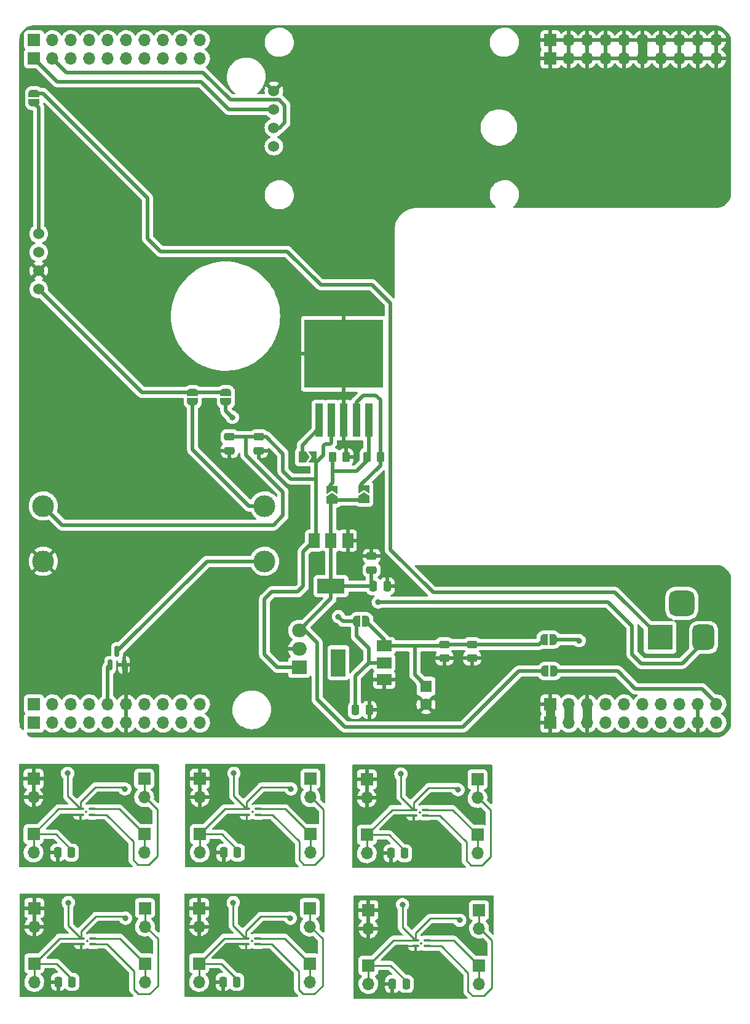
<source format=gbr>
%TF.GenerationSoftware,KiCad,Pcbnew,6.0.7-f9a2dced07~116~ubuntu20.04.1*%
%TF.CreationDate,2022-10-31T15:28:57+01:00*%
%TF.ProjectId,av_citynode_hw,61765f63-6974-4796-9e6f-64655f68772e,rev?*%
%TF.SameCoordinates,Original*%
%TF.FileFunction,Copper,L1,Top*%
%TF.FilePolarity,Positive*%
%FSLAX46Y46*%
G04 Gerber Fmt 4.6, Leading zero omitted, Abs format (unit mm)*
G04 Created by KiCad (PCBNEW 6.0.7-f9a2dced07~116~ubuntu20.04.1) date 2022-10-31 15:28:57*
%MOMM*%
%LPD*%
G01*
G04 APERTURE LIST*
G04 Aperture macros list*
%AMRoundRect*
0 Rectangle with rounded corners*
0 $1 Rounding radius*
0 $2 $3 $4 $5 $6 $7 $8 $9 X,Y pos of 4 corners*
0 Add a 4 corners polygon primitive as box body*
4,1,4,$2,$3,$4,$5,$6,$7,$8,$9,$2,$3,0*
0 Add four circle primitives for the rounded corners*
1,1,$1+$1,$2,$3*
1,1,$1+$1,$4,$5*
1,1,$1+$1,$6,$7*
1,1,$1+$1,$8,$9*
0 Add four rect primitives between the rounded corners*
20,1,$1+$1,$2,$3,$4,$5,0*
20,1,$1+$1,$4,$5,$6,$7,0*
20,1,$1+$1,$6,$7,$8,$9,0*
20,1,$1+$1,$8,$9,$2,$3,0*%
%AMFreePoly0*
4,1,22,0.500000,-0.750000,0.000000,-0.750000,0.000000,-0.745033,-0.079941,-0.743568,-0.215256,-0.701293,-0.333266,-0.622738,-0.424486,-0.514219,-0.481581,-0.384460,-0.499164,-0.250000,-0.500000,-0.250000,-0.500000,0.250000,-0.499164,0.250000,-0.499963,0.256109,-0.478152,0.396186,-0.417904,0.524511,-0.324060,0.630769,-0.204165,0.706417,-0.067858,0.745374,0.000000,0.744959,0.000000,0.750000,
0.500000,0.750000,0.500000,-0.750000,0.500000,-0.750000,$1*%
%AMFreePoly1*
4,1,20,0.000000,0.744959,0.073905,0.744508,0.209726,0.703889,0.328688,0.626782,0.421226,0.519385,0.479903,0.390333,0.500000,0.250000,0.500000,-0.250000,0.499851,-0.262216,0.476331,-0.402017,0.414519,-0.529596,0.319384,-0.634700,0.198574,-0.708877,0.061801,-0.746166,0.000000,-0.745033,0.000000,-0.750000,-0.500000,-0.750000,-0.500000,0.750000,0.000000,0.750000,0.000000,0.744959,
0.000000,0.744959,$1*%
%AMFreePoly2*
4,1,6,1.000000,0.000000,0.500000,-0.750000,-0.500000,-0.750000,-0.500000,0.750000,0.500000,0.750000,1.000000,0.000000,1.000000,0.000000,$1*%
%AMFreePoly3*
4,1,6,0.500000,-0.750000,-0.650000,-0.750000,-0.150000,0.000000,-0.650000,0.750000,0.500000,0.750000,0.500000,-0.750000,0.500000,-0.750000,$1*%
G04 Aperture macros list end*
%TA.AperFunction,SMDPad,CuDef*%
%ADD10RoundRect,0.250000X-0.250000X-0.475000X0.250000X-0.475000X0.250000X0.475000X-0.250000X0.475000X0*%
%TD*%
%TA.AperFunction,ComponentPad*%
%ADD11R,1.700000X1.700000*%
%TD*%
%TA.AperFunction,ComponentPad*%
%ADD12O,1.700000X1.700000*%
%TD*%
%TA.AperFunction,SMDPad,CuDef*%
%ADD13R,1.500000X2.000000*%
%TD*%
%TA.AperFunction,SMDPad,CuDef*%
%ADD14R,3.800000X2.000000*%
%TD*%
%TA.AperFunction,SMDPad,CuDef*%
%ADD15R,1.100000X4.600000*%
%TD*%
%TA.AperFunction,SMDPad,CuDef*%
%ADD16R,10.800000X9.400000*%
%TD*%
%TA.AperFunction,SMDPad,CuDef*%
%ADD17RoundRect,0.150000X0.150000X-0.587500X0.150000X0.587500X-0.150000X0.587500X-0.150000X-0.587500X0*%
%TD*%
%TA.AperFunction,SMDPad,CuDef*%
%ADD18RoundRect,0.250000X0.475000X-0.250000X0.475000X0.250000X-0.475000X0.250000X-0.475000X-0.250000X0*%
%TD*%
%TA.AperFunction,SMDPad,CuDef*%
%ADD19RoundRect,0.075000X0.425000X0.075000X-0.425000X0.075000X-0.425000X-0.075000X0.425000X-0.075000X0*%
%TD*%
%TA.AperFunction,SMDPad,CuDef*%
%ADD20RoundRect,0.075000X0.075000X0.075000X-0.075000X0.075000X-0.075000X-0.075000X0.075000X-0.075000X0*%
%TD*%
%TA.AperFunction,ComponentPad*%
%ADD21C,3.000000*%
%TD*%
%TA.AperFunction,SMDPad,CuDef*%
%ADD22RoundRect,0.250000X-0.475000X0.250000X-0.475000X-0.250000X0.475000X-0.250000X0.475000X0.250000X0*%
%TD*%
%TA.AperFunction,SMDPad,CuDef*%
%ADD23FreePoly0,0.000000*%
%TD*%
%TA.AperFunction,SMDPad,CuDef*%
%ADD24FreePoly1,0.000000*%
%TD*%
%TA.AperFunction,SMDPad,CuDef*%
%ADD25FreePoly2,90.000000*%
%TD*%
%TA.AperFunction,SMDPad,CuDef*%
%ADD26FreePoly3,90.000000*%
%TD*%
%TA.AperFunction,ComponentPad*%
%ADD27C,1.524000*%
%TD*%
%TA.AperFunction,SMDPad,CuDef*%
%ADD28RoundRect,0.250000X0.262500X0.450000X-0.262500X0.450000X-0.262500X-0.450000X0.262500X-0.450000X0*%
%TD*%
%TA.AperFunction,SMDPad,CuDef*%
%ADD29FreePoly0,270.000000*%
%TD*%
%TA.AperFunction,SMDPad,CuDef*%
%ADD30FreePoly1,270.000000*%
%TD*%
%TA.AperFunction,SMDPad,CuDef*%
%ADD31FreePoly2,0.000000*%
%TD*%
%TA.AperFunction,SMDPad,CuDef*%
%ADD32FreePoly3,0.000000*%
%TD*%
%TA.AperFunction,ComponentPad*%
%ADD33R,2.000000X1.905000*%
%TD*%
%TA.AperFunction,ComponentPad*%
%ADD34O,2.000000X1.905000*%
%TD*%
%TA.AperFunction,SMDPad,CuDef*%
%ADD35RoundRect,0.250000X-0.262500X-0.450000X0.262500X-0.450000X0.262500X0.450000X-0.262500X0.450000X0*%
%TD*%
%TA.AperFunction,ComponentPad*%
%ADD36R,1.600000X1.600000*%
%TD*%
%TA.AperFunction,ComponentPad*%
%ADD37C,1.600000*%
%TD*%
%TA.AperFunction,SMDPad,CuDef*%
%ADD38R,2.000000X1.500000*%
%TD*%
%TA.AperFunction,SMDPad,CuDef*%
%ADD39R,2.000000X3.800000*%
%TD*%
%TA.AperFunction,ComponentPad*%
%ADD40R,3.500000X3.500000*%
%TD*%
%TA.AperFunction,ComponentPad*%
%ADD41RoundRect,0.750000X0.750000X1.000000X-0.750000X1.000000X-0.750000X-1.000000X0.750000X-1.000000X0*%
%TD*%
%TA.AperFunction,ComponentPad*%
%ADD42RoundRect,0.875000X0.875000X0.875000X-0.875000X0.875000X-0.875000X-0.875000X0.875000X-0.875000X0*%
%TD*%
%TA.AperFunction,ViaPad*%
%ADD43C,0.800000*%
%TD*%
%TA.AperFunction,Conductor*%
%ADD44C,0.508000*%
%TD*%
%TA.AperFunction,Conductor*%
%ADD45C,1.270000*%
%TD*%
%TA.AperFunction,Conductor*%
%ADD46C,0.250000*%
%TD*%
G04 APERTURE END LIST*
D10*
%TO.P,C1,1*%
%TO.N,GND*%
X27943000Y-89729000D03*
%TO.P,C1,2*%
%TO.N,Net-(C1-Pad2)*%
X29843000Y-89729000D03*
%TD*%
D11*
%TO.P,J10,1,Pin_1*%
%TO.N,UART_RX*%
X1815500Y22126000D03*
D12*
%TO.P,J10,2,Pin_2*%
%TO.N,UART_TX*%
X4355500Y22126000D03*
%TO.P,J10,3,Pin_3*%
%TO.N,RESET*%
X6895500Y22126000D03*
%TO.P,J10,4,Pin_4*%
%TO.N,ADC_AFE*%
X9435500Y22126000D03*
%TO.P,J10,5,Pin_5*%
%TO.N,ADC_BATT*%
X11975500Y22126000D03*
%TO.P,J10,6,Pin_6*%
%TO.N,SPI_CSK*%
X14515500Y22126000D03*
%TO.P,J10,7,Pin_7*%
%TO.N,SPI_MISO*%
X17055500Y22126000D03*
%TO.P,J10,8,Pin_8*%
%TO.N,SPI_MOSI*%
X19595500Y22126000D03*
%TO.P,J10,9,Pin_9*%
%TO.N,SPI_CS*%
X22135500Y22126000D03*
%TO.P,J10,10,Pin_10*%
%TO.N,ADC_OPC-N3*%
X24675500Y22126000D03*
%TD*%
D13*
%TO.P,U7,1,GND*%
%TO.N,GND2*%
X45009500Y-46758000D03*
D14*
%TO.P,U7,2,VO*%
%TO.N,Net-(C12-Pad1)*%
X42709500Y-53058000D03*
D13*
X42709500Y-46758000D03*
%TO.P,U7,3,VI*%
%TO.N,Net-(C10-Pad1)*%
X40409500Y-46758000D03*
%TD*%
D15*
%TO.P,U6,1,EN*%
%TO.N,Net-(JP7-Pad1)*%
X41087500Y-30204000D03*
%TO.P,U6,2,VIN*%
%TO.N,Net-(C10-Pad1)*%
X42787500Y-30204000D03*
%TO.P,U6,3,GND*%
%TO.N,GND2*%
X44487500Y-30204000D03*
D16*
X44487500Y-21054000D03*
D15*
%TO.P,U6,4,VOUT*%
%TO.N,Net-(JP8-Pad2)*%
X46187500Y-30204000D03*
%TO.P,U6,5,ADJ*%
%TO.N,Net-(JP9-Pad2)*%
X47887500Y-30204000D03*
%TD*%
D17*
%TO.P,Q1,1,G*%
%TO.N,5V_en*%
X12295500Y-63901500D03*
%TO.P,Q1,2,S*%
%TO.N,GND2*%
X14195500Y-63901500D03*
%TO.P,Q1,3,D*%
%TO.N,Net-(Q1-Pad3)*%
X13245500Y-62026500D03*
%TD*%
D18*
%TO.P,C13,1*%
%TO.N,Net-(C12-Pad1)*%
X48297500Y-50833000D03*
%TO.P,C13,2*%
%TO.N,GND2*%
X48297500Y-48933000D03*
%TD*%
D10*
%TO.P,C1,1*%
%TO.N,GND*%
X51165000Y-107814000D03*
%TO.P,C1,2*%
%TO.N,Net-(C1-Pad2)*%
X53065000Y-107814000D03*
%TD*%
D11*
%TO.P,J11,1,Pin_1*%
%TO.N,GND2*%
X72935500Y-71854000D03*
D12*
%TO.P,J11,2,Pin_2*%
%TO.N,+3V3*%
X75475500Y-71854000D03*
%TO.P,J11,3,Pin_3*%
%TO.N,GND2*%
X78015500Y-71854000D03*
%TO.P,J11,4,Pin_4*%
%TO.N,+5V*%
X80555500Y-71854000D03*
%TO.P,J11,5,Pin_5*%
%TO.N,AFE-3.5V*%
X83095500Y-71854000D03*
%TO.P,J11,6,Pin_6*%
%TO.N,Battery_+*%
X85635500Y-71854000D03*
%TO.P,J11,7,Pin_7*%
X88175500Y-71854000D03*
%TO.P,J11,8,Pin_8*%
%TO.N,unconnected-(J11-Pad8)*%
X90715500Y-71854000D03*
%TO.P,J11,9,Pin_9*%
%TO.N,GND2*%
X93255500Y-71854000D03*
%TO.P,J11,10,Pin_10*%
%TO.N,OPC-N3-5V*%
X95795500Y-71854000D03*
%TD*%
D11*
%TO.P,J17,1,Pin_1*%
%TO.N,UART_RX*%
X1815500Y19586000D03*
D12*
%TO.P,J17,2,Pin_2*%
%TO.N,UART_TX*%
X4355500Y19586000D03*
%TO.P,J17,3,Pin_3*%
%TO.N,RESET*%
X6895500Y19586000D03*
%TO.P,J17,4,Pin_4*%
%TO.N,ADC_AFE*%
X9435500Y19586000D03*
%TO.P,J17,5,Pin_5*%
%TO.N,ADC_BATT*%
X11975500Y19586000D03*
%TO.P,J17,6,Pin_6*%
%TO.N,SPI_CSK*%
X14515500Y19586000D03*
%TO.P,J17,7,Pin_7*%
%TO.N,SPI_MISO*%
X17055500Y19586000D03*
%TO.P,J17,8,Pin_8*%
%TO.N,SPI_MOSI*%
X19595500Y19586000D03*
%TO.P,J17,9,Pin_9*%
%TO.N,SPI_CS*%
X22135500Y19586000D03*
%TO.P,J17,10,Pin_10*%
%TO.N,ADC_OPC-N3*%
X24675500Y19586000D03*
%TD*%
D19*
%TO.P,U1,1,SDA*%
%TO.N,Net-(J1-Pad1)*%
X9913000Y-102322000D03*
%TO.P,U1,2,SCL*%
%TO.N,Net-(J2-Pad1)*%
X9913000Y-101522000D03*
%TO.P,U1,3,VDD*%
%TO.N,Net-(C1-Pad2)*%
X8313000Y-101522000D03*
%TO.P,U1,4,VSS*%
%TO.N,GND*%
X8313000Y-102322000D03*
D20*
%TO.P,U1,5*%
%TO.N,N/C*%
X9113000Y-101922000D03*
%TD*%
D21*
%TO.P,U5,1,IN-*%
%TO.N,Net-(Q1-Pad3)*%
X33565500Y-49629000D03*
%TO.P,U5,2,IN+*%
%TO.N,Net-(JP4-Pad2)*%
X33565500Y-42009000D03*
%TO.P,U5,3,OUT+*%
%TO.N,Net-(C10-Pad1)*%
X3085500Y-42009000D03*
%TO.P,U5,4,OUT-*%
%TO.N,GND2*%
X3085500Y-49629000D03*
%TD*%
D19*
%TO.P,U1,1,SDA*%
%TO.N,Net-(J1-Pad1)*%
X55935000Y-102607000D03*
%TO.P,U1,2,SCL*%
%TO.N,Net-(J2-Pad1)*%
X55935000Y-101807000D03*
%TO.P,U1,3,VDD*%
%TO.N,Net-(C1-Pad2)*%
X54335000Y-101807000D03*
%TO.P,U1,4,VSS*%
%TO.N,GND*%
X54335000Y-102607000D03*
D20*
%TO.P,U1,5*%
%TO.N,N/C*%
X55135000Y-102207000D03*
%TD*%
D11*
%TO.P,J19,1,Pin_1*%
%TO.N,I2C_SDA*%
X1815500Y-69314000D03*
D12*
%TO.P,J19,2,Pin_2*%
%TO.N,UART_TXD*%
X4355500Y-69314000D03*
%TO.P,J19,3,Pin_3*%
%TO.N,UART_RXD*%
X6895500Y-69314000D03*
%TO.P,J19,4,Pin_4*%
%TO.N,I2C_SCL*%
X9435500Y-69314000D03*
%TO.P,J19,5,Pin_5*%
%TO.N,5V_en*%
X11975500Y-69314000D03*
%TO.P,J19,6,Pin_6*%
%TO.N,GND2*%
X14515500Y-69314000D03*
%TO.P,J19,7,Pin_7*%
%TO.N,IO19*%
X17055500Y-69314000D03*
%TO.P,J19,8,Pin_8*%
%TO.N,lora2*%
X19595500Y-69314000D03*
%TO.P,J19,9,Pin_9*%
%TO.N,lora1*%
X22135500Y-69314000D03*
%TO.P,J19,10,Pin_10*%
%TO.N,IO26*%
X24675500Y-69314000D03*
%TD*%
D22*
%TO.P,C18,1*%
%TO.N,Net-(C18-Pad1)*%
X58330500Y-61059000D03*
%TO.P,C18,2*%
%TO.N,GND2*%
X58330500Y-62959000D03*
%TD*%
D23*
%TO.P,JP6,1,A*%
%TO.N,Net-(C16-Pad1)*%
X46235500Y-57884000D03*
D24*
%TO.P,JP6,2,B*%
%TO.N,Net-(C18-Pad1)*%
X47535500Y-57884000D03*
%TD*%
D19*
%TO.P,U1,1,SDA*%
%TO.N,Net-(J1-Pad1)*%
X55713000Y-84622000D03*
%TO.P,U1,2,SCL*%
%TO.N,Net-(J2-Pad1)*%
X55713000Y-83822000D03*
%TO.P,U1,3,VDD*%
%TO.N,Net-(C1-Pad2)*%
X54113000Y-83822000D03*
%TO.P,U1,4,VSS*%
%TO.N,GND*%
X54113000Y-84622000D03*
D20*
%TO.P,U1,5*%
%TO.N,N/C*%
X54913000Y-84222000D03*
%TD*%
D10*
%TO.P,C1,1*%
%TO.N,GND*%
X5043000Y-89729000D03*
%TO.P,C1,2*%
%TO.N,Net-(C1-Pad2)*%
X6943000Y-89729000D03*
%TD*%
D22*
%TO.P,C19,1*%
%TO.N,Net-(C18-Pad1)*%
X62140500Y-61059000D03*
%TO.P,C19,2*%
%TO.N,GND2*%
X62140500Y-62959000D03*
%TD*%
D10*
%TO.P,C12,1*%
%TO.N,Net-(C12-Pad1)*%
X48551500Y-53058000D03*
%TO.P,C12,2*%
%TO.N,GND2*%
X50451500Y-53058000D03*
%TD*%
D25*
%TO.P,JP9,1,A*%
%TO.N,Net-(C12-Pad1)*%
X42836500Y-41173000D03*
D26*
%TO.P,JP9,2,B*%
%TO.N,Net-(JP9-Pad2)*%
X42836500Y-39723000D03*
%TD*%
D11*
%TO.P,J12,1,Pin_1*%
%TO.N,I2C_SDA*%
X1815500Y-71854000D03*
D12*
%TO.P,J12,2,Pin_2*%
%TO.N,UART_TXD*%
X4355500Y-71854000D03*
%TO.P,J12,3,Pin_3*%
%TO.N,UART_RXD*%
X6895500Y-71854000D03*
%TO.P,J12,4,Pin_4*%
%TO.N,I2C_SCL*%
X9435500Y-71854000D03*
%TO.P,J12,5,Pin_5*%
%TO.N,5V_en*%
X11975500Y-71854000D03*
%TO.P,J12,6,Pin_6*%
%TO.N,GND2*%
X14515500Y-71854000D03*
%TO.P,J12,7,Pin_7*%
%TO.N,IO19*%
X17055500Y-71854000D03*
%TO.P,J12,8,Pin_8*%
%TO.N,lora2*%
X19595500Y-71854000D03*
%TO.P,J12,9,Pin_9*%
%TO.N,lora1*%
X22135500Y-71854000D03*
%TO.P,J12,10,Pin_10*%
%TO.N,IO26*%
X24675500Y-71854000D03*
%TD*%
D22*
%TO.P,C11,1*%
%TO.N,Net-(C10-Pad1)*%
X32803500Y-32484000D03*
%TO.P,C11,2*%
%TO.N,GND2*%
X32803500Y-34384000D03*
%TD*%
D27*
%TO.P,U4,1,IN+*%
%TO.N,Net-(JP3-Pad2)*%
X2450500Y-4544000D03*
%TO.P,U4,2,IN-*%
%TO.N,Net-(J8-Pad2)*%
X2450500Y-7084000D03*
%TO.P,U4,3,OUT+*%
%TO.N,GND2*%
X2450500Y-9624000D03*
%TO.P,U4,4,OUT-*%
%TO.N,Battery_+*%
X2450500Y-12164000D03*
%TD*%
D10*
%TO.P,C1,1*%
%TO.N,GND*%
X50943000Y-89829000D03*
%TO.P,C1,2*%
%TO.N,Net-(C1-Pad2)*%
X52843000Y-89829000D03*
%TD*%
%TO.P,C1,1*%
%TO.N,GND*%
X5143000Y-107529000D03*
%TO.P,C1,2*%
%TO.N,Net-(C1-Pad2)*%
X7043000Y-107529000D03*
%TD*%
D28*
%TO.P,R4,1*%
%TO.N,Net-(JP8-Pad2)*%
X49487500Y-35224000D03*
%TO.P,R4,2*%
%TO.N,Net-(JP9-Pad2)*%
X47662500Y-35224000D03*
%TD*%
D23*
%TO.P,JP10,1,A*%
%TO.N,Net-(C18-Pad1)*%
X72016500Y-60424000D03*
D24*
%TO.P,JP10,2,B*%
%TO.N,AFE-3.5V*%
X73316500Y-60424000D03*
%TD*%
D23*
%TO.P,JP11,1,A*%
%TO.N,Net-(C12-Pad1)*%
X72143500Y-64742000D03*
D24*
%TO.P,JP11,2,B*%
%TO.N,OPC-N3-5V*%
X73443500Y-64742000D03*
%TD*%
D11*
%TO.P,J16,1,Pin_1*%
%TO.N,GND2*%
X72935500Y19586000D03*
D12*
%TO.P,J16,2,Pin_2*%
X75475500Y19586000D03*
%TO.P,J16,3,Pin_3*%
X78015500Y19586000D03*
%TO.P,J16,4,Pin_4*%
X80555500Y19586000D03*
%TO.P,J16,5,Pin_5*%
X83095500Y19586000D03*
%TO.P,J16,6,Pin_6*%
X85635500Y19586000D03*
%TO.P,J16,7,Pin_7*%
X88175500Y19586000D03*
%TO.P,J16,8,Pin_8*%
X90715500Y19586000D03*
%TO.P,J16,9,Pin_9*%
X93255500Y19586000D03*
%TO.P,J16,10,Pin_10*%
X95795500Y19586000D03*
%TD*%
D19*
%TO.P,U1,1,SDA*%
%TO.N,Net-(J1-Pad1)*%
X32713000Y-84522000D03*
%TO.P,U1,2,SCL*%
%TO.N,Net-(J2-Pad1)*%
X32713000Y-83722000D03*
%TO.P,U1,3,VDD*%
%TO.N,Net-(C1-Pad2)*%
X31113000Y-83722000D03*
%TO.P,U1,4,VSS*%
%TO.N,GND*%
X31113000Y-84522000D03*
D20*
%TO.P,U1,5*%
%TO.N,N/C*%
X31913000Y-84122000D03*
%TD*%
D29*
%TO.P,JP12,1,A*%
%TO.N,Battery_+*%
X28231500Y-26373000D03*
D30*
%TO.P,JP12,2,B*%
%TO.N,Net-(C16-Pad1)*%
X28231500Y-27673000D03*
%TD*%
D19*
%TO.P,U1,1,SDA*%
%TO.N,Net-(J1-Pad1)*%
X9813000Y-84522000D03*
%TO.P,U1,2,SCL*%
%TO.N,Net-(J2-Pad1)*%
X9813000Y-83722000D03*
%TO.P,U1,3,VDD*%
%TO.N,Net-(C1-Pad2)*%
X8213000Y-83722000D03*
%TO.P,U1,4,VSS*%
%TO.N,GND*%
X8213000Y-84522000D03*
D20*
%TO.P,U1,5*%
%TO.N,N/C*%
X9013000Y-84122000D03*
%TD*%
D11*
%TO.P,J18,1,Pin_1*%
%TO.N,GND2*%
X72935500Y-69314000D03*
D12*
%TO.P,J18,2,Pin_2*%
%TO.N,+3V3*%
X75475500Y-69314000D03*
%TO.P,J18,3,Pin_3*%
%TO.N,GND2*%
X78015500Y-69314000D03*
%TO.P,J18,4,Pin_4*%
%TO.N,+5V*%
X80555500Y-69314000D03*
%TO.P,J18,5,Pin_5*%
%TO.N,AFE-3.5V*%
X83095500Y-69314000D03*
%TO.P,J18,6,Pin_6*%
%TO.N,Battery_+*%
X85635500Y-69314000D03*
%TO.P,J18,7,Pin_7*%
X88175500Y-69314000D03*
%TO.P,J18,8,Pin_8*%
%TO.N,unconnected-(J18-Pad8)*%
X90715500Y-69314000D03*
%TO.P,J18,9,Pin_9*%
%TO.N,GND2*%
X93255500Y-69314000D03*
%TO.P,J18,10,Pin_10*%
%TO.N,OPC-N3-5V*%
X95795500Y-69314000D03*
%TD*%
D10*
%TO.P,C1,1*%
%TO.N,GND*%
X27843000Y-107529000D03*
%TO.P,C1,2*%
%TO.N,Net-(C1-Pad2)*%
X29743000Y-107529000D03*
%TD*%
D31*
%TO.P,JP7,1,A*%
%TO.N,Net-(JP7-Pad1)*%
X38770300Y-35278000D03*
D32*
%TO.P,JP7,2,B*%
%TO.N,Net-(C10-Pad1)*%
X40220300Y-35278000D03*
%TD*%
D22*
%TO.P,C10,1*%
%TO.N,Net-(C10-Pad1)*%
X28739500Y-32484000D03*
%TO.P,C10,2*%
%TO.N,GND2*%
X28739500Y-34384000D03*
%TD*%
D33*
%TO.P,U8,1,VI*%
%TO.N,Net-(C10-Pad1)*%
X38320500Y-64234000D03*
D34*
%TO.P,U8,2,GND*%
%TO.N,GND2*%
X38320500Y-61694000D03*
%TO.P,U8,3,VO*%
%TO.N,Net-(C12-Pad1)*%
X38320500Y-59154000D03*
%TD*%
D29*
%TO.P,JP4,1,A*%
%TO.N,Battery_+*%
X23659500Y-26358000D03*
D30*
%TO.P,JP4,2,B*%
%TO.N,Net-(JP4-Pad2)*%
X23659500Y-27658000D03*
%TD*%
D35*
%TO.P,R5,1*%
%TO.N,Net-(JP9-Pad2)*%
X42963500Y-35278000D03*
%TO.P,R5,2*%
%TO.N,GND2*%
X44788500Y-35278000D03*
%TD*%
D27*
%TO.P,U14,1,GND*%
%TO.N,GND2*%
X34835500Y15141000D03*
%TO.P,U14,2,TX*%
%TO.N,UART_RX*%
X34835500Y12601000D03*
%TO.P,U14,3,RX*%
%TO.N,UART_TX*%
X34835500Y10061000D03*
%TO.P,U14,4,VCC*%
%TO.N,+3V3*%
X34835500Y7521000D03*
%TD*%
D19*
%TO.P,U1,1,SDA*%
%TO.N,Net-(J1-Pad1)*%
X32613000Y-102322000D03*
%TO.P,U1,2,SCL*%
%TO.N,Net-(J2-Pad1)*%
X32613000Y-101522000D03*
%TO.P,U1,3,VDD*%
%TO.N,Net-(C1-Pad2)*%
X31013000Y-101522000D03*
%TO.P,U1,4,VSS*%
%TO.N,GND*%
X31013000Y-102322000D03*
D20*
%TO.P,U1,5*%
%TO.N,N/C*%
X31813000Y-101922000D03*
%TD*%
D25*
%TO.P,JP8,1,A*%
%TO.N,Net-(C12-Pad1)*%
X47281500Y-41083000D03*
D26*
%TO.P,JP8,2,B*%
%TO.N,Net-(JP8-Pad2)*%
X47281500Y-39633000D03*
%TD*%
D36*
%TO.P,C20,1*%
%TO.N,Net-(C18-Pad1)*%
X55790500Y-66838888D03*
D37*
%TO.P,C20,2*%
%TO.N,GND2*%
X55790500Y-69338888D03*
%TD*%
D10*
%TO.P,C16,1*%
%TO.N,Net-(C16-Pad1)*%
X46077500Y-70076000D03*
%TO.P,C16,2*%
%TO.N,GND2*%
X47977500Y-70076000D03*
%TD*%
D38*
%TO.P,U15,1,Vss*%
%TO.N,GND2*%
X50025500Y-65899000D03*
%TO.P,U15,2,IN*%
%TO.N,Net-(C16-Pad1)*%
X50025500Y-63599000D03*
%TO.P,U15,3,OUT*%
%TO.N,Net-(C18-Pad1)*%
X50025500Y-61299000D03*
D39*
%TO.P,U15,4,PAD*%
%TO.N,unconnected-(U15-Pad4)*%
X43725500Y-63599000D03*
%TD*%
D29*
%TO.P,JP3,1,A*%
%TO.N,Net-(J8-Pad1)*%
X1815500Y14790000D03*
D30*
%TO.P,JP3,2,B*%
%TO.N,Net-(JP3-Pad2)*%
X1815500Y13490000D03*
%TD*%
D40*
%TO.P,J8,1*%
%TO.N,Net-(J8-Pad1)*%
X88017500Y-60111500D03*
D41*
%TO.P,J8,2*%
%TO.N,Net-(J8-Pad2)*%
X94017500Y-60111500D03*
D42*
%TO.P,J8,3*%
%TO.N,unconnected-(J8-Pad3)*%
X91017500Y-55411500D03*
%TD*%
D11*
%TO.P,J9,1,Pin_1*%
%TO.N,GND2*%
X72935500Y22126000D03*
D12*
%TO.P,J9,2,Pin_2*%
X75475500Y22126000D03*
%TO.P,J9,3,Pin_3*%
X78015500Y22126000D03*
%TO.P,J9,4,Pin_4*%
X80555500Y22126000D03*
%TO.P,J9,5,Pin_5*%
X83095500Y22126000D03*
%TO.P,J9,6,Pin_6*%
X85635500Y22126000D03*
%TO.P,J9,7,Pin_7*%
X88175500Y22126000D03*
%TO.P,J9,8,Pin_8*%
X90715500Y22126000D03*
%TO.P,J9,9,Pin_9*%
X93255500Y22126000D03*
%TO.P,J9,10,Pin_10*%
X95795500Y22126000D03*
%TD*%
D11*
%TO.P,J4,1,Pin_1*%
%TO.N,Net-(C1-Pad2)*%
X24536000Y-104989000D03*
D12*
%TO.P,J4,2,Pin_2*%
X24536000Y-107529000D03*
%TD*%
D11*
%TO.P,J3,1,Pin_1*%
%TO.N,GND*%
X47858000Y-97654000D03*
D12*
%TO.P,J3,2,Pin_2*%
X47858000Y-100194000D03*
%TD*%
D11*
%TO.P,J2,1,Pin_1*%
%TO.N,Net-(J2-Pad1)*%
X39776000Y-104989000D03*
D12*
%TO.P,J2,2,Pin_2*%
X39776000Y-107529000D03*
%TD*%
D11*
%TO.P,J1,1,Pin_1*%
%TO.N,Net-(J1-Pad1)*%
X39776000Y-97369000D03*
D12*
%TO.P,J1,2,Pin_2*%
X39776000Y-99909000D03*
%TD*%
D11*
%TO.P,J3,1,Pin_1*%
%TO.N,GND*%
X1736000Y-79569000D03*
D12*
%TO.P,J3,2,Pin_2*%
X1736000Y-82109000D03*
%TD*%
D11*
%TO.P,J2,1,Pin_1*%
%TO.N,Net-(J2-Pad1)*%
X17076000Y-104989000D03*
D12*
%TO.P,J2,2,Pin_2*%
X17076000Y-107529000D03*
%TD*%
D11*
%TO.P,J3,1,Pin_1*%
%TO.N,GND*%
X24536000Y-97369000D03*
D12*
%TO.P,J3,2,Pin_2*%
X24536000Y-99909000D03*
%TD*%
D11*
%TO.P,J3,1,Pin_1*%
%TO.N,GND*%
X24636000Y-79569000D03*
D12*
%TO.P,J3,2,Pin_2*%
X24636000Y-82109000D03*
%TD*%
D11*
%TO.P,J4,1,Pin_1*%
%TO.N,Net-(C1-Pad2)*%
X1736000Y-87189000D03*
D12*
%TO.P,J4,2,Pin_2*%
X1736000Y-89729000D03*
%TD*%
D11*
%TO.P,J1,1,Pin_1*%
%TO.N,Net-(J1-Pad1)*%
X39876000Y-79569000D03*
D12*
%TO.P,J1,2,Pin_2*%
X39876000Y-82109000D03*
%TD*%
D11*
%TO.P,J3,1,Pin_1*%
%TO.N,GND*%
X1836000Y-97369000D03*
D12*
%TO.P,J3,2,Pin_2*%
X1836000Y-99909000D03*
%TD*%
D11*
%TO.P,J4,1,Pin_1*%
%TO.N,Net-(C1-Pad2)*%
X47636000Y-87289000D03*
D12*
%TO.P,J4,2,Pin_2*%
X47636000Y-89829000D03*
%TD*%
D11*
%TO.P,J2,1,Pin_1*%
%TO.N,Net-(J2-Pad1)*%
X63098000Y-105274000D03*
D12*
%TO.P,J2,2,Pin_2*%
X63098000Y-107814000D03*
%TD*%
D11*
%TO.P,J4,1,Pin_1*%
%TO.N,Net-(C1-Pad2)*%
X24636000Y-87189000D03*
D12*
%TO.P,J4,2,Pin_2*%
X24636000Y-89729000D03*
%TD*%
D11*
%TO.P,J1,1,Pin_1*%
%TO.N,Net-(J1-Pad1)*%
X63098000Y-97654000D03*
D12*
%TO.P,J1,2,Pin_2*%
X63098000Y-100194000D03*
%TD*%
D11*
%TO.P,J1,1,Pin_1*%
%TO.N,Net-(J1-Pad1)*%
X17076000Y-97369000D03*
D12*
%TO.P,J1,2,Pin_2*%
X17076000Y-99909000D03*
%TD*%
D11*
%TO.P,J2,1,Pin_1*%
%TO.N,Net-(J2-Pad1)*%
X16976000Y-87189000D03*
D12*
%TO.P,J2,2,Pin_2*%
X16976000Y-89729000D03*
%TD*%
D11*
%TO.P,J2,1,Pin_1*%
%TO.N,Net-(J2-Pad1)*%
X39876000Y-87189000D03*
D12*
%TO.P,J2,2,Pin_2*%
X39876000Y-89729000D03*
%TD*%
D11*
%TO.P,J2,1,Pin_1*%
%TO.N,Net-(J2-Pad1)*%
X62876000Y-87289000D03*
D12*
%TO.P,J2,2,Pin_2*%
X62876000Y-89829000D03*
%TD*%
D11*
%TO.P,J4,1,Pin_1*%
%TO.N,Net-(C1-Pad2)*%
X47858000Y-105274000D03*
D12*
%TO.P,J4,2,Pin_2*%
X47858000Y-107814000D03*
%TD*%
D11*
%TO.P,J4,1,Pin_1*%
%TO.N,Net-(C1-Pad2)*%
X1836000Y-104989000D03*
D12*
%TO.P,J4,2,Pin_2*%
X1836000Y-107529000D03*
%TD*%
D11*
%TO.P,J3,1,Pin_1*%
%TO.N,GND*%
X47636000Y-79669000D03*
D12*
%TO.P,J3,2,Pin_2*%
X47636000Y-82209000D03*
%TD*%
D11*
%TO.P,J1,1,Pin_1*%
%TO.N,Net-(J1-Pad1)*%
X62876000Y-79669000D03*
D12*
%TO.P,J1,2,Pin_2*%
X62876000Y-82209000D03*
%TD*%
D11*
%TO.P,J1,1,Pin_1*%
%TO.N,Net-(J1-Pad1)*%
X16976000Y-79569000D03*
D12*
%TO.P,J1,2,Pin_2*%
X16976000Y-82109000D03*
%TD*%
D43*
%TO.N,AFE-3.5V*%
X76872500Y-60551000D03*
%TO.N,Net-(J8-Pad2)*%
X49211900Y-55242400D03*
%TO.N,GND2*%
X10070500Y-28928000D03*
X5371500Y-59154000D03*
X26961500Y-63218000D03*
X47789500Y-46708000D03*
X41820500Y-58519000D03*
X53377500Y-52931000D03*
X27723500Y-54836000D03*
X62013500Y-66520000D03*
X11975500Y-52042000D03*
X30517500Y-37183000D03*
X15150500Y-9370000D03*
X19214500Y-4798000D03*
X37629500Y-55217000D03*
X40169500Y-6322000D03*
X38137500Y-13180000D03*
X47789500Y-44549000D03*
X19087500Y-9116000D03*
X34200500Y-26896000D03*
X68490500Y-70584000D03*
X15023500Y-13561000D03*
X17563500Y-38580000D03*
X84619500Y-51915000D03*
X49313500Y-46708000D03*
X55028500Y-57630000D03*
X49313500Y-44549000D03*
X14896500Y-5052000D03*
%TO.N,Net-(C16-Pad1)*%
X29120500Y-29817000D03*
X43725500Y-57249000D03*
%TO.N,Net-(C1-Pad2)*%
X60431000Y-99051000D03*
X52557000Y-96892000D03*
X52335000Y-78907000D03*
X29235000Y-96607000D03*
X37209000Y-80966000D03*
X37109000Y-98766000D03*
X14409000Y-98766000D03*
X6435000Y-78807000D03*
X29335000Y-78807000D03*
X6535000Y-96607000D03*
X60209000Y-81066000D03*
X14309000Y-80966000D03*
%TD*%
D44*
%TO.N,Battery_+*%
X23659500Y-26358000D02*
X16644500Y-26358000D01*
X23659500Y-26358000D02*
X28216500Y-26358000D01*
X16644500Y-26358000D02*
X2450500Y-12164000D01*
X28216500Y-26358000D02*
X28231500Y-26373000D01*
D45*
%TO.N,+3V3*%
X75475500Y-69314000D02*
X75475500Y-71854000D01*
D44*
%TO.N,Net-(J8-Pad1)*%
X19214500Y-6957000D02*
X36689700Y-6957000D01*
X50888300Y-48028800D02*
X56781100Y-53921600D01*
X17436500Y-5179000D02*
X19214500Y-6957000D01*
X48348300Y-11554400D02*
X50888300Y-14094400D01*
X36689700Y-6957000D02*
X41287100Y-11554400D01*
X1815500Y14790000D02*
X3055500Y14790000D01*
X50888300Y-14094400D02*
X50888300Y-48028800D01*
X56781100Y-53921600D02*
X81827600Y-53921600D01*
X3055500Y14790000D02*
X17436500Y409000D01*
X81827600Y-53921600D02*
X88017500Y-60111500D01*
X17436500Y409000D02*
X17436500Y-5179000D01*
%TO.N,Net-(C10-Pad1)*%
X36105500Y-43304400D02*
X34784700Y-44625200D01*
X42760300Y-33296800D02*
X42557100Y-33500000D01*
X40409500Y-46758000D02*
X38899500Y-48268000D01*
X30974700Y-32484000D02*
X30974700Y-34973200D01*
X40321900Y-35633600D02*
X40321900Y-35481200D01*
X41642700Y-33754000D02*
X41642700Y-35024000D01*
X41896700Y-33500000D02*
X41642700Y-33754000D01*
X30974700Y-32484000D02*
X32803500Y-32484000D01*
X5701700Y-44625200D02*
X3085500Y-42009000D01*
X40677500Y-46490000D02*
X40677500Y-38072000D01*
X42787500Y-30204000D02*
X42760300Y-30231200D01*
X41642700Y-35024000D02*
X40677500Y-35989200D01*
X34784700Y-44625200D02*
X5701700Y-44625200D01*
X33565500Y-54836000D02*
X33565500Y-62456000D01*
X35343500Y-64234000D02*
X38320500Y-64234000D01*
X33768700Y-32484000D02*
X36105500Y-34820800D01*
X40677500Y-35989200D02*
X40321900Y-35633600D01*
X32803500Y-32484000D02*
X33768700Y-32484000D01*
X36105500Y-37208400D02*
X37172300Y-38275200D01*
X40677500Y-38072000D02*
X40677500Y-35989200D01*
X42557100Y-33500000D02*
X41896700Y-33500000D01*
X30974700Y-34973200D02*
X36105500Y-40104000D01*
X36105500Y-40104000D02*
X36105500Y-43304400D01*
X28739500Y-32484000D02*
X30974700Y-32484000D01*
X38899500Y-48268000D02*
X38899500Y-53058000D01*
X38137500Y-53820000D02*
X34581500Y-53820000D01*
X34581500Y-53820000D02*
X33565500Y-54836000D01*
X42760300Y-30231200D02*
X42760300Y-33296800D01*
X33565500Y-62456000D02*
X35343500Y-64234000D01*
X40409500Y-46758000D02*
X40677500Y-46490000D01*
X38899500Y-53058000D02*
X38137500Y-53820000D01*
X40474300Y-38275200D02*
X40677500Y-38072000D01*
X36105500Y-34820800D02*
X36105500Y-37208400D01*
X37172300Y-38275200D02*
X40474300Y-38275200D01*
%TO.N,OPC-N3-5V*%
X82181100Y-64742000D02*
X84619500Y-67180400D01*
X95795500Y-69161600D02*
X95795500Y-69314000D01*
X84619500Y-67180400D02*
X93814300Y-67180400D01*
X93814300Y-67180400D02*
X95795500Y-69161600D01*
X73443500Y-64742000D02*
X82181100Y-64742000D01*
%TO.N,UART_RX*%
X24802500Y16411000D02*
X28612500Y12601000D01*
X1815500Y19586000D02*
X4990500Y16411000D01*
X4990500Y16411000D02*
X24802500Y16411000D01*
X28612500Y12601000D02*
X34835500Y12601000D01*
%TO.N,UART_TX*%
X28841100Y13896400D02*
X25056500Y17681000D01*
X34835500Y10061000D02*
X35622900Y10061000D01*
X35546700Y13896400D02*
X28841100Y13896400D01*
X36359500Y13083600D02*
X35546700Y13896400D01*
X25056500Y17681000D02*
X6260500Y17681000D01*
X35622900Y10061000D02*
X36359500Y10797600D01*
X36359500Y10797600D02*
X36359500Y13083600D01*
X6260500Y17681000D02*
X4355500Y19586000D01*
%TO.N,5V_en*%
X11975500Y-64221500D02*
X11975500Y-69314000D01*
X12295500Y-63901500D02*
X11975500Y-64221500D01*
%TO.N,AFE-3.5V*%
X73316500Y-60424000D02*
X76745500Y-60424000D01*
X76745500Y-60424000D02*
X76872500Y-60551000D01*
D46*
%TO.N,Net-(J2-Pad1)*%
X39776000Y-104989000D02*
X39776000Y-107529000D01*
X9813000Y-83722000D02*
X13509000Y-83722000D01*
X13609000Y-101522000D02*
X17076000Y-104989000D01*
X17076000Y-104989000D02*
X17076000Y-107529000D01*
X39876000Y-87189000D02*
X39876000Y-89729000D01*
X62876000Y-87289000D02*
X62876000Y-89829000D01*
X32613000Y-101522000D02*
X36309000Y-101522000D01*
X9913000Y-101522000D02*
X13609000Y-101522000D01*
X55713000Y-83822000D02*
X59409000Y-83822000D01*
X63098000Y-105274000D02*
X63098000Y-107814000D01*
X36409000Y-83722000D02*
X39876000Y-87189000D01*
X59409000Y-83822000D02*
X62876000Y-87289000D01*
X36309000Y-101522000D02*
X39776000Y-104989000D01*
D44*
%TO.N,Net-(J8-Pad1)*%
X41287100Y-11554400D02*
X48348300Y-11554400D01*
%TO.N,Net-(J8-Pad2)*%
X84162300Y-62405200D02*
X85432300Y-63675200D01*
X80860300Y-55242400D02*
X84162300Y-58544400D01*
X91071100Y-63675200D02*
X94017500Y-60728800D01*
X85432300Y-63675200D02*
X91071100Y-63675200D01*
X84162300Y-58544400D02*
X84162300Y-62405200D01*
X94017500Y-60728800D02*
X94017500Y-60111500D01*
X49211900Y-55242400D02*
X80860300Y-55242400D01*
%TO.N,Net-(JP8-Pad2)*%
X49487500Y-27425600D02*
X49487500Y-35224000D01*
X48856300Y-26794400D02*
X49487500Y-27425600D01*
X49487500Y-35224000D02*
X49487500Y-36424800D01*
X49487500Y-36424800D02*
X46824300Y-39088000D01*
X47129100Y-26794400D02*
X48856300Y-26794400D01*
X46187500Y-30204000D02*
X46187500Y-27736000D01*
X46187500Y-27736000D02*
X47129100Y-26794400D01*
%TO.N,Net-(JP9-Pad2)*%
X42963500Y-35278000D02*
X42963500Y-37208400D01*
X42963500Y-37208400D02*
X42963500Y-38783200D01*
X47662500Y-35760600D02*
X46214700Y-37208400D01*
X47662500Y-35224000D02*
X47662500Y-35760600D01*
X47887500Y-34999000D02*
X47662500Y-35224000D01*
X46214700Y-37208400D02*
X42963500Y-37208400D01*
X42963500Y-38783200D02*
X42557100Y-39189600D01*
X47887500Y-30204000D02*
X47887500Y-34999000D01*
%TO.N,Net-(Q1-Pad3)*%
X25643000Y-49629000D02*
X13245500Y-62026500D01*
X33565500Y-49629000D02*
X25643000Y-49629000D01*
%TO.N,Net-(C12-Pad1)*%
X42709500Y-41300000D02*
X42836500Y-41173000D01*
X42709500Y-46758000D02*
X42709500Y-41300000D01*
X40779100Y-68602800D02*
X40779100Y-60830400D01*
X39102700Y-59154000D02*
X40779100Y-60830400D01*
X44589100Y-72412800D02*
X40779100Y-68602800D01*
X68566700Y-64742000D02*
X60895900Y-72412800D01*
X60895900Y-72412800D02*
X44589100Y-72412800D01*
X38320500Y-59154000D02*
X42709500Y-54765000D01*
X48297500Y-52804000D02*
X48551500Y-53058000D01*
X38320500Y-59154000D02*
X39102700Y-59154000D01*
X42836500Y-41173000D02*
X47191500Y-41173000D01*
X48551500Y-53058000D02*
X42709500Y-53058000D01*
X47191500Y-41173000D02*
X47281500Y-41083000D01*
X42709500Y-46758000D02*
X42709500Y-53058000D01*
X48297500Y-50833000D02*
X48297500Y-52804000D01*
X72143500Y-64742000D02*
X68566700Y-64742000D01*
X48805500Y-52804000D02*
X48551500Y-53058000D01*
X42709500Y-54765000D02*
X42709500Y-53058000D01*
%TO.N,GND2*%
X14515500Y-64221500D02*
X14515500Y-69314000D01*
D45*
X72935500Y-69314000D02*
X72935500Y-71854000D01*
X78015500Y-69314000D02*
X78015500Y-71854000D01*
X85635500Y22126000D02*
X85635500Y19586000D01*
D44*
%TO.N,Net-(JP3-Pad2)*%
X2450500Y-4544000D02*
X2450500Y12855000D01*
X2450500Y12855000D02*
X1815500Y13490000D01*
%TO.N,Net-(JP4-Pad2)*%
X23659500Y-34262000D02*
X31406500Y-42009000D01*
X31406500Y-42009000D02*
X33565500Y-42009000D01*
X23659500Y-27658000D02*
X23659500Y-34262000D01*
%TO.N,Net-(C16-Pad1)*%
X44360500Y-57884000D02*
X43725500Y-57249000D01*
X47916500Y-63599000D02*
X47916500Y-61617800D01*
X28231500Y-28928000D02*
X29120500Y-29817000D01*
X28231500Y-27673000D02*
X28231500Y-28928000D01*
X46077500Y-65438000D02*
X47916500Y-63599000D01*
X47916500Y-63599000D02*
X50025500Y-63599000D01*
X47916500Y-61617800D02*
X46214700Y-59916000D01*
X46214700Y-57904800D02*
X46235500Y-57884000D01*
X46077500Y-70076000D02*
X46077500Y-65438000D01*
X46235500Y-57884000D02*
X44360500Y-57884000D01*
X46214700Y-59916000D02*
X46214700Y-57904800D01*
%TO.N,Net-(JP7-Pad1)*%
X41087500Y-30204000D02*
X41087500Y-31312000D01*
X38747100Y-33652400D02*
X38747100Y-35254800D01*
X41087500Y-31312000D02*
X38747100Y-33652400D01*
X38747100Y-35254800D02*
X38770300Y-35278000D01*
%TO.N,Net-(C18-Pad1)*%
X58330500Y-61059000D02*
X62140500Y-61059000D01*
X55043500Y-66091888D02*
X55790500Y-66838888D01*
X71381500Y-61059000D02*
X72016500Y-60424000D01*
X58090500Y-61299000D02*
X58330500Y-61059000D01*
X47535500Y-57884000D02*
X50025500Y-60374000D01*
X54252500Y-61299000D02*
X58090500Y-61299000D01*
X62140500Y-61059000D02*
X71381500Y-61059000D01*
X50025500Y-60374000D02*
X50025500Y-61299000D01*
X54252500Y-65236000D02*
X54252500Y-61299000D01*
X55790500Y-66774000D02*
X54252500Y-65236000D01*
X50025500Y-61299000D02*
X54252500Y-61299000D01*
X55790500Y-66838888D02*
X55790500Y-66774000D01*
D46*
%TO.N,Net-(J1-Pad1)*%
X15552000Y-108545000D02*
X16187000Y-109180000D01*
X64876000Y-108322000D02*
X64876000Y-101845000D01*
X38252000Y-106005000D02*
X38252000Y-108545000D01*
X39776000Y-99909000D02*
X39776000Y-97369000D01*
X41654000Y-90237000D02*
X41654000Y-83760000D01*
X38352000Y-90745000D02*
X38987000Y-91380000D01*
X55713000Y-84622000D02*
X57669000Y-84622000D01*
X40411000Y-109180000D02*
X41554000Y-108037000D01*
X64654000Y-90337000D02*
X64654000Y-83860000D01*
X11769000Y-84522000D02*
X15452000Y-88205000D01*
X16187000Y-109180000D02*
X17711000Y-109180000D01*
X61574000Y-108830000D02*
X62209000Y-109465000D01*
X34569000Y-102322000D02*
X38252000Y-106005000D01*
X18854000Y-101560000D02*
X17203000Y-99909000D01*
X38352000Y-88205000D02*
X38352000Y-90745000D01*
X40003000Y-82109000D02*
X39876000Y-82109000D01*
X64654000Y-83860000D02*
X63003000Y-82209000D01*
X18854000Y-108037000D02*
X18854000Y-101560000D01*
X57669000Y-84622000D02*
X61352000Y-88305000D01*
X64876000Y-101845000D02*
X63225000Y-100194000D01*
X17103000Y-82109000D02*
X16976000Y-82109000D01*
X16976000Y-82109000D02*
X16976000Y-79569000D01*
X63225000Y-100194000D02*
X63098000Y-100194000D01*
X38887000Y-109180000D02*
X40411000Y-109180000D01*
X18754000Y-83760000D02*
X17103000Y-82109000D01*
X63733000Y-109465000D02*
X64876000Y-108322000D01*
X61352000Y-88305000D02*
X61352000Y-90845000D01*
X17076000Y-99909000D02*
X17076000Y-97369000D01*
X57891000Y-102607000D02*
X61574000Y-106290000D01*
X11869000Y-102322000D02*
X15552000Y-106005000D01*
X9813000Y-84522000D02*
X11769000Y-84522000D01*
X17711000Y-109180000D02*
X18854000Y-108037000D01*
X16087000Y-91380000D02*
X17611000Y-91380000D01*
X15452000Y-90745000D02*
X16087000Y-91380000D01*
X63003000Y-82209000D02*
X62876000Y-82209000D01*
X15552000Y-106005000D02*
X15552000Y-108545000D01*
X39876000Y-82109000D02*
X39876000Y-79569000D01*
X63511000Y-91480000D02*
X64654000Y-90337000D01*
X62876000Y-82209000D02*
X62876000Y-79669000D01*
X9913000Y-102322000D02*
X11869000Y-102322000D01*
X62209000Y-109465000D02*
X63733000Y-109465000D01*
X17611000Y-91380000D02*
X18754000Y-90237000D01*
X41554000Y-101560000D02*
X39903000Y-99909000D01*
X40511000Y-91380000D02*
X41654000Y-90237000D01*
X61987000Y-91480000D02*
X63511000Y-91480000D01*
X39903000Y-99909000D02*
X39776000Y-99909000D01*
X17203000Y-99909000D02*
X17076000Y-99909000D01*
X55935000Y-102607000D02*
X57891000Y-102607000D01*
X61352000Y-90845000D02*
X61987000Y-91480000D01*
X38987000Y-91380000D02*
X40511000Y-91380000D01*
X34669000Y-84522000D02*
X38352000Y-88205000D01*
X32713000Y-84522000D02*
X34669000Y-84522000D01*
X38252000Y-108545000D02*
X38887000Y-109180000D01*
X61574000Y-106290000D02*
X61574000Y-108830000D01*
X15452000Y-88205000D02*
X15452000Y-90745000D01*
X41654000Y-83760000D02*
X40003000Y-82109000D01*
X32613000Y-102322000D02*
X34569000Y-102322000D01*
X63098000Y-100194000D02*
X63098000Y-97654000D01*
X18754000Y-90237000D02*
X18754000Y-83760000D01*
X41554000Y-108037000D02*
X41554000Y-101560000D01*
%TO.N,Net-(C1-Pad2)*%
X53065000Y-107814000D02*
X53065000Y-107433000D01*
X14155000Y-98512000D02*
X14409000Y-98766000D01*
X36855000Y-98512000D02*
X37109000Y-98766000D01*
X52557000Y-100029000D02*
X52557000Y-96892000D01*
X56145000Y-80812000D02*
X59955000Y-80812000D01*
X29743000Y-107529000D02*
X29743000Y-107148000D01*
X51325000Y-101807000D02*
X47858000Y-105274000D01*
X7043000Y-107148000D02*
X4884000Y-104989000D01*
X59955000Y-80812000D02*
X60209000Y-81066000D01*
X36955000Y-80712000D02*
X37209000Y-80966000D01*
X31013000Y-101522000D02*
X29235000Y-99744000D01*
X29235000Y-99744000D02*
X29235000Y-96607000D01*
X52843000Y-89448000D02*
X50684000Y-87289000D01*
X10345000Y-98512000D02*
X14155000Y-98512000D01*
X54113000Y-83822000D02*
X51103000Y-83822000D01*
X8313000Y-100544000D02*
X10345000Y-98512000D01*
X29843000Y-89348000D02*
X27684000Y-87189000D01*
X54335000Y-100829000D02*
X56367000Y-98797000D01*
X24636000Y-89729000D02*
X24636000Y-87189000D01*
X8213000Y-82744000D02*
X10245000Y-80712000D01*
X50906000Y-105274000D02*
X47858000Y-105274000D01*
X4784000Y-87189000D02*
X1736000Y-87189000D01*
X33145000Y-80712000D02*
X36955000Y-80712000D01*
X52843000Y-89829000D02*
X52843000Y-89448000D01*
X8213000Y-83722000D02*
X5203000Y-83722000D01*
X28103000Y-83722000D02*
X24636000Y-87189000D01*
X54335000Y-101807000D02*
X54335000Y-100829000D01*
X6435000Y-81944000D02*
X6435000Y-78807000D01*
X54113000Y-83822000D02*
X52335000Y-82044000D01*
X4884000Y-104989000D02*
X1836000Y-104989000D01*
X6943000Y-89729000D02*
X6943000Y-89348000D01*
X29743000Y-107148000D02*
X27584000Y-104989000D01*
X10245000Y-80712000D02*
X14055000Y-80712000D01*
X54335000Y-101807000D02*
X52557000Y-100029000D01*
X33045000Y-98512000D02*
X36855000Y-98512000D01*
X24536000Y-107529000D02*
X24536000Y-104989000D01*
X31113000Y-83722000D02*
X31113000Y-82744000D01*
X5303000Y-101522000D02*
X1836000Y-104989000D01*
X29843000Y-89729000D02*
X29843000Y-89348000D01*
X31113000Y-83722000D02*
X28103000Y-83722000D01*
X7043000Y-107529000D02*
X7043000Y-107148000D01*
X56367000Y-98797000D02*
X60177000Y-98797000D01*
X6943000Y-89348000D02*
X4784000Y-87189000D01*
X52335000Y-82044000D02*
X52335000Y-78907000D01*
X1836000Y-107529000D02*
X1836000Y-104989000D01*
X47858000Y-107814000D02*
X47858000Y-105274000D01*
X14055000Y-80712000D02*
X14309000Y-80966000D01*
X1736000Y-89729000D02*
X1736000Y-87189000D01*
X8213000Y-83722000D02*
X8213000Y-82744000D01*
X27684000Y-87189000D02*
X24636000Y-87189000D01*
X28003000Y-101522000D02*
X24536000Y-104989000D01*
X31013000Y-101522000D02*
X28003000Y-101522000D01*
X53065000Y-107433000D02*
X50906000Y-105274000D01*
X29335000Y-81944000D02*
X29335000Y-78807000D01*
X31113000Y-82744000D02*
X33145000Y-80712000D01*
X47636000Y-89829000D02*
X47636000Y-87289000D01*
X50684000Y-87289000D02*
X47636000Y-87289000D01*
X8313000Y-101522000D02*
X6535000Y-99744000D01*
X51103000Y-83822000D02*
X47636000Y-87289000D01*
X60177000Y-98797000D02*
X60431000Y-99051000D01*
X8213000Y-83722000D02*
X6435000Y-81944000D01*
X5203000Y-83722000D02*
X1736000Y-87189000D01*
X31013000Y-101522000D02*
X31013000Y-100544000D01*
X8313000Y-101522000D02*
X8313000Y-100544000D01*
X6535000Y-99744000D02*
X6535000Y-96607000D01*
X31113000Y-83722000D02*
X29335000Y-81944000D01*
X8313000Y-101522000D02*
X5303000Y-101522000D01*
X27584000Y-104989000D02*
X24536000Y-104989000D01*
X54113000Y-82844000D02*
X56145000Y-80812000D01*
X54113000Y-83822000D02*
X54113000Y-82844000D01*
X31013000Y-100544000D02*
X33045000Y-98512000D01*
X54335000Y-101807000D02*
X51325000Y-101807000D01*
%TO.N,Net-(J2-Pad1)*%
X13509000Y-83722000D02*
X16976000Y-87189000D01*
X55935000Y-101807000D02*
X59631000Y-101807000D01*
X59631000Y-101807000D02*
X63098000Y-105274000D01*
X32713000Y-83722000D02*
X36409000Y-83722000D01*
X16976000Y-87189000D02*
X16976000Y-89729000D01*
%TD*%
%TA.AperFunction,Conductor*%
%TO.N,GND*%
G36*
X19049621Y-95357502D02*
G01*
X19096114Y-95411158D01*
X19107500Y-95463500D01*
X19107500Y-100613406D01*
X19087498Y-100681527D01*
X19033842Y-100728020D01*
X18963568Y-100738124D01*
X18898988Y-100708630D01*
X18892405Y-100702501D01*
X18449818Y-100259914D01*
X18415792Y-100197602D01*
X18413991Y-100154372D01*
X18414609Y-100149683D01*
X18437529Y-99975590D01*
X18439156Y-99909000D01*
X18420852Y-99686361D01*
X18366431Y-99469702D01*
X18277354Y-99264840D01*
X18202012Y-99148379D01*
X18158822Y-99081617D01*
X18158820Y-99081614D01*
X18156014Y-99077277D01*
X18136405Y-99055727D01*
X18008798Y-98915488D01*
X17977746Y-98851642D01*
X17986141Y-98781143D01*
X18031317Y-98726375D01*
X18057761Y-98712706D01*
X18164297Y-98672767D01*
X18172705Y-98669615D01*
X18289261Y-98582261D01*
X18376615Y-98465705D01*
X18427745Y-98329316D01*
X18434500Y-98267134D01*
X18434500Y-96470866D01*
X18427745Y-96408684D01*
X18376615Y-96272295D01*
X18289261Y-96155739D01*
X18172705Y-96068385D01*
X18036316Y-96017255D01*
X17974134Y-96010500D01*
X16177866Y-96010500D01*
X16115684Y-96017255D01*
X15979295Y-96068385D01*
X15862739Y-96155739D01*
X15775385Y-96272295D01*
X15724255Y-96408684D01*
X15717500Y-96470866D01*
X15717500Y-98267134D01*
X15724255Y-98329316D01*
X15775385Y-98465705D01*
X15862739Y-98582261D01*
X15979295Y-98669615D01*
X15987704Y-98672767D01*
X15987705Y-98672768D01*
X16096451Y-98713535D01*
X16153216Y-98756176D01*
X16177916Y-98822738D01*
X16162709Y-98892087D01*
X16143316Y-98918568D01*
X16016629Y-99051138D01*
X16013715Y-99055410D01*
X16013714Y-99055411D01*
X16001409Y-99073450D01*
X15890743Y-99235680D01*
X15796688Y-99438305D01*
X15736989Y-99653570D01*
X15713251Y-99875695D01*
X15713548Y-99880848D01*
X15713548Y-99880851D01*
X15719011Y-99975590D01*
X15726110Y-100098715D01*
X15727247Y-100103761D01*
X15727248Y-100103767D01*
X15741449Y-100166778D01*
X15775222Y-100316639D01*
X15859266Y-100523616D01*
X15861965Y-100528020D01*
X15968887Y-100702501D01*
X15975987Y-100714088D01*
X16122250Y-100882938D01*
X16294126Y-101025632D01*
X16487000Y-101138338D01*
X16695692Y-101218030D01*
X16700760Y-101219061D01*
X16700763Y-101219062D01*
X16758094Y-101230726D01*
X16914597Y-101262567D01*
X16919772Y-101262757D01*
X16919774Y-101262757D01*
X17132673Y-101270564D01*
X17132677Y-101270564D01*
X17137837Y-101270753D01*
X17142957Y-101270097D01*
X17142959Y-101270097D01*
X17354288Y-101243025D01*
X17354289Y-101243025D01*
X17359416Y-101242368D01*
X17364367Y-101240883D01*
X17364370Y-101240882D01*
X17503520Y-101199135D01*
X17574515Y-101198719D01*
X17628822Y-101230726D01*
X18183595Y-101785499D01*
X18217621Y-101847811D01*
X18220500Y-101874594D01*
X18220500Y-103524504D01*
X18200498Y-103592625D01*
X18146842Y-103639118D01*
X18076568Y-103649222D01*
X18050271Y-103642486D01*
X18043718Y-103640029D01*
X18043712Y-103640027D01*
X18036316Y-103637255D01*
X17974134Y-103630500D01*
X16665595Y-103630500D01*
X16597474Y-103610498D01*
X16576500Y-103593595D01*
X14112652Y-101129747D01*
X14105112Y-101121461D01*
X14101000Y-101114982D01*
X14051348Y-101068356D01*
X14048507Y-101065602D01*
X14028770Y-101045865D01*
X14025573Y-101043385D01*
X14016551Y-101035680D01*
X14003116Y-101023064D01*
X13984321Y-101005414D01*
X13977375Y-101001595D01*
X13977372Y-101001593D01*
X13966566Y-100995652D01*
X13950047Y-100984801D01*
X13949583Y-100984441D01*
X13934041Y-100972386D01*
X13926772Y-100969241D01*
X13926768Y-100969238D01*
X13893463Y-100954826D01*
X13882813Y-100949609D01*
X13844060Y-100928305D01*
X13824437Y-100923267D01*
X13805734Y-100916863D01*
X13794420Y-100911967D01*
X13794419Y-100911967D01*
X13787145Y-100908819D01*
X13779322Y-100907580D01*
X13779312Y-100907577D01*
X13743476Y-100901901D01*
X13731856Y-100899495D01*
X13696711Y-100890472D01*
X13696710Y-100890472D01*
X13689030Y-100888500D01*
X13668776Y-100888500D01*
X13649065Y-100886949D01*
X13646534Y-100886548D01*
X13629057Y-100883780D01*
X13621165Y-100884526D01*
X13585039Y-100887941D01*
X13573181Y-100888500D01*
X10539485Y-100888500D01*
X10506440Y-100881930D01*
X10505934Y-100883817D01*
X10497949Y-100881678D01*
X10490324Y-100878519D01*
X10482140Y-100877442D01*
X10482138Y-100877441D01*
X10380331Y-100864038D01*
X10380330Y-100864038D01*
X10376244Y-100863500D01*
X9449756Y-100863500D01*
X9445670Y-100864038D01*
X9445669Y-100864038D01*
X9406847Y-100869149D01*
X9335676Y-100878519D01*
X9328049Y-100881678D01*
X9328046Y-100881679D01*
X9268259Y-100906444D01*
X9193732Y-100937314D01*
X9187178Y-100942343D01*
X9180030Y-100946470D01*
X9178932Y-100944569D01*
X9123488Y-100966006D01*
X9053938Y-100951743D01*
X9043640Y-100945125D01*
X9038821Y-100942343D01*
X9032271Y-100937317D01*
X9032553Y-100936949D01*
X8987324Y-100889516D01*
X8973887Y-100819803D01*
X9000273Y-100753891D01*
X9010222Y-100742683D01*
X10570500Y-99182405D01*
X10632812Y-99148379D01*
X10659595Y-99145500D01*
X13506313Y-99145500D01*
X13574434Y-99165502D01*
X13615431Y-99208498D01*
X13669960Y-99302944D01*
X13797747Y-99444866D01*
X13952248Y-99557118D01*
X13958276Y-99559802D01*
X13958278Y-99559803D01*
X14120681Y-99632109D01*
X14126712Y-99634794D01*
X14203082Y-99651027D01*
X14307056Y-99673128D01*
X14307061Y-99673128D01*
X14313513Y-99674500D01*
X14504487Y-99674500D01*
X14510939Y-99673128D01*
X14510944Y-99673128D01*
X14614918Y-99651027D01*
X14691288Y-99634794D01*
X14697319Y-99632109D01*
X14859722Y-99559803D01*
X14859724Y-99559802D01*
X14865752Y-99557118D01*
X15020253Y-99444866D01*
X15148040Y-99302944D01*
X15243527Y-99137556D01*
X15302542Y-98955928D01*
X15306793Y-98915488D01*
X15321814Y-98772565D01*
X15322504Y-98766000D01*
X15302542Y-98576072D01*
X15243527Y-98394444D01*
X15148040Y-98229056D01*
X15020253Y-98087134D01*
X14865752Y-97974882D01*
X14859724Y-97972198D01*
X14859722Y-97972197D01*
X14697319Y-97899891D01*
X14697318Y-97899891D01*
X14691288Y-97897206D01*
X14581078Y-97873780D01*
X14510944Y-97858872D01*
X14510939Y-97858872D01*
X14504487Y-97857500D01*
X14313513Y-97857500D01*
X14307053Y-97858873D01*
X14307054Y-97858873D01*
X14233348Y-97874539D01*
X14187446Y-97875741D01*
X14182894Y-97875020D01*
X14182884Y-97875020D01*
X14175057Y-97873780D01*
X14167165Y-97874526D01*
X14161939Y-97875020D01*
X14145786Y-97876547D01*
X14131039Y-97877941D01*
X14119181Y-97878500D01*
X10423767Y-97878500D01*
X10412584Y-97877973D01*
X10405091Y-97876298D01*
X10397165Y-97876547D01*
X10397164Y-97876547D01*
X10337001Y-97878438D01*
X10333043Y-97878500D01*
X10305144Y-97878500D01*
X10301154Y-97879004D01*
X10289320Y-97879936D01*
X10245111Y-97881326D01*
X10237497Y-97883538D01*
X10237492Y-97883539D01*
X10225659Y-97886977D01*
X10206296Y-97890988D01*
X10186203Y-97893526D01*
X10178836Y-97896443D01*
X10178831Y-97896444D01*
X10145092Y-97909802D01*
X10133865Y-97913646D01*
X10091407Y-97925982D01*
X10084581Y-97930019D01*
X10073972Y-97936293D01*
X10056224Y-97944988D01*
X10037383Y-97952448D01*
X10030967Y-97957110D01*
X10030966Y-97957110D01*
X10001613Y-97978436D01*
X9991693Y-97984952D01*
X9960465Y-98003420D01*
X9960462Y-98003422D01*
X9953638Y-98007458D01*
X9939317Y-98021779D01*
X9924284Y-98034619D01*
X9907893Y-98046528D01*
X9902842Y-98052634D01*
X9879702Y-98080605D01*
X9871712Y-98089384D01*
X7920747Y-100040348D01*
X7912464Y-100047887D01*
X7905982Y-100052000D01*
X7902459Y-100055752D01*
X7838360Y-100083276D01*
X7768335Y-100071572D01*
X7734182Y-100047277D01*
X7205405Y-99518500D01*
X7171379Y-99456188D01*
X7168500Y-99429405D01*
X7168500Y-97309524D01*
X7188502Y-97241403D01*
X7200858Y-97225221D01*
X7274040Y-97143944D01*
X7369527Y-96978556D01*
X7428542Y-96796928D01*
X7448504Y-96607000D01*
X7428542Y-96417072D01*
X7369527Y-96235444D01*
X7274040Y-96070056D01*
X7237178Y-96029116D01*
X7150675Y-95933045D01*
X7150674Y-95933044D01*
X7146253Y-95928134D01*
X6991752Y-95815882D01*
X6985724Y-95813198D01*
X6985722Y-95813197D01*
X6823319Y-95740891D01*
X6823318Y-95740891D01*
X6817288Y-95738206D01*
X6723888Y-95718353D01*
X6636944Y-95699872D01*
X6636939Y-95699872D01*
X6630487Y-95698500D01*
X6439513Y-95698500D01*
X6433061Y-95699872D01*
X6433056Y-95699872D01*
X6346112Y-95718353D01*
X6252712Y-95738206D01*
X6246682Y-95740891D01*
X6246681Y-95740891D01*
X6084278Y-95813197D01*
X6084276Y-95813198D01*
X6078248Y-95815882D01*
X5923747Y-95928134D01*
X5919326Y-95933044D01*
X5919325Y-95933045D01*
X5832823Y-96029116D01*
X5795960Y-96070056D01*
X5700473Y-96235444D01*
X5641458Y-96417072D01*
X5621496Y-96607000D01*
X5641458Y-96796928D01*
X5700473Y-96978556D01*
X5795960Y-97143944D01*
X5869137Y-97225215D01*
X5899853Y-97289221D01*
X5901500Y-97309524D01*
X5901500Y-99665233D01*
X5900973Y-99676416D01*
X5899298Y-99683909D01*
X5899547Y-99691835D01*
X5899547Y-99691836D01*
X5901438Y-99751986D01*
X5901500Y-99755945D01*
X5901500Y-99783856D01*
X5901997Y-99787790D01*
X5901997Y-99787791D01*
X5902005Y-99787856D01*
X5902938Y-99799693D01*
X5904327Y-99843889D01*
X5909978Y-99863339D01*
X5913987Y-99882700D01*
X5916526Y-99902797D01*
X5919445Y-99910168D01*
X5919445Y-99910170D01*
X5932804Y-99943912D01*
X5936649Y-99955142D01*
X5946771Y-99989983D01*
X5948982Y-99997593D01*
X5953015Y-100004412D01*
X5953017Y-100004417D01*
X5959293Y-100015028D01*
X5967988Y-100032776D01*
X5975448Y-100051617D01*
X5980110Y-100058033D01*
X5980110Y-100058034D01*
X6001436Y-100087387D01*
X6007952Y-100097307D01*
X6011773Y-100103767D01*
X6030458Y-100135362D01*
X6044779Y-100149683D01*
X6057619Y-100164716D01*
X6069528Y-100181107D01*
X6103605Y-100209298D01*
X6112384Y-100217288D01*
X6568501Y-100673405D01*
X6602527Y-100735717D01*
X6597462Y-100806532D01*
X6554915Y-100863368D01*
X6488395Y-100888179D01*
X6479406Y-100888500D01*
X5381763Y-100888500D01*
X5370579Y-100887973D01*
X5363091Y-100886299D01*
X5355168Y-100886548D01*
X5295033Y-100888438D01*
X5291075Y-100888500D01*
X5263144Y-100888500D01*
X5259229Y-100888995D01*
X5259225Y-100888995D01*
X5259167Y-100889003D01*
X5259138Y-100889006D01*
X5247296Y-100889939D01*
X5203110Y-100891327D01*
X5185744Y-100896372D01*
X5183658Y-100896978D01*
X5164306Y-100900986D01*
X5152068Y-100902532D01*
X5152066Y-100902533D01*
X5144203Y-100903526D01*
X5103086Y-100919806D01*
X5091885Y-100923641D01*
X5049406Y-100935982D01*
X5042587Y-100940015D01*
X5042582Y-100940017D01*
X5031971Y-100946293D01*
X5014221Y-100954990D01*
X4995383Y-100962448D01*
X4988967Y-100967109D01*
X4988966Y-100967110D01*
X4959625Y-100988428D01*
X4949701Y-100994947D01*
X4918460Y-101013422D01*
X4918455Y-101013426D01*
X4911637Y-101017458D01*
X4897313Y-101031782D01*
X4882281Y-101044621D01*
X4865893Y-101056528D01*
X4845037Y-101081739D01*
X4837712Y-101090593D01*
X4829722Y-101099373D01*
X2335500Y-103593595D01*
X2273188Y-103627621D01*
X2246405Y-103630500D01*
X937866Y-103630500D01*
X875684Y-103637255D01*
X739295Y-103688385D01*
X622739Y-103775739D01*
X535385Y-103892295D01*
X484255Y-104028684D01*
X477500Y-104090866D01*
X477500Y-105887134D01*
X484255Y-105949316D01*
X535385Y-106085705D01*
X622739Y-106202261D01*
X739295Y-106289615D01*
X747704Y-106292767D01*
X747705Y-106292768D01*
X856451Y-106333535D01*
X913216Y-106376176D01*
X937916Y-106442738D01*
X922709Y-106512087D01*
X903316Y-106538568D01*
X858104Y-106585880D01*
X776629Y-106671138D01*
X650743Y-106855680D01*
X556688Y-107058305D01*
X496989Y-107273570D01*
X473251Y-107495695D01*
X473548Y-107500848D01*
X473548Y-107500851D01*
X479011Y-107595590D01*
X486110Y-107718715D01*
X487247Y-107723761D01*
X487248Y-107723767D01*
X501606Y-107787475D01*
X535222Y-107936639D01*
X619266Y-108143616D01*
X735987Y-108334088D01*
X882250Y-108502938D01*
X947302Y-108556945D01*
X1043693Y-108636970D01*
X1054126Y-108645632D01*
X1247000Y-108758338D01*
X1251825Y-108760180D01*
X1251826Y-108760181D01*
X1257040Y-108762172D01*
X1455692Y-108838030D01*
X1460760Y-108839061D01*
X1460763Y-108839062D01*
X1558929Y-108859034D01*
X1674597Y-108882567D01*
X1679772Y-108882757D01*
X1679774Y-108882757D01*
X1892673Y-108890564D01*
X1892677Y-108890564D01*
X1897837Y-108890753D01*
X1902957Y-108890097D01*
X1902959Y-108890097D01*
X2114288Y-108863025D01*
X2114289Y-108863025D01*
X2119416Y-108862368D01*
X2151918Y-108852617D01*
X2328429Y-108799661D01*
X2328434Y-108799659D01*
X2333384Y-108798174D01*
X2533994Y-108699896D01*
X2715860Y-108570173D01*
X2729135Y-108556945D01*
X2870435Y-108416137D01*
X2874096Y-108412489D01*
X2933594Y-108329689D01*
X3001435Y-108235277D01*
X3004453Y-108231077D01*
X3036320Y-108166600D01*
X3093405Y-108051095D01*
X4135001Y-108051095D01*
X4135338Y-108057614D01*
X4145257Y-108153206D01*
X4148149Y-108166600D01*
X4199588Y-108320784D01*
X4205761Y-108333962D01*
X4291063Y-108471807D01*
X4300099Y-108483208D01*
X4414829Y-108597739D01*
X4426240Y-108606751D01*
X4564243Y-108691816D01*
X4577424Y-108697963D01*
X4731710Y-108749138D01*
X4745086Y-108752005D01*
X4839438Y-108761672D01*
X4845854Y-108762000D01*
X4870885Y-108762000D01*
X4886124Y-108757525D01*
X4887329Y-108756135D01*
X4889000Y-108748452D01*
X4889000Y-107801115D01*
X4884525Y-107785876D01*
X4883135Y-107784671D01*
X4875452Y-107783000D01*
X4153116Y-107783000D01*
X4137877Y-107787475D01*
X4136672Y-107788865D01*
X4135001Y-107796548D01*
X4135001Y-108051095D01*
X3093405Y-108051095D01*
X3101136Y-108035453D01*
X3101137Y-108035451D01*
X3103430Y-108030811D01*
X3168370Y-107817069D01*
X3197529Y-107595590D01*
X3199156Y-107529000D01*
X3180852Y-107306361D01*
X3126431Y-107089702D01*
X3037354Y-106884840D01*
X2941713Y-106737002D01*
X2918822Y-106701617D01*
X2918820Y-106701614D01*
X2916014Y-106697277D01*
X2912532Y-106693450D01*
X2768798Y-106535488D01*
X2737746Y-106471642D01*
X2746141Y-106401143D01*
X2791317Y-106346375D01*
X2817761Y-106332706D01*
X2924297Y-106292767D01*
X2932705Y-106289615D01*
X3049261Y-106202261D01*
X3136615Y-106085705D01*
X3187745Y-105949316D01*
X3194500Y-105887134D01*
X3194500Y-105748500D01*
X3214502Y-105680379D01*
X3268158Y-105633886D01*
X3320500Y-105622500D01*
X4569406Y-105622500D01*
X4637527Y-105642502D01*
X4658501Y-105659405D01*
X5080002Y-106080906D01*
X5114028Y-106143218D01*
X5108963Y-106214033D01*
X5066416Y-106270869D01*
X4999896Y-106295680D01*
X4990907Y-106296001D01*
X4845905Y-106296001D01*
X4839386Y-106296338D01*
X4743794Y-106306257D01*
X4730400Y-106309149D01*
X4576216Y-106360588D01*
X4563038Y-106366761D01*
X4425193Y-106452063D01*
X4413792Y-106461099D01*
X4299261Y-106575829D01*
X4290249Y-106587240D01*
X4205184Y-106725243D01*
X4199037Y-106738424D01*
X4147862Y-106892710D01*
X4144995Y-106906086D01*
X4135328Y-107000438D01*
X4135000Y-107006855D01*
X4135000Y-107256885D01*
X4139475Y-107272124D01*
X4140865Y-107273329D01*
X4148548Y-107275000D01*
X5271000Y-107275000D01*
X5339121Y-107295002D01*
X5385614Y-107348658D01*
X5397000Y-107401000D01*
X5397000Y-108743884D01*
X5401475Y-108759123D01*
X5402865Y-108760328D01*
X5410548Y-108761999D01*
X5440095Y-108761999D01*
X5446614Y-108761662D01*
X5542206Y-108751743D01*
X5555600Y-108748851D01*
X5709784Y-108697412D01*
X5722962Y-108691239D01*
X5860807Y-108605937D01*
X5872208Y-108596901D01*
X5986738Y-108482172D01*
X5993794Y-108473238D01*
X6051712Y-108432177D01*
X6122635Y-108428947D01*
X6184046Y-108464574D01*
X6190846Y-108472407D01*
X6194522Y-108478348D01*
X6319697Y-108603305D01*
X6325927Y-108607145D01*
X6325928Y-108607146D01*
X6463288Y-108691816D01*
X6470262Y-108696115D01*
X6493423Y-108703797D01*
X6631611Y-108749632D01*
X6631613Y-108749632D01*
X6638139Y-108751797D01*
X6644975Y-108752497D01*
X6644978Y-108752498D01*
X6680546Y-108756142D01*
X6742600Y-108762500D01*
X7343400Y-108762500D01*
X7346646Y-108762163D01*
X7346650Y-108762163D01*
X7442308Y-108752238D01*
X7442312Y-108752237D01*
X7449166Y-108751526D01*
X7455702Y-108749345D01*
X7455704Y-108749345D01*
X7592227Y-108703797D01*
X7616946Y-108695550D01*
X7767348Y-108602478D01*
X7892305Y-108477303D01*
X7922112Y-108428947D01*
X7981275Y-108332968D01*
X7981276Y-108332966D01*
X7985115Y-108326738D01*
X8040797Y-108158861D01*
X8042850Y-108138829D01*
X8045909Y-108108969D01*
X8051500Y-108054400D01*
X8051500Y-107003600D01*
X8051163Y-107000350D01*
X8041238Y-106904692D01*
X8041237Y-106904688D01*
X8040526Y-106897834D01*
X7984550Y-106730054D01*
X7891478Y-106579652D01*
X7766303Y-106454695D01*
X7667186Y-106393598D01*
X7621968Y-106365725D01*
X7621966Y-106365724D01*
X7615738Y-106361885D01*
X7488234Y-106319594D01*
X7454389Y-106308368D01*
X7454387Y-106308368D01*
X7447861Y-106306203D01*
X7441025Y-106305503D01*
X7441022Y-106305502D01*
X7397969Y-106301091D01*
X7343400Y-106295500D01*
X7138594Y-106295500D01*
X7070473Y-106275498D01*
X7049499Y-106258595D01*
X5387652Y-104596747D01*
X5380112Y-104588461D01*
X5376000Y-104581982D01*
X5326348Y-104535356D01*
X5323507Y-104532602D01*
X5303770Y-104512865D01*
X5300573Y-104510385D01*
X5291551Y-104502680D01*
X5265100Y-104477841D01*
X5259321Y-104472414D01*
X5252375Y-104468595D01*
X5252372Y-104468593D01*
X5241566Y-104462652D01*
X5225047Y-104451801D01*
X5224583Y-104451441D01*
X5209041Y-104439386D01*
X5201772Y-104436241D01*
X5201768Y-104436238D01*
X5168463Y-104421826D01*
X5157813Y-104416609D01*
X5119060Y-104395305D01*
X5099437Y-104390267D01*
X5080734Y-104383863D01*
X5069420Y-104378967D01*
X5069419Y-104378967D01*
X5062145Y-104375819D01*
X5054322Y-104374580D01*
X5054312Y-104374577D01*
X5018476Y-104368901D01*
X5006856Y-104366495D01*
X4971711Y-104357472D01*
X4971710Y-104357472D01*
X4964030Y-104355500D01*
X4943776Y-104355500D01*
X4924065Y-104353949D01*
X4911886Y-104352020D01*
X4904057Y-104350780D01*
X4896165Y-104351526D01*
X4860039Y-104354941D01*
X4848181Y-104355500D01*
X3669594Y-104355500D01*
X3601473Y-104335498D01*
X3554980Y-104281842D01*
X3544876Y-104211568D01*
X3574370Y-104146988D01*
X3580499Y-104140405D01*
X5231321Y-102489583D01*
X7312158Y-102489583D01*
X7318928Y-102541005D01*
X7323167Y-102556825D01*
X7375590Y-102683386D01*
X7383779Y-102697569D01*
X7467171Y-102806248D01*
X7478750Y-102817828D01*
X7587434Y-102901223D01*
X7601615Y-102909410D01*
X7728175Y-102961833D01*
X7743995Y-102966072D01*
X7845700Y-102979462D01*
X7853908Y-102980000D01*
X8144885Y-102980000D01*
X8160124Y-102975525D01*
X8161329Y-102974135D01*
X8163000Y-102966452D01*
X8163000Y-102490115D01*
X8158525Y-102474876D01*
X8157135Y-102473671D01*
X8149452Y-102472000D01*
X7327958Y-102472000D01*
X7314187Y-102476044D01*
X7312158Y-102489583D01*
X5231321Y-102489583D01*
X5528499Y-102192405D01*
X5590811Y-102158379D01*
X5617594Y-102155500D01*
X7252385Y-102155500D01*
X7287162Y-102160395D01*
X7327574Y-102172000D01*
X7776934Y-102172000D01*
X7793380Y-102173078D01*
X7845669Y-102179962D01*
X7845670Y-102179962D01*
X7849756Y-102180500D01*
X8337000Y-102180500D01*
X8405121Y-102200502D01*
X8451614Y-102254158D01*
X8463000Y-102306500D01*
X8463000Y-102961885D01*
X8467475Y-102977124D01*
X8468865Y-102978329D01*
X8476548Y-102980000D01*
X8772092Y-102980000D01*
X8780300Y-102979462D01*
X8882005Y-102966072D01*
X8897825Y-102961833D01*
X9024386Y-102909410D01*
X9045718Y-102897094D01*
X9046843Y-102899043D01*
X9102118Y-102877679D01*
X9171665Y-102891950D01*
X9183149Y-102899331D01*
X9187182Y-102901659D01*
X9193733Y-102906686D01*
X9311580Y-102955500D01*
X9326995Y-102961885D01*
X9335676Y-102965481D01*
X9401409Y-102974135D01*
X9445669Y-102979962D01*
X9445670Y-102979962D01*
X9449756Y-102980500D01*
X10376244Y-102980500D01*
X10380330Y-102979962D01*
X10380331Y-102979962D01*
X10482138Y-102966559D01*
X10482140Y-102966558D01*
X10490324Y-102965481D01*
X10497949Y-102962322D01*
X10505934Y-102960183D01*
X10506440Y-102962070D01*
X10539485Y-102955500D01*
X11554406Y-102955500D01*
X11622527Y-102975502D01*
X11643501Y-102992405D01*
X14881595Y-106230499D01*
X14915621Y-106292811D01*
X14918500Y-106319594D01*
X14918500Y-108466233D01*
X14917973Y-108477416D01*
X14916298Y-108484909D01*
X14916547Y-108492835D01*
X14916547Y-108492836D01*
X14918438Y-108552986D01*
X14918500Y-108556945D01*
X14918500Y-108584856D01*
X14918997Y-108588790D01*
X14918997Y-108588791D01*
X14919005Y-108588856D01*
X14919938Y-108600693D01*
X14921327Y-108644889D01*
X14926978Y-108664339D01*
X14930987Y-108683700D01*
X14933526Y-108703797D01*
X14936445Y-108711168D01*
X14936445Y-108711170D01*
X14949804Y-108744912D01*
X14953649Y-108756142D01*
X14954865Y-108760328D01*
X14965982Y-108798593D01*
X14970015Y-108805412D01*
X14970017Y-108805417D01*
X14976293Y-108816028D01*
X14984988Y-108833776D01*
X14992448Y-108852617D01*
X14997110Y-108859033D01*
X14997110Y-108859034D01*
X15018436Y-108888387D01*
X15024952Y-108898307D01*
X15047458Y-108936362D01*
X15061779Y-108950683D01*
X15074619Y-108965716D01*
X15086528Y-108982107D01*
X15092634Y-108987158D01*
X15120605Y-109010298D01*
X15129384Y-109018288D01*
X15456501Y-109345405D01*
X15490527Y-109407717D01*
X15485462Y-109478532D01*
X15442915Y-109535368D01*
X15376395Y-109560179D01*
X15367406Y-109560500D01*
X-69500Y-109560500D01*
X-137621Y-109540498D01*
X-184114Y-109486842D01*
X-195500Y-109434500D01*
X-195500Y-100176966D01*
X504257Y-100176966D01*
X534565Y-100311446D01*
X537645Y-100321275D01*
X617770Y-100518603D01*
X622413Y-100527794D01*
X733694Y-100709388D01*
X739777Y-100717699D01*
X879213Y-100878667D01*
X886580Y-100885883D01*
X1050434Y-101021916D01*
X1058881Y-101027831D01*
X1242756Y-101135279D01*
X1252042Y-101139729D01*
X1451001Y-101215703D01*
X1460899Y-101218579D01*
X1564250Y-101239606D01*
X1578299Y-101238410D01*
X1582000Y-101228065D01*
X1582000Y-101227517D01*
X2090000Y-101227517D01*
X2094064Y-101241359D01*
X2107478Y-101243393D01*
X2114184Y-101242534D01*
X2124262Y-101240392D01*
X2328255Y-101179191D01*
X2337842Y-101175433D01*
X2529095Y-101081739D01*
X2537945Y-101076464D01*
X2711328Y-100952792D01*
X2719200Y-100946139D01*
X2870052Y-100795812D01*
X2876730Y-100787965D01*
X3001003Y-100615020D01*
X3006313Y-100606183D01*
X3100670Y-100415267D01*
X3104469Y-100405672D01*
X3166377Y-100201910D01*
X3168555Y-100191837D01*
X3169986Y-100180962D01*
X3167775Y-100166778D01*
X3154617Y-100163000D01*
X2108115Y-100163000D01*
X2092876Y-100167475D01*
X2091671Y-100168865D01*
X2090000Y-100176548D01*
X2090000Y-101227517D01*
X1582000Y-101227517D01*
X1582000Y-100181115D01*
X1577525Y-100165876D01*
X1576135Y-100164671D01*
X1568452Y-100163000D01*
X519225Y-100163000D01*
X505694Y-100166973D01*
X504257Y-100176966D01*
X-195500Y-100176966D01*
X-195500Y-98263669D01*
X478001Y-98263669D01*
X478371Y-98270490D01*
X483895Y-98321352D01*
X487521Y-98336604D01*
X532676Y-98457054D01*
X541214Y-98472649D01*
X617715Y-98574724D01*
X630276Y-98587285D01*
X732351Y-98663786D01*
X747946Y-98672324D01*
X857337Y-98713333D01*
X914101Y-98755975D01*
X938801Y-98822536D01*
X923594Y-98891885D01*
X904201Y-98918366D01*
X780590Y-99047717D01*
X774104Y-99055727D01*
X654098Y-99231649D01*
X649000Y-99240623D01*
X559338Y-99433783D01*
X555775Y-99443470D01*
X500389Y-99643183D01*
X501912Y-99651607D01*
X514292Y-99655000D01*
X1563885Y-99655000D01*
X1579124Y-99650525D01*
X1580329Y-99649135D01*
X1582000Y-99641452D01*
X1582000Y-99636885D01*
X2090000Y-99636885D01*
X2094475Y-99652124D01*
X2095865Y-99653329D01*
X2103548Y-99655000D01*
X3154344Y-99655000D01*
X3167875Y-99651027D01*
X3169180Y-99641947D01*
X3127214Y-99474875D01*
X3123894Y-99465124D01*
X3038972Y-99269814D01*
X3034105Y-99260739D01*
X2918426Y-99081926D01*
X2912136Y-99073757D01*
X2767931Y-98915279D01*
X2736879Y-98851433D01*
X2745273Y-98780934D01*
X2790450Y-98726166D01*
X2816894Y-98712497D01*
X2924054Y-98672324D01*
X2939649Y-98663786D01*
X3041724Y-98587285D01*
X3054285Y-98574724D01*
X3130786Y-98472649D01*
X3139324Y-98457054D01*
X3184478Y-98336606D01*
X3188105Y-98321351D01*
X3193631Y-98270486D01*
X3194000Y-98263672D01*
X3194000Y-97641115D01*
X3189525Y-97625876D01*
X3188135Y-97624671D01*
X3180452Y-97623000D01*
X2108115Y-97623000D01*
X2092876Y-97627475D01*
X2091671Y-97628865D01*
X2090000Y-97636548D01*
X2090000Y-99636885D01*
X1582000Y-99636885D01*
X1582000Y-97641115D01*
X1577525Y-97625876D01*
X1576135Y-97624671D01*
X1568452Y-97623000D01*
X496116Y-97623000D01*
X480877Y-97627475D01*
X479672Y-97628865D01*
X478001Y-97636548D01*
X478001Y-98263669D01*
X-195500Y-98263669D01*
X-195500Y-97096885D01*
X478000Y-97096885D01*
X482475Y-97112124D01*
X483865Y-97113329D01*
X491548Y-97115000D01*
X1563885Y-97115000D01*
X1579124Y-97110525D01*
X1580329Y-97109135D01*
X1582000Y-97101452D01*
X1582000Y-97096885D01*
X2090000Y-97096885D01*
X2094475Y-97112124D01*
X2095865Y-97113329D01*
X2103548Y-97115000D01*
X3175884Y-97115000D01*
X3191123Y-97110525D01*
X3192328Y-97109135D01*
X3193999Y-97101452D01*
X3193999Y-96474331D01*
X3193629Y-96467510D01*
X3188105Y-96416648D01*
X3184479Y-96401396D01*
X3139324Y-96280946D01*
X3130786Y-96265351D01*
X3054285Y-96163276D01*
X3041724Y-96150715D01*
X2939649Y-96074214D01*
X2924054Y-96065676D01*
X2803606Y-96020522D01*
X2788351Y-96016895D01*
X2737486Y-96011369D01*
X2730672Y-96011000D01*
X2108115Y-96011000D01*
X2092876Y-96015475D01*
X2091671Y-96016865D01*
X2090000Y-96024548D01*
X2090000Y-97096885D01*
X1582000Y-97096885D01*
X1582000Y-96029116D01*
X1577525Y-96013877D01*
X1576135Y-96012672D01*
X1568452Y-96011001D01*
X941331Y-96011001D01*
X934510Y-96011371D01*
X883648Y-96016895D01*
X868396Y-96020521D01*
X747946Y-96065676D01*
X732351Y-96074214D01*
X630276Y-96150715D01*
X617715Y-96163276D01*
X541214Y-96265351D01*
X532676Y-96280946D01*
X487522Y-96401394D01*
X483895Y-96416649D01*
X478369Y-96467514D01*
X478000Y-96474328D01*
X478000Y-97096885D01*
X-195500Y-97096885D01*
X-195500Y-95463500D01*
X-175498Y-95395379D01*
X-121842Y-95348886D01*
X-69500Y-95337500D01*
X18981500Y-95337500D01*
X19049621Y-95357502D01*
G37*
%TD.AperFunction*%
%TD*%
%TA.AperFunction,Conductor*%
%TO.N,GND*%
G36*
X65071621Y-95642502D02*
G01*
X65118114Y-95696158D01*
X65129500Y-95748500D01*
X65129500Y-100898406D01*
X65109498Y-100966527D01*
X65055842Y-101013020D01*
X64985568Y-101023124D01*
X64920988Y-100993630D01*
X64914405Y-100987501D01*
X64471818Y-100544914D01*
X64437792Y-100482602D01*
X64435991Y-100439372D01*
X64436609Y-100434683D01*
X64459529Y-100260590D01*
X64461156Y-100194000D01*
X64442852Y-99971361D01*
X64388431Y-99754702D01*
X64299354Y-99549840D01*
X64224012Y-99433379D01*
X64180822Y-99366617D01*
X64180820Y-99366614D01*
X64178014Y-99362277D01*
X64158405Y-99340727D01*
X64030798Y-99200488D01*
X63999746Y-99136642D01*
X64008141Y-99066143D01*
X64053317Y-99011375D01*
X64079761Y-98997706D01*
X64186297Y-98957767D01*
X64194705Y-98954615D01*
X64311261Y-98867261D01*
X64398615Y-98750705D01*
X64449745Y-98614316D01*
X64456500Y-98552134D01*
X64456500Y-96755866D01*
X64449745Y-96693684D01*
X64398615Y-96557295D01*
X64311261Y-96440739D01*
X64194705Y-96353385D01*
X64058316Y-96302255D01*
X63996134Y-96295500D01*
X62199866Y-96295500D01*
X62137684Y-96302255D01*
X62001295Y-96353385D01*
X61884739Y-96440739D01*
X61797385Y-96557295D01*
X61746255Y-96693684D01*
X61739500Y-96755866D01*
X61739500Y-98552134D01*
X61746255Y-98614316D01*
X61797385Y-98750705D01*
X61884739Y-98867261D01*
X62001295Y-98954615D01*
X62009704Y-98957767D01*
X62009705Y-98957768D01*
X62118451Y-98998535D01*
X62175216Y-99041176D01*
X62199916Y-99107738D01*
X62184709Y-99177087D01*
X62165316Y-99203568D01*
X62038629Y-99336138D01*
X62035715Y-99340410D01*
X62035714Y-99340411D01*
X62023409Y-99358450D01*
X61912743Y-99520680D01*
X61818688Y-99723305D01*
X61758989Y-99938570D01*
X61735251Y-100160695D01*
X61735548Y-100165848D01*
X61735548Y-100165851D01*
X61741011Y-100260590D01*
X61748110Y-100383715D01*
X61749247Y-100388761D01*
X61749248Y-100388767D01*
X61763449Y-100451778D01*
X61797222Y-100601639D01*
X61881266Y-100808616D01*
X61883965Y-100813020D01*
X61990887Y-100987501D01*
X61997987Y-100999088D01*
X62144250Y-101167938D01*
X62316126Y-101310632D01*
X62509000Y-101423338D01*
X62717692Y-101503030D01*
X62722760Y-101504061D01*
X62722763Y-101504062D01*
X62780094Y-101515726D01*
X62936597Y-101547567D01*
X62941772Y-101547757D01*
X62941774Y-101547757D01*
X63154673Y-101555564D01*
X63154677Y-101555564D01*
X63159837Y-101555753D01*
X63164957Y-101555097D01*
X63164959Y-101555097D01*
X63376288Y-101528025D01*
X63376289Y-101528025D01*
X63381416Y-101527368D01*
X63386367Y-101525883D01*
X63386370Y-101525882D01*
X63525520Y-101484135D01*
X63596515Y-101483719D01*
X63650822Y-101515726D01*
X64205595Y-102070499D01*
X64239621Y-102132811D01*
X64242500Y-102159594D01*
X64242500Y-103809504D01*
X64222498Y-103877625D01*
X64168842Y-103924118D01*
X64098568Y-103934222D01*
X64072271Y-103927486D01*
X64065718Y-103925029D01*
X64065712Y-103925027D01*
X64058316Y-103922255D01*
X63996134Y-103915500D01*
X62687595Y-103915500D01*
X62619474Y-103895498D01*
X62598500Y-103878595D01*
X60134652Y-101414747D01*
X60127112Y-101406461D01*
X60123000Y-101399982D01*
X60073348Y-101353356D01*
X60070507Y-101350602D01*
X60050770Y-101330865D01*
X60047573Y-101328385D01*
X60038551Y-101320680D01*
X60025116Y-101308064D01*
X60006321Y-101290414D01*
X59999375Y-101286595D01*
X59999372Y-101286593D01*
X59988566Y-101280652D01*
X59972047Y-101269801D01*
X59971583Y-101269441D01*
X59956041Y-101257386D01*
X59948772Y-101254241D01*
X59948768Y-101254238D01*
X59915463Y-101239826D01*
X59904813Y-101234609D01*
X59866060Y-101213305D01*
X59846437Y-101208267D01*
X59827734Y-101201863D01*
X59816420Y-101196967D01*
X59816419Y-101196967D01*
X59809145Y-101193819D01*
X59801322Y-101192580D01*
X59801312Y-101192577D01*
X59765476Y-101186901D01*
X59753856Y-101184495D01*
X59718711Y-101175472D01*
X59718710Y-101175472D01*
X59711030Y-101173500D01*
X59690776Y-101173500D01*
X59671065Y-101171949D01*
X59668534Y-101171548D01*
X59651057Y-101168780D01*
X59643165Y-101169526D01*
X59607039Y-101172941D01*
X59595181Y-101173500D01*
X56561485Y-101173500D01*
X56528440Y-101166930D01*
X56527934Y-101168817D01*
X56519949Y-101166678D01*
X56512324Y-101163519D01*
X56504140Y-101162442D01*
X56504138Y-101162441D01*
X56402331Y-101149038D01*
X56402330Y-101149038D01*
X56398244Y-101148500D01*
X55471756Y-101148500D01*
X55467670Y-101149038D01*
X55467669Y-101149038D01*
X55428847Y-101154149D01*
X55357676Y-101163519D01*
X55350049Y-101166678D01*
X55350046Y-101166679D01*
X55290259Y-101191444D01*
X55215732Y-101222314D01*
X55209178Y-101227343D01*
X55202030Y-101231470D01*
X55200932Y-101229569D01*
X55145488Y-101251006D01*
X55075938Y-101236743D01*
X55065640Y-101230125D01*
X55060821Y-101227343D01*
X55054271Y-101222317D01*
X55054553Y-101221949D01*
X55009324Y-101174516D01*
X54995887Y-101104803D01*
X55022273Y-101038891D01*
X55032222Y-101027683D01*
X56592500Y-99467405D01*
X56654812Y-99433379D01*
X56681595Y-99430500D01*
X59528313Y-99430500D01*
X59596434Y-99450502D01*
X59637431Y-99493498D01*
X59691960Y-99587944D01*
X59819747Y-99729866D01*
X59974248Y-99842118D01*
X59980276Y-99844802D01*
X59980278Y-99844803D01*
X60142681Y-99917109D01*
X60148712Y-99919794D01*
X60225082Y-99936027D01*
X60329056Y-99958128D01*
X60329061Y-99958128D01*
X60335513Y-99959500D01*
X60526487Y-99959500D01*
X60532939Y-99958128D01*
X60532944Y-99958128D01*
X60636918Y-99936027D01*
X60713288Y-99919794D01*
X60719319Y-99917109D01*
X60881722Y-99844803D01*
X60881724Y-99844802D01*
X60887752Y-99842118D01*
X61042253Y-99729866D01*
X61170040Y-99587944D01*
X61265527Y-99422556D01*
X61324542Y-99240928D01*
X61328793Y-99200488D01*
X61343814Y-99057565D01*
X61344504Y-99051000D01*
X61324542Y-98861072D01*
X61265527Y-98679444D01*
X61170040Y-98514056D01*
X61042253Y-98372134D01*
X60887752Y-98259882D01*
X60881724Y-98257198D01*
X60881722Y-98257197D01*
X60719319Y-98184891D01*
X60719318Y-98184891D01*
X60713288Y-98182206D01*
X60603078Y-98158780D01*
X60532944Y-98143872D01*
X60532939Y-98143872D01*
X60526487Y-98142500D01*
X60335513Y-98142500D01*
X60329053Y-98143873D01*
X60329054Y-98143873D01*
X60255348Y-98159539D01*
X60209446Y-98160741D01*
X60204894Y-98160020D01*
X60204884Y-98160020D01*
X60197057Y-98158780D01*
X60189165Y-98159526D01*
X60183939Y-98160020D01*
X60167786Y-98161547D01*
X60153039Y-98162941D01*
X60141181Y-98163500D01*
X56445767Y-98163500D01*
X56434584Y-98162973D01*
X56427091Y-98161298D01*
X56419165Y-98161547D01*
X56419164Y-98161547D01*
X56359001Y-98163438D01*
X56355043Y-98163500D01*
X56327144Y-98163500D01*
X56323154Y-98164004D01*
X56311320Y-98164936D01*
X56267111Y-98166326D01*
X56259497Y-98168538D01*
X56259492Y-98168539D01*
X56247659Y-98171977D01*
X56228296Y-98175988D01*
X56208203Y-98178526D01*
X56200836Y-98181443D01*
X56200831Y-98181444D01*
X56167092Y-98194802D01*
X56155865Y-98198646D01*
X56113407Y-98210982D01*
X56106581Y-98215019D01*
X56095972Y-98221293D01*
X56078224Y-98229988D01*
X56059383Y-98237448D01*
X56052967Y-98242110D01*
X56052966Y-98242110D01*
X56023613Y-98263436D01*
X56013693Y-98269952D01*
X55982465Y-98288420D01*
X55982462Y-98288422D01*
X55975638Y-98292458D01*
X55961317Y-98306779D01*
X55946284Y-98319619D01*
X55929893Y-98331528D01*
X55924842Y-98337634D01*
X55901702Y-98365605D01*
X55893712Y-98374384D01*
X53942747Y-100325348D01*
X53934464Y-100332887D01*
X53927982Y-100337000D01*
X53924459Y-100340752D01*
X53860360Y-100368276D01*
X53790335Y-100356572D01*
X53756182Y-100332277D01*
X53227405Y-99803500D01*
X53193379Y-99741188D01*
X53190500Y-99714405D01*
X53190500Y-97594524D01*
X53210502Y-97526403D01*
X53222858Y-97510221D01*
X53296040Y-97428944D01*
X53391527Y-97263556D01*
X53450542Y-97081928D01*
X53470504Y-96892000D01*
X53450542Y-96702072D01*
X53391527Y-96520444D01*
X53296040Y-96355056D01*
X53259178Y-96314116D01*
X53172675Y-96218045D01*
X53172674Y-96218044D01*
X53168253Y-96213134D01*
X53013752Y-96100882D01*
X53007724Y-96098198D01*
X53007722Y-96098197D01*
X52845319Y-96025891D01*
X52845318Y-96025891D01*
X52839288Y-96023206D01*
X52745888Y-96003353D01*
X52658944Y-95984872D01*
X52658939Y-95984872D01*
X52652487Y-95983500D01*
X52461513Y-95983500D01*
X52455061Y-95984872D01*
X52455056Y-95984872D01*
X52368112Y-96003353D01*
X52274712Y-96023206D01*
X52268682Y-96025891D01*
X52268681Y-96025891D01*
X52106278Y-96098197D01*
X52106276Y-96098198D01*
X52100248Y-96100882D01*
X51945747Y-96213134D01*
X51941326Y-96218044D01*
X51941325Y-96218045D01*
X51854823Y-96314116D01*
X51817960Y-96355056D01*
X51722473Y-96520444D01*
X51663458Y-96702072D01*
X51643496Y-96892000D01*
X51663458Y-97081928D01*
X51722473Y-97263556D01*
X51817960Y-97428944D01*
X51891137Y-97510215D01*
X51921853Y-97574221D01*
X51923500Y-97594524D01*
X51923500Y-99950233D01*
X51922973Y-99961416D01*
X51921298Y-99968909D01*
X51921547Y-99976835D01*
X51921547Y-99976836D01*
X51923438Y-100036986D01*
X51923500Y-100040945D01*
X51923500Y-100068856D01*
X51923997Y-100072790D01*
X51923997Y-100072791D01*
X51924005Y-100072856D01*
X51924938Y-100084693D01*
X51926327Y-100128889D01*
X51931978Y-100148339D01*
X51935987Y-100167700D01*
X51938526Y-100187797D01*
X51941445Y-100195168D01*
X51941445Y-100195170D01*
X51954804Y-100228912D01*
X51958649Y-100240142D01*
X51968771Y-100274983D01*
X51970982Y-100282593D01*
X51975015Y-100289412D01*
X51975017Y-100289417D01*
X51981293Y-100300028D01*
X51989988Y-100317776D01*
X51997448Y-100336617D01*
X52002110Y-100343033D01*
X52002110Y-100343034D01*
X52023436Y-100372387D01*
X52029952Y-100382307D01*
X52033773Y-100388767D01*
X52052458Y-100420362D01*
X52066779Y-100434683D01*
X52079619Y-100449716D01*
X52091528Y-100466107D01*
X52125605Y-100494298D01*
X52134384Y-100502288D01*
X52590501Y-100958405D01*
X52624527Y-101020717D01*
X52619462Y-101091532D01*
X52576915Y-101148368D01*
X52510395Y-101173179D01*
X52501406Y-101173500D01*
X51403763Y-101173500D01*
X51392579Y-101172973D01*
X51385091Y-101171299D01*
X51377168Y-101171548D01*
X51317033Y-101173438D01*
X51313075Y-101173500D01*
X51285144Y-101173500D01*
X51281229Y-101173995D01*
X51281225Y-101173995D01*
X51281167Y-101174003D01*
X51281138Y-101174006D01*
X51269296Y-101174939D01*
X51225110Y-101176327D01*
X51207744Y-101181372D01*
X51205658Y-101181978D01*
X51186306Y-101185986D01*
X51174068Y-101187532D01*
X51174066Y-101187533D01*
X51166203Y-101188526D01*
X51125086Y-101204806D01*
X51113885Y-101208641D01*
X51071406Y-101220982D01*
X51064587Y-101225015D01*
X51064582Y-101225017D01*
X51053971Y-101231293D01*
X51036221Y-101239990D01*
X51017383Y-101247448D01*
X51010967Y-101252109D01*
X51010966Y-101252110D01*
X50981625Y-101273428D01*
X50971701Y-101279947D01*
X50940460Y-101298422D01*
X50940455Y-101298426D01*
X50933637Y-101302458D01*
X50919313Y-101316782D01*
X50904281Y-101329621D01*
X50887893Y-101341528D01*
X50867037Y-101366739D01*
X50859712Y-101375593D01*
X50851722Y-101384373D01*
X48357500Y-103878595D01*
X48295188Y-103912621D01*
X48268405Y-103915500D01*
X46959866Y-103915500D01*
X46897684Y-103922255D01*
X46761295Y-103973385D01*
X46644739Y-104060739D01*
X46557385Y-104177295D01*
X46506255Y-104313684D01*
X46499500Y-104375866D01*
X46499500Y-106172134D01*
X46506255Y-106234316D01*
X46557385Y-106370705D01*
X46644739Y-106487261D01*
X46761295Y-106574615D01*
X46769704Y-106577767D01*
X46769705Y-106577768D01*
X46878451Y-106618535D01*
X46935216Y-106661176D01*
X46959916Y-106727738D01*
X46944709Y-106797087D01*
X46925316Y-106823568D01*
X46880104Y-106870880D01*
X46798629Y-106956138D01*
X46672743Y-107140680D01*
X46578688Y-107343305D01*
X46518989Y-107558570D01*
X46495251Y-107780695D01*
X46495548Y-107785848D01*
X46495548Y-107785851D01*
X46501011Y-107880590D01*
X46508110Y-108003715D01*
X46509247Y-108008761D01*
X46509248Y-108008767D01*
X46523606Y-108072475D01*
X46557222Y-108221639D01*
X46641266Y-108428616D01*
X46757987Y-108619088D01*
X46904250Y-108787938D01*
X46969302Y-108841945D01*
X47065693Y-108921970D01*
X47076126Y-108930632D01*
X47269000Y-109043338D01*
X47273825Y-109045180D01*
X47273826Y-109045181D01*
X47279040Y-109047172D01*
X47477692Y-109123030D01*
X47482760Y-109124061D01*
X47482763Y-109124062D01*
X47580929Y-109144034D01*
X47696597Y-109167567D01*
X47701772Y-109167757D01*
X47701774Y-109167757D01*
X47914673Y-109175564D01*
X47914677Y-109175564D01*
X47919837Y-109175753D01*
X47924957Y-109175097D01*
X47924959Y-109175097D01*
X48136288Y-109148025D01*
X48136289Y-109148025D01*
X48141416Y-109147368D01*
X48173918Y-109137617D01*
X48350429Y-109084661D01*
X48350434Y-109084659D01*
X48355384Y-109083174D01*
X48555994Y-108984896D01*
X48737860Y-108855173D01*
X48751135Y-108841945D01*
X48892435Y-108701137D01*
X48896096Y-108697489D01*
X48955594Y-108614689D01*
X49023435Y-108520277D01*
X49026453Y-108516077D01*
X49058320Y-108451600D01*
X49115405Y-108336095D01*
X50157001Y-108336095D01*
X50157338Y-108342614D01*
X50167257Y-108438206D01*
X50170149Y-108451600D01*
X50221588Y-108605784D01*
X50227761Y-108618962D01*
X50313063Y-108756807D01*
X50322099Y-108768208D01*
X50436829Y-108882739D01*
X50448240Y-108891751D01*
X50586243Y-108976816D01*
X50599424Y-108982963D01*
X50753710Y-109034138D01*
X50767086Y-109037005D01*
X50861438Y-109046672D01*
X50867854Y-109047000D01*
X50892885Y-109047000D01*
X50908124Y-109042525D01*
X50909329Y-109041135D01*
X50911000Y-109033452D01*
X50911000Y-108086115D01*
X50906525Y-108070876D01*
X50905135Y-108069671D01*
X50897452Y-108068000D01*
X50175116Y-108068000D01*
X50159877Y-108072475D01*
X50158672Y-108073865D01*
X50157001Y-108081548D01*
X50157001Y-108336095D01*
X49115405Y-108336095D01*
X49123136Y-108320453D01*
X49123137Y-108320451D01*
X49125430Y-108315811D01*
X49190370Y-108102069D01*
X49219529Y-107880590D01*
X49221156Y-107814000D01*
X49202852Y-107591361D01*
X49148431Y-107374702D01*
X49059354Y-107169840D01*
X48963713Y-107022002D01*
X48940822Y-106986617D01*
X48940820Y-106986614D01*
X48938014Y-106982277D01*
X48934532Y-106978450D01*
X48790798Y-106820488D01*
X48759746Y-106756642D01*
X48768141Y-106686143D01*
X48813317Y-106631375D01*
X48839761Y-106617706D01*
X48946297Y-106577767D01*
X48954705Y-106574615D01*
X49071261Y-106487261D01*
X49158615Y-106370705D01*
X49209745Y-106234316D01*
X49216500Y-106172134D01*
X49216500Y-106033500D01*
X49236502Y-105965379D01*
X49290158Y-105918886D01*
X49342500Y-105907500D01*
X50591406Y-105907500D01*
X50659527Y-105927502D01*
X50680501Y-105944405D01*
X51102002Y-106365906D01*
X51136028Y-106428218D01*
X51130963Y-106499033D01*
X51088416Y-106555869D01*
X51021896Y-106580680D01*
X51012907Y-106581001D01*
X50867905Y-106581001D01*
X50861386Y-106581338D01*
X50765794Y-106591257D01*
X50752400Y-106594149D01*
X50598216Y-106645588D01*
X50585038Y-106651761D01*
X50447193Y-106737063D01*
X50435792Y-106746099D01*
X50321261Y-106860829D01*
X50312249Y-106872240D01*
X50227184Y-107010243D01*
X50221037Y-107023424D01*
X50169862Y-107177710D01*
X50166995Y-107191086D01*
X50157328Y-107285438D01*
X50157000Y-107291855D01*
X50157000Y-107541885D01*
X50161475Y-107557124D01*
X50162865Y-107558329D01*
X50170548Y-107560000D01*
X51293000Y-107560000D01*
X51361121Y-107580002D01*
X51407614Y-107633658D01*
X51419000Y-107686000D01*
X51419000Y-109028884D01*
X51423475Y-109044123D01*
X51424865Y-109045328D01*
X51432548Y-109046999D01*
X51462095Y-109046999D01*
X51468614Y-109046662D01*
X51564206Y-109036743D01*
X51577600Y-109033851D01*
X51731784Y-108982412D01*
X51744962Y-108976239D01*
X51882807Y-108890937D01*
X51894208Y-108881901D01*
X52008738Y-108767172D01*
X52015794Y-108758238D01*
X52073712Y-108717177D01*
X52144635Y-108713947D01*
X52206046Y-108749574D01*
X52212846Y-108757407D01*
X52216522Y-108763348D01*
X52341697Y-108888305D01*
X52347927Y-108892145D01*
X52347928Y-108892146D01*
X52485288Y-108976816D01*
X52492262Y-108981115D01*
X52515423Y-108988797D01*
X52653611Y-109034632D01*
X52653613Y-109034632D01*
X52660139Y-109036797D01*
X52666975Y-109037497D01*
X52666978Y-109037498D01*
X52702546Y-109041142D01*
X52764600Y-109047500D01*
X53365400Y-109047500D01*
X53368646Y-109047163D01*
X53368650Y-109047163D01*
X53464308Y-109037238D01*
X53464312Y-109037237D01*
X53471166Y-109036526D01*
X53477702Y-109034345D01*
X53477704Y-109034345D01*
X53614227Y-108988797D01*
X53638946Y-108980550D01*
X53789348Y-108887478D01*
X53914305Y-108762303D01*
X53944112Y-108713947D01*
X54003275Y-108617968D01*
X54003276Y-108617966D01*
X54007115Y-108611738D01*
X54062797Y-108443861D01*
X54064850Y-108423829D01*
X54067909Y-108393969D01*
X54073500Y-108339400D01*
X54073500Y-107288600D01*
X54073163Y-107285350D01*
X54063238Y-107189692D01*
X54063237Y-107189688D01*
X54062526Y-107182834D01*
X54006550Y-107015054D01*
X53913478Y-106864652D01*
X53788303Y-106739695D01*
X53689186Y-106678598D01*
X53643968Y-106650725D01*
X53643966Y-106650724D01*
X53637738Y-106646885D01*
X53510234Y-106604594D01*
X53476389Y-106593368D01*
X53476387Y-106593368D01*
X53469861Y-106591203D01*
X53463025Y-106590503D01*
X53463022Y-106590502D01*
X53419969Y-106586091D01*
X53365400Y-106580500D01*
X53160594Y-106580500D01*
X53092473Y-106560498D01*
X53071499Y-106543595D01*
X51409652Y-104881747D01*
X51402112Y-104873461D01*
X51398000Y-104866982D01*
X51348348Y-104820356D01*
X51345507Y-104817602D01*
X51325770Y-104797865D01*
X51322573Y-104795385D01*
X51313551Y-104787680D01*
X51287100Y-104762841D01*
X51281321Y-104757414D01*
X51274375Y-104753595D01*
X51274372Y-104753593D01*
X51263566Y-104747652D01*
X51247047Y-104736801D01*
X51246583Y-104736441D01*
X51231041Y-104724386D01*
X51223772Y-104721241D01*
X51223768Y-104721238D01*
X51190463Y-104706826D01*
X51179813Y-104701609D01*
X51141060Y-104680305D01*
X51121437Y-104675267D01*
X51102734Y-104668863D01*
X51091420Y-104663967D01*
X51091419Y-104663967D01*
X51084145Y-104660819D01*
X51076322Y-104659580D01*
X51076312Y-104659577D01*
X51040476Y-104653901D01*
X51028856Y-104651495D01*
X50993711Y-104642472D01*
X50993710Y-104642472D01*
X50986030Y-104640500D01*
X50965776Y-104640500D01*
X50946065Y-104638949D01*
X50933886Y-104637020D01*
X50926057Y-104635780D01*
X50918165Y-104636526D01*
X50882039Y-104639941D01*
X50870181Y-104640500D01*
X49691594Y-104640500D01*
X49623473Y-104620498D01*
X49576980Y-104566842D01*
X49566876Y-104496568D01*
X49596370Y-104431988D01*
X49602499Y-104425405D01*
X51253321Y-102774583D01*
X53334158Y-102774583D01*
X53340928Y-102826005D01*
X53345167Y-102841825D01*
X53397590Y-102968386D01*
X53405779Y-102982569D01*
X53489171Y-103091248D01*
X53500750Y-103102828D01*
X53609434Y-103186223D01*
X53623615Y-103194410D01*
X53750175Y-103246833D01*
X53765995Y-103251072D01*
X53867700Y-103264462D01*
X53875908Y-103265000D01*
X54166885Y-103265000D01*
X54182124Y-103260525D01*
X54183329Y-103259135D01*
X54185000Y-103251452D01*
X54185000Y-102775115D01*
X54180525Y-102759876D01*
X54179135Y-102758671D01*
X54171452Y-102757000D01*
X53349958Y-102757000D01*
X53336187Y-102761044D01*
X53334158Y-102774583D01*
X51253321Y-102774583D01*
X51550499Y-102477405D01*
X51612811Y-102443379D01*
X51639594Y-102440500D01*
X53274385Y-102440500D01*
X53309162Y-102445395D01*
X53349574Y-102457000D01*
X53798934Y-102457000D01*
X53815380Y-102458078D01*
X53867669Y-102464962D01*
X53867670Y-102464962D01*
X53871756Y-102465500D01*
X54359000Y-102465500D01*
X54427121Y-102485502D01*
X54473614Y-102539158D01*
X54485000Y-102591500D01*
X54485000Y-103246885D01*
X54489475Y-103262124D01*
X54490865Y-103263329D01*
X54498548Y-103265000D01*
X54794092Y-103265000D01*
X54802300Y-103264462D01*
X54904005Y-103251072D01*
X54919825Y-103246833D01*
X55046386Y-103194410D01*
X55067718Y-103182094D01*
X55068843Y-103184043D01*
X55124118Y-103162679D01*
X55193665Y-103176950D01*
X55205149Y-103184331D01*
X55209182Y-103186659D01*
X55215733Y-103191686D01*
X55333580Y-103240500D01*
X55348995Y-103246885D01*
X55357676Y-103250481D01*
X55423409Y-103259135D01*
X55467669Y-103264962D01*
X55467670Y-103264962D01*
X55471756Y-103265500D01*
X56398244Y-103265500D01*
X56402330Y-103264962D01*
X56402331Y-103264962D01*
X56504138Y-103251559D01*
X56504140Y-103251558D01*
X56512324Y-103250481D01*
X56519949Y-103247322D01*
X56527934Y-103245183D01*
X56528440Y-103247070D01*
X56561485Y-103240500D01*
X57576406Y-103240500D01*
X57644527Y-103260502D01*
X57665501Y-103277405D01*
X60903595Y-106515499D01*
X60937621Y-106577811D01*
X60940500Y-106604594D01*
X60940500Y-108751233D01*
X60939973Y-108762416D01*
X60938298Y-108769909D01*
X60938547Y-108777835D01*
X60938547Y-108777836D01*
X60940438Y-108837986D01*
X60940500Y-108841945D01*
X60940500Y-108869856D01*
X60940997Y-108873790D01*
X60940997Y-108873791D01*
X60941005Y-108873856D01*
X60941938Y-108885693D01*
X60943327Y-108929889D01*
X60948978Y-108949339D01*
X60952987Y-108968700D01*
X60955526Y-108988797D01*
X60958445Y-108996168D01*
X60958445Y-108996170D01*
X60971804Y-109029912D01*
X60975649Y-109041142D01*
X60976865Y-109045328D01*
X60987982Y-109083593D01*
X60992015Y-109090412D01*
X60992017Y-109090417D01*
X60998293Y-109101028D01*
X61006988Y-109118776D01*
X61014448Y-109137617D01*
X61019110Y-109144033D01*
X61019110Y-109144034D01*
X61040436Y-109173387D01*
X61046952Y-109183307D01*
X61069458Y-109221362D01*
X61083779Y-109235683D01*
X61096619Y-109250716D01*
X61108528Y-109267107D01*
X61114634Y-109272158D01*
X61142605Y-109295298D01*
X61151384Y-109303288D01*
X61478501Y-109630405D01*
X61512527Y-109692717D01*
X61507462Y-109763532D01*
X61464915Y-109820368D01*
X61398395Y-109845179D01*
X61389406Y-109845500D01*
X45952500Y-109845500D01*
X45884379Y-109825498D01*
X45837886Y-109771842D01*
X45826500Y-109719500D01*
X45826500Y-100461966D01*
X46526257Y-100461966D01*
X46556565Y-100596446D01*
X46559645Y-100606275D01*
X46639770Y-100803603D01*
X46644413Y-100812794D01*
X46755694Y-100994388D01*
X46761777Y-101002699D01*
X46901213Y-101163667D01*
X46908580Y-101170883D01*
X47072434Y-101306916D01*
X47080881Y-101312831D01*
X47264756Y-101420279D01*
X47274042Y-101424729D01*
X47473001Y-101500703D01*
X47482899Y-101503579D01*
X47586250Y-101524606D01*
X47600299Y-101523410D01*
X47604000Y-101513065D01*
X47604000Y-101512517D01*
X48112000Y-101512517D01*
X48116064Y-101526359D01*
X48129478Y-101528393D01*
X48136184Y-101527534D01*
X48146262Y-101525392D01*
X48350255Y-101464191D01*
X48359842Y-101460433D01*
X48551095Y-101366739D01*
X48559945Y-101361464D01*
X48733328Y-101237792D01*
X48741200Y-101231139D01*
X48892052Y-101080812D01*
X48898730Y-101072965D01*
X49023003Y-100900020D01*
X49028313Y-100891183D01*
X49122670Y-100700267D01*
X49126469Y-100690672D01*
X49188377Y-100486910D01*
X49190555Y-100476837D01*
X49191986Y-100465962D01*
X49189775Y-100451778D01*
X49176617Y-100448000D01*
X48130115Y-100448000D01*
X48114876Y-100452475D01*
X48113671Y-100453865D01*
X48112000Y-100461548D01*
X48112000Y-101512517D01*
X47604000Y-101512517D01*
X47604000Y-100466115D01*
X47599525Y-100450876D01*
X47598135Y-100449671D01*
X47590452Y-100448000D01*
X46541225Y-100448000D01*
X46527694Y-100451973D01*
X46526257Y-100461966D01*
X45826500Y-100461966D01*
X45826500Y-98548669D01*
X46500001Y-98548669D01*
X46500371Y-98555490D01*
X46505895Y-98606352D01*
X46509521Y-98621604D01*
X46554676Y-98742054D01*
X46563214Y-98757649D01*
X46639715Y-98859724D01*
X46652276Y-98872285D01*
X46754351Y-98948786D01*
X46769946Y-98957324D01*
X46879337Y-98998333D01*
X46936101Y-99040975D01*
X46960801Y-99107536D01*
X46945594Y-99176885D01*
X46926201Y-99203366D01*
X46802590Y-99332717D01*
X46796104Y-99340727D01*
X46676098Y-99516649D01*
X46671000Y-99525623D01*
X46581338Y-99718783D01*
X46577775Y-99728470D01*
X46522389Y-99928183D01*
X46523912Y-99936607D01*
X46536292Y-99940000D01*
X47585885Y-99940000D01*
X47601124Y-99935525D01*
X47602329Y-99934135D01*
X47604000Y-99926452D01*
X47604000Y-99921885D01*
X48112000Y-99921885D01*
X48116475Y-99937124D01*
X48117865Y-99938329D01*
X48125548Y-99940000D01*
X49176344Y-99940000D01*
X49189875Y-99936027D01*
X49191180Y-99926947D01*
X49149214Y-99759875D01*
X49145894Y-99750124D01*
X49060972Y-99554814D01*
X49056105Y-99545739D01*
X48940426Y-99366926D01*
X48934136Y-99358757D01*
X48789931Y-99200279D01*
X48758879Y-99136433D01*
X48767273Y-99065934D01*
X48812450Y-99011166D01*
X48838894Y-98997497D01*
X48946054Y-98957324D01*
X48961649Y-98948786D01*
X49063724Y-98872285D01*
X49076285Y-98859724D01*
X49152786Y-98757649D01*
X49161324Y-98742054D01*
X49206478Y-98621606D01*
X49210105Y-98606351D01*
X49215631Y-98555486D01*
X49216000Y-98548672D01*
X49216000Y-97926115D01*
X49211525Y-97910876D01*
X49210135Y-97909671D01*
X49202452Y-97908000D01*
X48130115Y-97908000D01*
X48114876Y-97912475D01*
X48113671Y-97913865D01*
X48112000Y-97921548D01*
X48112000Y-99921885D01*
X47604000Y-99921885D01*
X47604000Y-97926115D01*
X47599525Y-97910876D01*
X47598135Y-97909671D01*
X47590452Y-97908000D01*
X46518116Y-97908000D01*
X46502877Y-97912475D01*
X46501672Y-97913865D01*
X46500001Y-97921548D01*
X46500001Y-98548669D01*
X45826500Y-98548669D01*
X45826500Y-97381885D01*
X46500000Y-97381885D01*
X46504475Y-97397124D01*
X46505865Y-97398329D01*
X46513548Y-97400000D01*
X47585885Y-97400000D01*
X47601124Y-97395525D01*
X47602329Y-97394135D01*
X47604000Y-97386452D01*
X47604000Y-97381885D01*
X48112000Y-97381885D01*
X48116475Y-97397124D01*
X48117865Y-97398329D01*
X48125548Y-97400000D01*
X49197884Y-97400000D01*
X49213123Y-97395525D01*
X49214328Y-97394135D01*
X49215999Y-97386452D01*
X49215999Y-96759331D01*
X49215629Y-96752510D01*
X49210105Y-96701648D01*
X49206479Y-96686396D01*
X49161324Y-96565946D01*
X49152786Y-96550351D01*
X49076285Y-96448276D01*
X49063724Y-96435715D01*
X48961649Y-96359214D01*
X48946054Y-96350676D01*
X48825606Y-96305522D01*
X48810351Y-96301895D01*
X48759486Y-96296369D01*
X48752672Y-96296000D01*
X48130115Y-96296000D01*
X48114876Y-96300475D01*
X48113671Y-96301865D01*
X48112000Y-96309548D01*
X48112000Y-97381885D01*
X47604000Y-97381885D01*
X47604000Y-96314116D01*
X47599525Y-96298877D01*
X47598135Y-96297672D01*
X47590452Y-96296001D01*
X46963331Y-96296001D01*
X46956510Y-96296371D01*
X46905648Y-96301895D01*
X46890396Y-96305521D01*
X46769946Y-96350676D01*
X46754351Y-96359214D01*
X46652276Y-96435715D01*
X46639715Y-96448276D01*
X46563214Y-96550351D01*
X46554676Y-96565946D01*
X46509522Y-96686394D01*
X46505895Y-96701649D01*
X46500369Y-96752514D01*
X46500000Y-96759328D01*
X46500000Y-97381885D01*
X45826500Y-97381885D01*
X45826500Y-95748500D01*
X45846502Y-95680379D01*
X45900158Y-95633886D01*
X45952500Y-95622500D01*
X65003500Y-95622500D01*
X65071621Y-95642502D01*
G37*
%TD.AperFunction*%
%TD*%
%TA.AperFunction,Conductor*%
%TO.N,GND*%
G36*
X64849621Y-77657502D02*
G01*
X64896114Y-77711158D01*
X64907500Y-77763500D01*
X64907500Y-82913406D01*
X64887498Y-82981527D01*
X64833842Y-83028020D01*
X64763568Y-83038124D01*
X64698988Y-83008630D01*
X64692405Y-83002501D01*
X64249818Y-82559914D01*
X64215792Y-82497602D01*
X64213991Y-82454372D01*
X64214609Y-82449683D01*
X64237529Y-82275590D01*
X64239156Y-82209000D01*
X64220852Y-81986361D01*
X64166431Y-81769702D01*
X64077354Y-81564840D01*
X64002012Y-81448379D01*
X63958822Y-81381617D01*
X63958820Y-81381614D01*
X63956014Y-81377277D01*
X63936405Y-81355727D01*
X63808798Y-81215488D01*
X63777746Y-81151642D01*
X63786141Y-81081143D01*
X63831317Y-81026375D01*
X63857761Y-81012706D01*
X63964297Y-80972767D01*
X63972705Y-80969615D01*
X64089261Y-80882261D01*
X64176615Y-80765705D01*
X64227745Y-80629316D01*
X64234500Y-80567134D01*
X64234500Y-78770866D01*
X64227745Y-78708684D01*
X64176615Y-78572295D01*
X64089261Y-78455739D01*
X63972705Y-78368385D01*
X63836316Y-78317255D01*
X63774134Y-78310500D01*
X61977866Y-78310500D01*
X61915684Y-78317255D01*
X61779295Y-78368385D01*
X61662739Y-78455739D01*
X61575385Y-78572295D01*
X61524255Y-78708684D01*
X61517500Y-78770866D01*
X61517500Y-80567134D01*
X61524255Y-80629316D01*
X61575385Y-80765705D01*
X61662739Y-80882261D01*
X61779295Y-80969615D01*
X61787704Y-80972767D01*
X61787705Y-80972768D01*
X61896451Y-81013535D01*
X61953216Y-81056176D01*
X61977916Y-81122738D01*
X61962709Y-81192087D01*
X61943316Y-81218568D01*
X61816629Y-81351138D01*
X61813715Y-81355410D01*
X61813714Y-81355411D01*
X61801409Y-81373450D01*
X61690743Y-81535680D01*
X61596688Y-81738305D01*
X61536989Y-81953570D01*
X61513251Y-82175695D01*
X61513548Y-82180848D01*
X61513548Y-82180851D01*
X61519011Y-82275590D01*
X61526110Y-82398715D01*
X61527247Y-82403761D01*
X61527248Y-82403767D01*
X61541449Y-82466778D01*
X61575222Y-82616639D01*
X61659266Y-82823616D01*
X61661965Y-82828020D01*
X61768887Y-83002501D01*
X61775987Y-83014088D01*
X61922250Y-83182938D01*
X62094126Y-83325632D01*
X62287000Y-83438338D01*
X62495692Y-83518030D01*
X62500760Y-83519061D01*
X62500763Y-83519062D01*
X62558094Y-83530726D01*
X62714597Y-83562567D01*
X62719772Y-83562757D01*
X62719774Y-83562757D01*
X62932673Y-83570564D01*
X62932677Y-83570564D01*
X62937837Y-83570753D01*
X62942957Y-83570097D01*
X62942959Y-83570097D01*
X63154288Y-83543025D01*
X63154289Y-83543025D01*
X63159416Y-83542368D01*
X63164367Y-83540883D01*
X63164370Y-83540882D01*
X63303520Y-83499135D01*
X63374515Y-83498719D01*
X63428822Y-83530726D01*
X63983595Y-84085499D01*
X64017621Y-84147811D01*
X64020500Y-84174594D01*
X64020500Y-85824504D01*
X64000498Y-85892625D01*
X63946842Y-85939118D01*
X63876568Y-85949222D01*
X63850271Y-85942486D01*
X63843718Y-85940029D01*
X63843712Y-85940027D01*
X63836316Y-85937255D01*
X63774134Y-85930500D01*
X62465595Y-85930500D01*
X62397474Y-85910498D01*
X62376500Y-85893595D01*
X59912652Y-83429747D01*
X59905112Y-83421461D01*
X59901000Y-83414982D01*
X59851348Y-83368356D01*
X59848507Y-83365602D01*
X59828770Y-83345865D01*
X59825573Y-83343385D01*
X59816551Y-83335680D01*
X59803116Y-83323064D01*
X59784321Y-83305414D01*
X59777375Y-83301595D01*
X59777372Y-83301593D01*
X59766566Y-83295652D01*
X59750047Y-83284801D01*
X59749583Y-83284441D01*
X59734041Y-83272386D01*
X59726772Y-83269241D01*
X59726768Y-83269238D01*
X59693463Y-83254826D01*
X59682813Y-83249609D01*
X59644060Y-83228305D01*
X59624437Y-83223267D01*
X59605734Y-83216863D01*
X59594420Y-83211967D01*
X59594419Y-83211967D01*
X59587145Y-83208819D01*
X59579322Y-83207580D01*
X59579312Y-83207577D01*
X59543476Y-83201901D01*
X59531856Y-83199495D01*
X59496711Y-83190472D01*
X59496710Y-83190472D01*
X59489030Y-83188500D01*
X59468776Y-83188500D01*
X59449065Y-83186949D01*
X59446534Y-83186548D01*
X59429057Y-83183780D01*
X59421165Y-83184526D01*
X59385039Y-83187941D01*
X59373181Y-83188500D01*
X56339485Y-83188500D01*
X56306440Y-83181930D01*
X56305934Y-83183817D01*
X56297949Y-83181678D01*
X56290324Y-83178519D01*
X56282140Y-83177442D01*
X56282138Y-83177441D01*
X56180331Y-83164038D01*
X56180330Y-83164038D01*
X56176244Y-83163500D01*
X55249756Y-83163500D01*
X55245670Y-83164038D01*
X55245669Y-83164038D01*
X55206847Y-83169149D01*
X55135676Y-83178519D01*
X55128049Y-83181678D01*
X55128046Y-83181679D01*
X55068259Y-83206444D01*
X54993732Y-83237314D01*
X54987178Y-83242343D01*
X54980030Y-83246470D01*
X54978932Y-83244569D01*
X54923488Y-83266006D01*
X54853938Y-83251743D01*
X54843640Y-83245125D01*
X54838821Y-83242343D01*
X54832271Y-83237317D01*
X54832553Y-83236949D01*
X54787324Y-83189516D01*
X54773887Y-83119803D01*
X54800273Y-83053891D01*
X54810222Y-83042683D01*
X56370500Y-81482405D01*
X56432812Y-81448379D01*
X56459595Y-81445500D01*
X59306313Y-81445500D01*
X59374434Y-81465502D01*
X59415431Y-81508498D01*
X59469960Y-81602944D01*
X59597747Y-81744866D01*
X59752248Y-81857118D01*
X59758276Y-81859802D01*
X59758278Y-81859803D01*
X59920681Y-81932109D01*
X59926712Y-81934794D01*
X60003082Y-81951027D01*
X60107056Y-81973128D01*
X60107061Y-81973128D01*
X60113513Y-81974500D01*
X60304487Y-81974500D01*
X60310939Y-81973128D01*
X60310944Y-81973128D01*
X60414918Y-81951027D01*
X60491288Y-81934794D01*
X60497319Y-81932109D01*
X60659722Y-81859803D01*
X60659724Y-81859802D01*
X60665752Y-81857118D01*
X60820253Y-81744866D01*
X60948040Y-81602944D01*
X61043527Y-81437556D01*
X61102542Y-81255928D01*
X61106793Y-81215488D01*
X61121814Y-81072565D01*
X61122504Y-81066000D01*
X61102542Y-80876072D01*
X61043527Y-80694444D01*
X60948040Y-80529056D01*
X60820253Y-80387134D01*
X60665752Y-80274882D01*
X60659724Y-80272198D01*
X60659722Y-80272197D01*
X60497319Y-80199891D01*
X60497318Y-80199891D01*
X60491288Y-80197206D01*
X60381078Y-80173780D01*
X60310944Y-80158872D01*
X60310939Y-80158872D01*
X60304487Y-80157500D01*
X60113513Y-80157500D01*
X60107053Y-80158873D01*
X60107054Y-80158873D01*
X60033348Y-80174539D01*
X59987446Y-80175741D01*
X59982894Y-80175020D01*
X59982884Y-80175020D01*
X59975057Y-80173780D01*
X59967165Y-80174526D01*
X59961939Y-80175020D01*
X59945786Y-80176547D01*
X59931039Y-80177941D01*
X59919181Y-80178500D01*
X56223767Y-80178500D01*
X56212584Y-80177973D01*
X56205091Y-80176298D01*
X56197165Y-80176547D01*
X56197164Y-80176547D01*
X56137001Y-80178438D01*
X56133043Y-80178500D01*
X56105144Y-80178500D01*
X56101154Y-80179004D01*
X56089320Y-80179936D01*
X56045111Y-80181326D01*
X56037497Y-80183538D01*
X56037492Y-80183539D01*
X56025659Y-80186977D01*
X56006296Y-80190988D01*
X55986203Y-80193526D01*
X55978836Y-80196443D01*
X55978831Y-80196444D01*
X55945092Y-80209802D01*
X55933865Y-80213646D01*
X55891407Y-80225982D01*
X55884581Y-80230019D01*
X55873972Y-80236293D01*
X55856224Y-80244988D01*
X55837383Y-80252448D01*
X55830967Y-80257110D01*
X55830966Y-80257110D01*
X55801613Y-80278436D01*
X55791693Y-80284952D01*
X55760465Y-80303420D01*
X55760462Y-80303422D01*
X55753638Y-80307458D01*
X55739317Y-80321779D01*
X55724284Y-80334619D01*
X55707893Y-80346528D01*
X55702842Y-80352634D01*
X55679702Y-80380605D01*
X55671712Y-80389384D01*
X53720747Y-82340348D01*
X53712464Y-82347887D01*
X53705982Y-82352000D01*
X53702459Y-82355752D01*
X53638360Y-82383276D01*
X53568335Y-82371572D01*
X53534182Y-82347277D01*
X53005405Y-81818500D01*
X52971379Y-81756188D01*
X52968500Y-81729405D01*
X52968500Y-79609524D01*
X52988502Y-79541403D01*
X53000858Y-79525221D01*
X53074040Y-79443944D01*
X53169527Y-79278556D01*
X53228542Y-79096928D01*
X53248504Y-78907000D01*
X53228542Y-78717072D01*
X53169527Y-78535444D01*
X53074040Y-78370056D01*
X53037178Y-78329116D01*
X52950675Y-78233045D01*
X52950674Y-78233044D01*
X52946253Y-78228134D01*
X52791752Y-78115882D01*
X52785724Y-78113198D01*
X52785722Y-78113197D01*
X52623319Y-78040891D01*
X52623318Y-78040891D01*
X52617288Y-78038206D01*
X52523888Y-78018353D01*
X52436944Y-77999872D01*
X52436939Y-77999872D01*
X52430487Y-77998500D01*
X52239513Y-77998500D01*
X52233061Y-77999872D01*
X52233056Y-77999872D01*
X52146112Y-78018353D01*
X52052712Y-78038206D01*
X52046682Y-78040891D01*
X52046681Y-78040891D01*
X51884278Y-78113197D01*
X51884276Y-78113198D01*
X51878248Y-78115882D01*
X51723747Y-78228134D01*
X51719326Y-78233044D01*
X51719325Y-78233045D01*
X51632823Y-78329116D01*
X51595960Y-78370056D01*
X51500473Y-78535444D01*
X51441458Y-78717072D01*
X51421496Y-78907000D01*
X51441458Y-79096928D01*
X51500473Y-79278556D01*
X51595960Y-79443944D01*
X51669137Y-79525215D01*
X51699853Y-79589221D01*
X51701500Y-79609524D01*
X51701500Y-81965233D01*
X51700973Y-81976416D01*
X51699298Y-81983909D01*
X51699547Y-81991835D01*
X51699547Y-81991836D01*
X51701438Y-82051986D01*
X51701500Y-82055945D01*
X51701500Y-82083856D01*
X51701997Y-82087790D01*
X51701997Y-82087791D01*
X51702005Y-82087856D01*
X51702938Y-82099693D01*
X51704327Y-82143889D01*
X51709978Y-82163339D01*
X51713987Y-82182700D01*
X51716526Y-82202797D01*
X51719445Y-82210168D01*
X51719445Y-82210170D01*
X51732804Y-82243912D01*
X51736649Y-82255142D01*
X51746771Y-82289983D01*
X51748982Y-82297593D01*
X51753015Y-82304412D01*
X51753017Y-82304417D01*
X51759293Y-82315028D01*
X51767988Y-82332776D01*
X51775448Y-82351617D01*
X51780110Y-82358033D01*
X51780110Y-82358034D01*
X51801436Y-82387387D01*
X51807952Y-82397307D01*
X51811773Y-82403767D01*
X51830458Y-82435362D01*
X51844779Y-82449683D01*
X51857619Y-82464716D01*
X51869528Y-82481107D01*
X51903605Y-82509298D01*
X51912384Y-82517288D01*
X52368501Y-82973405D01*
X52402527Y-83035717D01*
X52397462Y-83106532D01*
X52354915Y-83163368D01*
X52288395Y-83188179D01*
X52279406Y-83188500D01*
X51181763Y-83188500D01*
X51170579Y-83187973D01*
X51163091Y-83186299D01*
X51155168Y-83186548D01*
X51095033Y-83188438D01*
X51091075Y-83188500D01*
X51063144Y-83188500D01*
X51059229Y-83188995D01*
X51059225Y-83188995D01*
X51059167Y-83189003D01*
X51059138Y-83189006D01*
X51047296Y-83189939D01*
X51003110Y-83191327D01*
X50985744Y-83196372D01*
X50983658Y-83196978D01*
X50964306Y-83200986D01*
X50952068Y-83202532D01*
X50952066Y-83202533D01*
X50944203Y-83203526D01*
X50903086Y-83219806D01*
X50891885Y-83223641D01*
X50849406Y-83235982D01*
X50842587Y-83240015D01*
X50842582Y-83240017D01*
X50831971Y-83246293D01*
X50814221Y-83254990D01*
X50795383Y-83262448D01*
X50788967Y-83267109D01*
X50788966Y-83267110D01*
X50759625Y-83288428D01*
X50749701Y-83294947D01*
X50718460Y-83313422D01*
X50718455Y-83313426D01*
X50711637Y-83317458D01*
X50697313Y-83331782D01*
X50682281Y-83344621D01*
X50665893Y-83356528D01*
X50645037Y-83381739D01*
X50637712Y-83390593D01*
X50629722Y-83399373D01*
X48135500Y-85893595D01*
X48073188Y-85927621D01*
X48046405Y-85930500D01*
X46737866Y-85930500D01*
X46675684Y-85937255D01*
X46539295Y-85988385D01*
X46422739Y-86075739D01*
X46335385Y-86192295D01*
X46284255Y-86328684D01*
X46277500Y-86390866D01*
X46277500Y-88187134D01*
X46284255Y-88249316D01*
X46335385Y-88385705D01*
X46422739Y-88502261D01*
X46539295Y-88589615D01*
X46547704Y-88592767D01*
X46547705Y-88592768D01*
X46656451Y-88633535D01*
X46713216Y-88676176D01*
X46737916Y-88742738D01*
X46722709Y-88812087D01*
X46703316Y-88838568D01*
X46658104Y-88885880D01*
X46576629Y-88971138D01*
X46450743Y-89155680D01*
X46356688Y-89358305D01*
X46296989Y-89573570D01*
X46273251Y-89795695D01*
X46273548Y-89800848D01*
X46273548Y-89800851D01*
X46279011Y-89895590D01*
X46286110Y-90018715D01*
X46287247Y-90023761D01*
X46287248Y-90023767D01*
X46301606Y-90087475D01*
X46335222Y-90236639D01*
X46419266Y-90443616D01*
X46535987Y-90634088D01*
X46682250Y-90802938D01*
X46747302Y-90856945D01*
X46843693Y-90936970D01*
X46854126Y-90945632D01*
X47047000Y-91058338D01*
X47051825Y-91060180D01*
X47051826Y-91060181D01*
X47057040Y-91062172D01*
X47255692Y-91138030D01*
X47260760Y-91139061D01*
X47260763Y-91139062D01*
X47358929Y-91159034D01*
X47474597Y-91182567D01*
X47479772Y-91182757D01*
X47479774Y-91182757D01*
X47692673Y-91190564D01*
X47692677Y-91190564D01*
X47697837Y-91190753D01*
X47702957Y-91190097D01*
X47702959Y-91190097D01*
X47914288Y-91163025D01*
X47914289Y-91163025D01*
X47919416Y-91162368D01*
X47951918Y-91152617D01*
X48128429Y-91099661D01*
X48128434Y-91099659D01*
X48133384Y-91098174D01*
X48333994Y-90999896D01*
X48515860Y-90870173D01*
X48529135Y-90856945D01*
X48670435Y-90716137D01*
X48674096Y-90712489D01*
X48733594Y-90629689D01*
X48801435Y-90535277D01*
X48804453Y-90531077D01*
X48836320Y-90466600D01*
X48893405Y-90351095D01*
X49935001Y-90351095D01*
X49935338Y-90357614D01*
X49945257Y-90453206D01*
X49948149Y-90466600D01*
X49999588Y-90620784D01*
X50005761Y-90633962D01*
X50091063Y-90771807D01*
X50100099Y-90783208D01*
X50214829Y-90897739D01*
X50226240Y-90906751D01*
X50364243Y-90991816D01*
X50377424Y-90997963D01*
X50531710Y-91049138D01*
X50545086Y-91052005D01*
X50639438Y-91061672D01*
X50645854Y-91062000D01*
X50670885Y-91062000D01*
X50686124Y-91057525D01*
X50687329Y-91056135D01*
X50689000Y-91048452D01*
X50689000Y-90101115D01*
X50684525Y-90085876D01*
X50683135Y-90084671D01*
X50675452Y-90083000D01*
X49953116Y-90083000D01*
X49937877Y-90087475D01*
X49936672Y-90088865D01*
X49935001Y-90096548D01*
X49935001Y-90351095D01*
X48893405Y-90351095D01*
X48901136Y-90335453D01*
X48901137Y-90335451D01*
X48903430Y-90330811D01*
X48968370Y-90117069D01*
X48997529Y-89895590D01*
X48999156Y-89829000D01*
X48980852Y-89606361D01*
X48926431Y-89389702D01*
X48837354Y-89184840D01*
X48741713Y-89037002D01*
X48718822Y-89001617D01*
X48718820Y-89001614D01*
X48716014Y-88997277D01*
X48712532Y-88993450D01*
X48568798Y-88835488D01*
X48537746Y-88771642D01*
X48546141Y-88701143D01*
X48591317Y-88646375D01*
X48617761Y-88632706D01*
X48724297Y-88592767D01*
X48732705Y-88589615D01*
X48849261Y-88502261D01*
X48936615Y-88385705D01*
X48987745Y-88249316D01*
X48994500Y-88187134D01*
X48994500Y-88048500D01*
X49014502Y-87980379D01*
X49068158Y-87933886D01*
X49120500Y-87922500D01*
X50369406Y-87922500D01*
X50437527Y-87942502D01*
X50458501Y-87959405D01*
X50880002Y-88380906D01*
X50914028Y-88443218D01*
X50908963Y-88514033D01*
X50866416Y-88570869D01*
X50799896Y-88595680D01*
X50790907Y-88596001D01*
X50645905Y-88596001D01*
X50639386Y-88596338D01*
X50543794Y-88606257D01*
X50530400Y-88609149D01*
X50376216Y-88660588D01*
X50363038Y-88666761D01*
X50225193Y-88752063D01*
X50213792Y-88761099D01*
X50099261Y-88875829D01*
X50090249Y-88887240D01*
X50005184Y-89025243D01*
X49999037Y-89038424D01*
X49947862Y-89192710D01*
X49944995Y-89206086D01*
X49935328Y-89300438D01*
X49935000Y-89306855D01*
X49935000Y-89556885D01*
X49939475Y-89572124D01*
X49940865Y-89573329D01*
X49948548Y-89575000D01*
X51071000Y-89575000D01*
X51139121Y-89595002D01*
X51185614Y-89648658D01*
X51197000Y-89701000D01*
X51197000Y-91043884D01*
X51201475Y-91059123D01*
X51202865Y-91060328D01*
X51210548Y-91061999D01*
X51240095Y-91061999D01*
X51246614Y-91061662D01*
X51342206Y-91051743D01*
X51355600Y-91048851D01*
X51509784Y-90997412D01*
X51522962Y-90991239D01*
X51660807Y-90905937D01*
X51672208Y-90896901D01*
X51786738Y-90782172D01*
X51793794Y-90773238D01*
X51851712Y-90732177D01*
X51922635Y-90728947D01*
X51984046Y-90764574D01*
X51990846Y-90772407D01*
X51994522Y-90778348D01*
X52119697Y-90903305D01*
X52125927Y-90907145D01*
X52125928Y-90907146D01*
X52263288Y-90991816D01*
X52270262Y-90996115D01*
X52293423Y-91003797D01*
X52431611Y-91049632D01*
X52431613Y-91049632D01*
X52438139Y-91051797D01*
X52444975Y-91052497D01*
X52444978Y-91052498D01*
X52480546Y-91056142D01*
X52542600Y-91062500D01*
X53143400Y-91062500D01*
X53146646Y-91062163D01*
X53146650Y-91062163D01*
X53242308Y-91052238D01*
X53242312Y-91052237D01*
X53249166Y-91051526D01*
X53255702Y-91049345D01*
X53255704Y-91049345D01*
X53392227Y-91003797D01*
X53416946Y-90995550D01*
X53567348Y-90902478D01*
X53692305Y-90777303D01*
X53722112Y-90728947D01*
X53781275Y-90632968D01*
X53781276Y-90632966D01*
X53785115Y-90626738D01*
X53840797Y-90458861D01*
X53842850Y-90438829D01*
X53845909Y-90408969D01*
X53851500Y-90354400D01*
X53851500Y-89303600D01*
X53851163Y-89300350D01*
X53841238Y-89204692D01*
X53841237Y-89204688D01*
X53840526Y-89197834D01*
X53784550Y-89030054D01*
X53691478Y-88879652D01*
X53566303Y-88754695D01*
X53467186Y-88693598D01*
X53421968Y-88665725D01*
X53421966Y-88665724D01*
X53415738Y-88661885D01*
X53288234Y-88619594D01*
X53254389Y-88608368D01*
X53254387Y-88608368D01*
X53247861Y-88606203D01*
X53241025Y-88605503D01*
X53241022Y-88605502D01*
X53197969Y-88601091D01*
X53143400Y-88595500D01*
X52938594Y-88595500D01*
X52870473Y-88575498D01*
X52849499Y-88558595D01*
X51187652Y-86896747D01*
X51180112Y-86888461D01*
X51176000Y-86881982D01*
X51126348Y-86835356D01*
X51123507Y-86832602D01*
X51103770Y-86812865D01*
X51100573Y-86810385D01*
X51091551Y-86802680D01*
X51065100Y-86777841D01*
X51059321Y-86772414D01*
X51052375Y-86768595D01*
X51052372Y-86768593D01*
X51041566Y-86762652D01*
X51025047Y-86751801D01*
X51024583Y-86751441D01*
X51009041Y-86739386D01*
X51001772Y-86736241D01*
X51001768Y-86736238D01*
X50968463Y-86721826D01*
X50957813Y-86716609D01*
X50919060Y-86695305D01*
X50899437Y-86690267D01*
X50880734Y-86683863D01*
X50869420Y-86678967D01*
X50869419Y-86678967D01*
X50862145Y-86675819D01*
X50854322Y-86674580D01*
X50854312Y-86674577D01*
X50818476Y-86668901D01*
X50806856Y-86666495D01*
X50771711Y-86657472D01*
X50771710Y-86657472D01*
X50764030Y-86655500D01*
X50743776Y-86655500D01*
X50724065Y-86653949D01*
X50711886Y-86652020D01*
X50704057Y-86650780D01*
X50696165Y-86651526D01*
X50660039Y-86654941D01*
X50648181Y-86655500D01*
X49469594Y-86655500D01*
X49401473Y-86635498D01*
X49354980Y-86581842D01*
X49344876Y-86511568D01*
X49374370Y-86446988D01*
X49380499Y-86440405D01*
X51031321Y-84789583D01*
X53112158Y-84789583D01*
X53118928Y-84841005D01*
X53123167Y-84856825D01*
X53175590Y-84983386D01*
X53183779Y-84997569D01*
X53267171Y-85106248D01*
X53278750Y-85117828D01*
X53387434Y-85201223D01*
X53401615Y-85209410D01*
X53528175Y-85261833D01*
X53543995Y-85266072D01*
X53645700Y-85279462D01*
X53653908Y-85280000D01*
X53944885Y-85280000D01*
X53960124Y-85275525D01*
X53961329Y-85274135D01*
X53963000Y-85266452D01*
X53963000Y-84790115D01*
X53958525Y-84774876D01*
X53957135Y-84773671D01*
X53949452Y-84772000D01*
X53127958Y-84772000D01*
X53114187Y-84776044D01*
X53112158Y-84789583D01*
X51031321Y-84789583D01*
X51328499Y-84492405D01*
X51390811Y-84458379D01*
X51417594Y-84455500D01*
X53052385Y-84455500D01*
X53087162Y-84460395D01*
X53127574Y-84472000D01*
X53576934Y-84472000D01*
X53593380Y-84473078D01*
X53645669Y-84479962D01*
X53645670Y-84479962D01*
X53649756Y-84480500D01*
X54137000Y-84480500D01*
X54205121Y-84500502D01*
X54251614Y-84554158D01*
X54263000Y-84606500D01*
X54263000Y-85261885D01*
X54267475Y-85277124D01*
X54268865Y-85278329D01*
X54276548Y-85280000D01*
X54572092Y-85280000D01*
X54580300Y-85279462D01*
X54682005Y-85266072D01*
X54697825Y-85261833D01*
X54824386Y-85209410D01*
X54845718Y-85197094D01*
X54846843Y-85199043D01*
X54902118Y-85177679D01*
X54971665Y-85191950D01*
X54983149Y-85199331D01*
X54987182Y-85201659D01*
X54993733Y-85206686D01*
X55111580Y-85255500D01*
X55126995Y-85261885D01*
X55135676Y-85265481D01*
X55201409Y-85274135D01*
X55245669Y-85279962D01*
X55245670Y-85279962D01*
X55249756Y-85280500D01*
X56176244Y-85280500D01*
X56180330Y-85279962D01*
X56180331Y-85279962D01*
X56282138Y-85266559D01*
X56282140Y-85266558D01*
X56290324Y-85265481D01*
X56297949Y-85262322D01*
X56305934Y-85260183D01*
X56306440Y-85262070D01*
X56339485Y-85255500D01*
X57354406Y-85255500D01*
X57422527Y-85275502D01*
X57443501Y-85292405D01*
X60681595Y-88530499D01*
X60715621Y-88592811D01*
X60718500Y-88619594D01*
X60718500Y-90766233D01*
X60717973Y-90777416D01*
X60716298Y-90784909D01*
X60716547Y-90792835D01*
X60716547Y-90792836D01*
X60718438Y-90852986D01*
X60718500Y-90856945D01*
X60718500Y-90884856D01*
X60718997Y-90888790D01*
X60718997Y-90888791D01*
X60719005Y-90888856D01*
X60719938Y-90900693D01*
X60721327Y-90944889D01*
X60726978Y-90964339D01*
X60730987Y-90983700D01*
X60733526Y-91003797D01*
X60736445Y-91011168D01*
X60736445Y-91011170D01*
X60749804Y-91044912D01*
X60753649Y-91056142D01*
X60754865Y-91060328D01*
X60765982Y-91098593D01*
X60770015Y-91105412D01*
X60770017Y-91105417D01*
X60776293Y-91116028D01*
X60784988Y-91133776D01*
X60792448Y-91152617D01*
X60797110Y-91159033D01*
X60797110Y-91159034D01*
X60818436Y-91188387D01*
X60824952Y-91198307D01*
X60847458Y-91236362D01*
X60861779Y-91250683D01*
X60874619Y-91265716D01*
X60886528Y-91282107D01*
X60892634Y-91287158D01*
X60920605Y-91310298D01*
X60929384Y-91318288D01*
X61256501Y-91645405D01*
X61290527Y-91707717D01*
X61285462Y-91778532D01*
X61242915Y-91835368D01*
X61176395Y-91860179D01*
X61167406Y-91860500D01*
X45730500Y-91860500D01*
X45662379Y-91840498D01*
X45615886Y-91786842D01*
X45604500Y-91734500D01*
X45604500Y-82476966D01*
X46304257Y-82476966D01*
X46334565Y-82611446D01*
X46337645Y-82621275D01*
X46417770Y-82818603D01*
X46422413Y-82827794D01*
X46533694Y-83009388D01*
X46539777Y-83017699D01*
X46679213Y-83178667D01*
X46686580Y-83185883D01*
X46850434Y-83321916D01*
X46858881Y-83327831D01*
X47042756Y-83435279D01*
X47052042Y-83439729D01*
X47251001Y-83515703D01*
X47260899Y-83518579D01*
X47364250Y-83539606D01*
X47378299Y-83538410D01*
X47382000Y-83528065D01*
X47382000Y-83527517D01*
X47890000Y-83527517D01*
X47894064Y-83541359D01*
X47907478Y-83543393D01*
X47914184Y-83542534D01*
X47924262Y-83540392D01*
X48128255Y-83479191D01*
X48137842Y-83475433D01*
X48329095Y-83381739D01*
X48337945Y-83376464D01*
X48511328Y-83252792D01*
X48519200Y-83246139D01*
X48670052Y-83095812D01*
X48676730Y-83087965D01*
X48801003Y-82915020D01*
X48806313Y-82906183D01*
X48900670Y-82715267D01*
X48904469Y-82705672D01*
X48966377Y-82501910D01*
X48968555Y-82491837D01*
X48969986Y-82480962D01*
X48967775Y-82466778D01*
X48954617Y-82463000D01*
X47908115Y-82463000D01*
X47892876Y-82467475D01*
X47891671Y-82468865D01*
X47890000Y-82476548D01*
X47890000Y-83527517D01*
X47382000Y-83527517D01*
X47382000Y-82481115D01*
X47377525Y-82465876D01*
X47376135Y-82464671D01*
X47368452Y-82463000D01*
X46319225Y-82463000D01*
X46305694Y-82466973D01*
X46304257Y-82476966D01*
X45604500Y-82476966D01*
X45604500Y-80563669D01*
X46278001Y-80563669D01*
X46278371Y-80570490D01*
X46283895Y-80621352D01*
X46287521Y-80636604D01*
X46332676Y-80757054D01*
X46341214Y-80772649D01*
X46417715Y-80874724D01*
X46430276Y-80887285D01*
X46532351Y-80963786D01*
X46547946Y-80972324D01*
X46657337Y-81013333D01*
X46714101Y-81055975D01*
X46738801Y-81122536D01*
X46723594Y-81191885D01*
X46704201Y-81218366D01*
X46580590Y-81347717D01*
X46574104Y-81355727D01*
X46454098Y-81531649D01*
X46449000Y-81540623D01*
X46359338Y-81733783D01*
X46355775Y-81743470D01*
X46300389Y-81943183D01*
X46301912Y-81951607D01*
X46314292Y-81955000D01*
X47363885Y-81955000D01*
X47379124Y-81950525D01*
X47380329Y-81949135D01*
X47382000Y-81941452D01*
X47382000Y-81936885D01*
X47890000Y-81936885D01*
X47894475Y-81952124D01*
X47895865Y-81953329D01*
X47903548Y-81955000D01*
X48954344Y-81955000D01*
X48967875Y-81951027D01*
X48969180Y-81941947D01*
X48927214Y-81774875D01*
X48923894Y-81765124D01*
X48838972Y-81569814D01*
X48834105Y-81560739D01*
X48718426Y-81381926D01*
X48712136Y-81373757D01*
X48567931Y-81215279D01*
X48536879Y-81151433D01*
X48545273Y-81080934D01*
X48590450Y-81026166D01*
X48616894Y-81012497D01*
X48724054Y-80972324D01*
X48739649Y-80963786D01*
X48841724Y-80887285D01*
X48854285Y-80874724D01*
X48930786Y-80772649D01*
X48939324Y-80757054D01*
X48984478Y-80636606D01*
X48988105Y-80621351D01*
X48993631Y-80570486D01*
X48994000Y-80563672D01*
X48994000Y-79941115D01*
X48989525Y-79925876D01*
X48988135Y-79924671D01*
X48980452Y-79923000D01*
X47908115Y-79923000D01*
X47892876Y-79927475D01*
X47891671Y-79928865D01*
X47890000Y-79936548D01*
X47890000Y-81936885D01*
X47382000Y-81936885D01*
X47382000Y-79941115D01*
X47377525Y-79925876D01*
X47376135Y-79924671D01*
X47368452Y-79923000D01*
X46296116Y-79923000D01*
X46280877Y-79927475D01*
X46279672Y-79928865D01*
X46278001Y-79936548D01*
X46278001Y-80563669D01*
X45604500Y-80563669D01*
X45604500Y-79396885D01*
X46278000Y-79396885D01*
X46282475Y-79412124D01*
X46283865Y-79413329D01*
X46291548Y-79415000D01*
X47363885Y-79415000D01*
X47379124Y-79410525D01*
X47380329Y-79409135D01*
X47382000Y-79401452D01*
X47382000Y-79396885D01*
X47890000Y-79396885D01*
X47894475Y-79412124D01*
X47895865Y-79413329D01*
X47903548Y-79415000D01*
X48975884Y-79415000D01*
X48991123Y-79410525D01*
X48992328Y-79409135D01*
X48993999Y-79401452D01*
X48993999Y-78774331D01*
X48993629Y-78767510D01*
X48988105Y-78716648D01*
X48984479Y-78701396D01*
X48939324Y-78580946D01*
X48930786Y-78565351D01*
X48854285Y-78463276D01*
X48841724Y-78450715D01*
X48739649Y-78374214D01*
X48724054Y-78365676D01*
X48603606Y-78320522D01*
X48588351Y-78316895D01*
X48537486Y-78311369D01*
X48530672Y-78311000D01*
X47908115Y-78311000D01*
X47892876Y-78315475D01*
X47891671Y-78316865D01*
X47890000Y-78324548D01*
X47890000Y-79396885D01*
X47382000Y-79396885D01*
X47382000Y-78329116D01*
X47377525Y-78313877D01*
X47376135Y-78312672D01*
X47368452Y-78311001D01*
X46741331Y-78311001D01*
X46734510Y-78311371D01*
X46683648Y-78316895D01*
X46668396Y-78320521D01*
X46547946Y-78365676D01*
X46532351Y-78374214D01*
X46430276Y-78450715D01*
X46417715Y-78463276D01*
X46341214Y-78565351D01*
X46332676Y-78580946D01*
X46287522Y-78701394D01*
X46283895Y-78716649D01*
X46278369Y-78767514D01*
X46278000Y-78774328D01*
X46278000Y-79396885D01*
X45604500Y-79396885D01*
X45604500Y-77763500D01*
X45624502Y-77695379D01*
X45678158Y-77648886D01*
X45730500Y-77637500D01*
X64781500Y-77637500D01*
X64849621Y-77657502D01*
G37*
%TD.AperFunction*%
%TD*%
%TA.AperFunction,Conductor*%
%TO.N,GND*%
G36*
X41749621Y-95357502D02*
G01*
X41796114Y-95411158D01*
X41807500Y-95463500D01*
X41807500Y-100613406D01*
X41787498Y-100681527D01*
X41733842Y-100728020D01*
X41663568Y-100738124D01*
X41598988Y-100708630D01*
X41592405Y-100702501D01*
X41149818Y-100259914D01*
X41115792Y-100197602D01*
X41113991Y-100154372D01*
X41114609Y-100149683D01*
X41137529Y-99975590D01*
X41139156Y-99909000D01*
X41120852Y-99686361D01*
X41066431Y-99469702D01*
X40977354Y-99264840D01*
X40902012Y-99148379D01*
X40858822Y-99081617D01*
X40858820Y-99081614D01*
X40856014Y-99077277D01*
X40836405Y-99055727D01*
X40708798Y-98915488D01*
X40677746Y-98851642D01*
X40686141Y-98781143D01*
X40731317Y-98726375D01*
X40757761Y-98712706D01*
X40864297Y-98672767D01*
X40872705Y-98669615D01*
X40989261Y-98582261D01*
X41076615Y-98465705D01*
X41127745Y-98329316D01*
X41134500Y-98267134D01*
X41134500Y-96470866D01*
X41127745Y-96408684D01*
X41076615Y-96272295D01*
X40989261Y-96155739D01*
X40872705Y-96068385D01*
X40736316Y-96017255D01*
X40674134Y-96010500D01*
X38877866Y-96010500D01*
X38815684Y-96017255D01*
X38679295Y-96068385D01*
X38562739Y-96155739D01*
X38475385Y-96272295D01*
X38424255Y-96408684D01*
X38417500Y-96470866D01*
X38417500Y-98267134D01*
X38424255Y-98329316D01*
X38475385Y-98465705D01*
X38562739Y-98582261D01*
X38679295Y-98669615D01*
X38687704Y-98672767D01*
X38687705Y-98672768D01*
X38796451Y-98713535D01*
X38853216Y-98756176D01*
X38877916Y-98822738D01*
X38862709Y-98892087D01*
X38843316Y-98918568D01*
X38716629Y-99051138D01*
X38713715Y-99055410D01*
X38713714Y-99055411D01*
X38701409Y-99073450D01*
X38590743Y-99235680D01*
X38496688Y-99438305D01*
X38436989Y-99653570D01*
X38413251Y-99875695D01*
X38413548Y-99880848D01*
X38413548Y-99880851D01*
X38419011Y-99975590D01*
X38426110Y-100098715D01*
X38427247Y-100103761D01*
X38427248Y-100103767D01*
X38441449Y-100166778D01*
X38475222Y-100316639D01*
X38559266Y-100523616D01*
X38561965Y-100528020D01*
X38668887Y-100702501D01*
X38675987Y-100714088D01*
X38822250Y-100882938D01*
X38994126Y-101025632D01*
X39187000Y-101138338D01*
X39395692Y-101218030D01*
X39400760Y-101219061D01*
X39400763Y-101219062D01*
X39458094Y-101230726D01*
X39614597Y-101262567D01*
X39619772Y-101262757D01*
X39619774Y-101262757D01*
X39832673Y-101270564D01*
X39832677Y-101270564D01*
X39837837Y-101270753D01*
X39842957Y-101270097D01*
X39842959Y-101270097D01*
X40054288Y-101243025D01*
X40054289Y-101243025D01*
X40059416Y-101242368D01*
X40064367Y-101240883D01*
X40064370Y-101240882D01*
X40203520Y-101199135D01*
X40274515Y-101198719D01*
X40328822Y-101230726D01*
X40883595Y-101785499D01*
X40917621Y-101847811D01*
X40920500Y-101874594D01*
X40920500Y-103524504D01*
X40900498Y-103592625D01*
X40846842Y-103639118D01*
X40776568Y-103649222D01*
X40750271Y-103642486D01*
X40743718Y-103640029D01*
X40743712Y-103640027D01*
X40736316Y-103637255D01*
X40674134Y-103630500D01*
X39365595Y-103630500D01*
X39297474Y-103610498D01*
X39276500Y-103593595D01*
X36812652Y-101129747D01*
X36805112Y-101121461D01*
X36801000Y-101114982D01*
X36751348Y-101068356D01*
X36748507Y-101065602D01*
X36728770Y-101045865D01*
X36725573Y-101043385D01*
X36716551Y-101035680D01*
X36703116Y-101023064D01*
X36684321Y-101005414D01*
X36677375Y-101001595D01*
X36677372Y-101001593D01*
X36666566Y-100995652D01*
X36650047Y-100984801D01*
X36649583Y-100984441D01*
X36634041Y-100972386D01*
X36626772Y-100969241D01*
X36626768Y-100969238D01*
X36593463Y-100954826D01*
X36582813Y-100949609D01*
X36544060Y-100928305D01*
X36524437Y-100923267D01*
X36505734Y-100916863D01*
X36494420Y-100911967D01*
X36494419Y-100911967D01*
X36487145Y-100908819D01*
X36479322Y-100907580D01*
X36479312Y-100907577D01*
X36443476Y-100901901D01*
X36431856Y-100899495D01*
X36396711Y-100890472D01*
X36396710Y-100890472D01*
X36389030Y-100888500D01*
X36368776Y-100888500D01*
X36349065Y-100886949D01*
X36346534Y-100886548D01*
X36329057Y-100883780D01*
X36321165Y-100884526D01*
X36285039Y-100887941D01*
X36273181Y-100888500D01*
X33239485Y-100888500D01*
X33206440Y-100881930D01*
X33205934Y-100883817D01*
X33197949Y-100881678D01*
X33190324Y-100878519D01*
X33182140Y-100877442D01*
X33182138Y-100877441D01*
X33080331Y-100864038D01*
X33080330Y-100864038D01*
X33076244Y-100863500D01*
X32149756Y-100863500D01*
X32145670Y-100864038D01*
X32145669Y-100864038D01*
X32106847Y-100869149D01*
X32035676Y-100878519D01*
X32028049Y-100881678D01*
X32028046Y-100881679D01*
X31968259Y-100906444D01*
X31893732Y-100937314D01*
X31887178Y-100942343D01*
X31880030Y-100946470D01*
X31878932Y-100944569D01*
X31823488Y-100966006D01*
X31753938Y-100951743D01*
X31743640Y-100945125D01*
X31738821Y-100942343D01*
X31732271Y-100937317D01*
X31732553Y-100936949D01*
X31687324Y-100889516D01*
X31673887Y-100819803D01*
X31700273Y-100753891D01*
X31710222Y-100742683D01*
X33270500Y-99182405D01*
X33332812Y-99148379D01*
X33359595Y-99145500D01*
X36206313Y-99145500D01*
X36274434Y-99165502D01*
X36315431Y-99208498D01*
X36369960Y-99302944D01*
X36497747Y-99444866D01*
X36652248Y-99557118D01*
X36658276Y-99559802D01*
X36658278Y-99559803D01*
X36820681Y-99632109D01*
X36826712Y-99634794D01*
X36903082Y-99651027D01*
X37007056Y-99673128D01*
X37007061Y-99673128D01*
X37013513Y-99674500D01*
X37204487Y-99674500D01*
X37210939Y-99673128D01*
X37210944Y-99673128D01*
X37314918Y-99651027D01*
X37391288Y-99634794D01*
X37397319Y-99632109D01*
X37559722Y-99559803D01*
X37559724Y-99559802D01*
X37565752Y-99557118D01*
X37720253Y-99444866D01*
X37848040Y-99302944D01*
X37943527Y-99137556D01*
X38002542Y-98955928D01*
X38006793Y-98915488D01*
X38021814Y-98772565D01*
X38022504Y-98766000D01*
X38002542Y-98576072D01*
X37943527Y-98394444D01*
X37848040Y-98229056D01*
X37720253Y-98087134D01*
X37565752Y-97974882D01*
X37559724Y-97972198D01*
X37559722Y-97972197D01*
X37397319Y-97899891D01*
X37397318Y-97899891D01*
X37391288Y-97897206D01*
X37281078Y-97873780D01*
X37210944Y-97858872D01*
X37210939Y-97858872D01*
X37204487Y-97857500D01*
X37013513Y-97857500D01*
X37007053Y-97858873D01*
X37007054Y-97858873D01*
X36933348Y-97874539D01*
X36887446Y-97875741D01*
X36882894Y-97875020D01*
X36882884Y-97875020D01*
X36875057Y-97873780D01*
X36867165Y-97874526D01*
X36861939Y-97875020D01*
X36845786Y-97876547D01*
X36831039Y-97877941D01*
X36819181Y-97878500D01*
X33123767Y-97878500D01*
X33112584Y-97877973D01*
X33105091Y-97876298D01*
X33097165Y-97876547D01*
X33097164Y-97876547D01*
X33037001Y-97878438D01*
X33033043Y-97878500D01*
X33005144Y-97878500D01*
X33001154Y-97879004D01*
X32989320Y-97879936D01*
X32945111Y-97881326D01*
X32937497Y-97883538D01*
X32937492Y-97883539D01*
X32925659Y-97886977D01*
X32906296Y-97890988D01*
X32886203Y-97893526D01*
X32878836Y-97896443D01*
X32878831Y-97896444D01*
X32845092Y-97909802D01*
X32833865Y-97913646D01*
X32791407Y-97925982D01*
X32784581Y-97930019D01*
X32773972Y-97936293D01*
X32756224Y-97944988D01*
X32737383Y-97952448D01*
X32730967Y-97957110D01*
X32730966Y-97957110D01*
X32701613Y-97978436D01*
X32691693Y-97984952D01*
X32660465Y-98003420D01*
X32660462Y-98003422D01*
X32653638Y-98007458D01*
X32639317Y-98021779D01*
X32624284Y-98034619D01*
X32607893Y-98046528D01*
X32602842Y-98052634D01*
X32579702Y-98080605D01*
X32571712Y-98089384D01*
X30620747Y-100040348D01*
X30612464Y-100047887D01*
X30605982Y-100052000D01*
X30602459Y-100055752D01*
X30538360Y-100083276D01*
X30468335Y-100071572D01*
X30434182Y-100047277D01*
X29905405Y-99518500D01*
X29871379Y-99456188D01*
X29868500Y-99429405D01*
X29868500Y-97309524D01*
X29888502Y-97241403D01*
X29900858Y-97225221D01*
X29974040Y-97143944D01*
X30069527Y-96978556D01*
X30128542Y-96796928D01*
X30148504Y-96607000D01*
X30128542Y-96417072D01*
X30069527Y-96235444D01*
X29974040Y-96070056D01*
X29937178Y-96029116D01*
X29850675Y-95933045D01*
X29850674Y-95933044D01*
X29846253Y-95928134D01*
X29691752Y-95815882D01*
X29685724Y-95813198D01*
X29685722Y-95813197D01*
X29523319Y-95740891D01*
X29523318Y-95740891D01*
X29517288Y-95738206D01*
X29423888Y-95718353D01*
X29336944Y-95699872D01*
X29336939Y-95699872D01*
X29330487Y-95698500D01*
X29139513Y-95698500D01*
X29133061Y-95699872D01*
X29133056Y-95699872D01*
X29046112Y-95718353D01*
X28952712Y-95738206D01*
X28946682Y-95740891D01*
X28946681Y-95740891D01*
X28784278Y-95813197D01*
X28784276Y-95813198D01*
X28778248Y-95815882D01*
X28623747Y-95928134D01*
X28619326Y-95933044D01*
X28619325Y-95933045D01*
X28532823Y-96029116D01*
X28495960Y-96070056D01*
X28400473Y-96235444D01*
X28341458Y-96417072D01*
X28321496Y-96607000D01*
X28341458Y-96796928D01*
X28400473Y-96978556D01*
X28495960Y-97143944D01*
X28569137Y-97225215D01*
X28599853Y-97289221D01*
X28601500Y-97309524D01*
X28601500Y-99665233D01*
X28600973Y-99676416D01*
X28599298Y-99683909D01*
X28599547Y-99691835D01*
X28599547Y-99691836D01*
X28601438Y-99751986D01*
X28601500Y-99755945D01*
X28601500Y-99783856D01*
X28601997Y-99787790D01*
X28601997Y-99787791D01*
X28602005Y-99787856D01*
X28602938Y-99799693D01*
X28604327Y-99843889D01*
X28609978Y-99863339D01*
X28613987Y-99882700D01*
X28616526Y-99902797D01*
X28619445Y-99910168D01*
X28619445Y-99910170D01*
X28632804Y-99943912D01*
X28636649Y-99955142D01*
X28646771Y-99989983D01*
X28648982Y-99997593D01*
X28653015Y-100004412D01*
X28653017Y-100004417D01*
X28659293Y-100015028D01*
X28667988Y-100032776D01*
X28675448Y-100051617D01*
X28680110Y-100058033D01*
X28680110Y-100058034D01*
X28701436Y-100087387D01*
X28707952Y-100097307D01*
X28711773Y-100103767D01*
X28730458Y-100135362D01*
X28744779Y-100149683D01*
X28757619Y-100164716D01*
X28769528Y-100181107D01*
X28803605Y-100209298D01*
X28812384Y-100217288D01*
X29268501Y-100673405D01*
X29302527Y-100735717D01*
X29297462Y-100806532D01*
X29254915Y-100863368D01*
X29188395Y-100888179D01*
X29179406Y-100888500D01*
X28081763Y-100888500D01*
X28070579Y-100887973D01*
X28063091Y-100886299D01*
X28055168Y-100886548D01*
X27995033Y-100888438D01*
X27991075Y-100888500D01*
X27963144Y-100888500D01*
X27959229Y-100888995D01*
X27959225Y-100888995D01*
X27959167Y-100889003D01*
X27959138Y-100889006D01*
X27947296Y-100889939D01*
X27903110Y-100891327D01*
X27885744Y-100896372D01*
X27883658Y-100896978D01*
X27864306Y-100900986D01*
X27852068Y-100902532D01*
X27852066Y-100902533D01*
X27844203Y-100903526D01*
X27803086Y-100919806D01*
X27791885Y-100923641D01*
X27749406Y-100935982D01*
X27742587Y-100940015D01*
X27742582Y-100940017D01*
X27731971Y-100946293D01*
X27714221Y-100954990D01*
X27695383Y-100962448D01*
X27688967Y-100967109D01*
X27688966Y-100967110D01*
X27659625Y-100988428D01*
X27649701Y-100994947D01*
X27618460Y-101013422D01*
X27618455Y-101013426D01*
X27611637Y-101017458D01*
X27597313Y-101031782D01*
X27582281Y-101044621D01*
X27565893Y-101056528D01*
X27545037Y-101081739D01*
X27537712Y-101090593D01*
X27529722Y-101099373D01*
X25035500Y-103593595D01*
X24973188Y-103627621D01*
X24946405Y-103630500D01*
X23637866Y-103630500D01*
X23575684Y-103637255D01*
X23439295Y-103688385D01*
X23322739Y-103775739D01*
X23235385Y-103892295D01*
X23184255Y-104028684D01*
X23177500Y-104090866D01*
X23177500Y-105887134D01*
X23184255Y-105949316D01*
X23235385Y-106085705D01*
X23322739Y-106202261D01*
X23439295Y-106289615D01*
X23447704Y-106292767D01*
X23447705Y-106292768D01*
X23556451Y-106333535D01*
X23613216Y-106376176D01*
X23637916Y-106442738D01*
X23622709Y-106512087D01*
X23603316Y-106538568D01*
X23558104Y-106585880D01*
X23476629Y-106671138D01*
X23350743Y-106855680D01*
X23256688Y-107058305D01*
X23196989Y-107273570D01*
X23173251Y-107495695D01*
X23173548Y-107500848D01*
X23173548Y-107500851D01*
X23179011Y-107595590D01*
X23186110Y-107718715D01*
X23187247Y-107723761D01*
X23187248Y-107723767D01*
X23201606Y-107787475D01*
X23235222Y-107936639D01*
X23319266Y-108143616D01*
X23435987Y-108334088D01*
X23582250Y-108502938D01*
X23647302Y-108556945D01*
X23743693Y-108636970D01*
X23754126Y-108645632D01*
X23947000Y-108758338D01*
X23951825Y-108760180D01*
X23951826Y-108760181D01*
X23957040Y-108762172D01*
X24155692Y-108838030D01*
X24160760Y-108839061D01*
X24160763Y-108839062D01*
X24258929Y-108859034D01*
X24374597Y-108882567D01*
X24379772Y-108882757D01*
X24379774Y-108882757D01*
X24592673Y-108890564D01*
X24592677Y-108890564D01*
X24597837Y-108890753D01*
X24602957Y-108890097D01*
X24602959Y-108890097D01*
X24814288Y-108863025D01*
X24814289Y-108863025D01*
X24819416Y-108862368D01*
X24851918Y-108852617D01*
X25028429Y-108799661D01*
X25028434Y-108799659D01*
X25033384Y-108798174D01*
X25233994Y-108699896D01*
X25415860Y-108570173D01*
X25429135Y-108556945D01*
X25570435Y-108416137D01*
X25574096Y-108412489D01*
X25633594Y-108329689D01*
X25701435Y-108235277D01*
X25704453Y-108231077D01*
X25736320Y-108166600D01*
X25793405Y-108051095D01*
X26835001Y-108051095D01*
X26835338Y-108057614D01*
X26845257Y-108153206D01*
X26848149Y-108166600D01*
X26899588Y-108320784D01*
X26905761Y-108333962D01*
X26991063Y-108471807D01*
X27000099Y-108483208D01*
X27114829Y-108597739D01*
X27126240Y-108606751D01*
X27264243Y-108691816D01*
X27277424Y-108697963D01*
X27431710Y-108749138D01*
X27445086Y-108752005D01*
X27539438Y-108761672D01*
X27545854Y-108762000D01*
X27570885Y-108762000D01*
X27586124Y-108757525D01*
X27587329Y-108756135D01*
X27589000Y-108748452D01*
X27589000Y-107801115D01*
X27584525Y-107785876D01*
X27583135Y-107784671D01*
X27575452Y-107783000D01*
X26853116Y-107783000D01*
X26837877Y-107787475D01*
X26836672Y-107788865D01*
X26835001Y-107796548D01*
X26835001Y-108051095D01*
X25793405Y-108051095D01*
X25801136Y-108035453D01*
X25801137Y-108035451D01*
X25803430Y-108030811D01*
X25868370Y-107817069D01*
X25897529Y-107595590D01*
X25899156Y-107529000D01*
X25880852Y-107306361D01*
X25826431Y-107089702D01*
X25737354Y-106884840D01*
X25641713Y-106737002D01*
X25618822Y-106701617D01*
X25618820Y-106701614D01*
X25616014Y-106697277D01*
X25612532Y-106693450D01*
X25468798Y-106535488D01*
X25437746Y-106471642D01*
X25446141Y-106401143D01*
X25491317Y-106346375D01*
X25517761Y-106332706D01*
X25624297Y-106292767D01*
X25632705Y-106289615D01*
X25749261Y-106202261D01*
X25836615Y-106085705D01*
X25887745Y-105949316D01*
X25894500Y-105887134D01*
X25894500Y-105748500D01*
X25914502Y-105680379D01*
X25968158Y-105633886D01*
X26020500Y-105622500D01*
X27269406Y-105622500D01*
X27337527Y-105642502D01*
X27358501Y-105659405D01*
X27780002Y-106080906D01*
X27814028Y-106143218D01*
X27808963Y-106214033D01*
X27766416Y-106270869D01*
X27699896Y-106295680D01*
X27690907Y-106296001D01*
X27545905Y-106296001D01*
X27539386Y-106296338D01*
X27443794Y-106306257D01*
X27430400Y-106309149D01*
X27276216Y-106360588D01*
X27263038Y-106366761D01*
X27125193Y-106452063D01*
X27113792Y-106461099D01*
X26999261Y-106575829D01*
X26990249Y-106587240D01*
X26905184Y-106725243D01*
X26899037Y-106738424D01*
X26847862Y-106892710D01*
X26844995Y-106906086D01*
X26835328Y-107000438D01*
X26835000Y-107006855D01*
X26835000Y-107256885D01*
X26839475Y-107272124D01*
X26840865Y-107273329D01*
X26848548Y-107275000D01*
X27971000Y-107275000D01*
X28039121Y-107295002D01*
X28085614Y-107348658D01*
X28097000Y-107401000D01*
X28097000Y-108743884D01*
X28101475Y-108759123D01*
X28102865Y-108760328D01*
X28110548Y-108761999D01*
X28140095Y-108761999D01*
X28146614Y-108761662D01*
X28242206Y-108751743D01*
X28255600Y-108748851D01*
X28409784Y-108697412D01*
X28422962Y-108691239D01*
X28560807Y-108605937D01*
X28572208Y-108596901D01*
X28686738Y-108482172D01*
X28693794Y-108473238D01*
X28751712Y-108432177D01*
X28822635Y-108428947D01*
X28884046Y-108464574D01*
X28890846Y-108472407D01*
X28894522Y-108478348D01*
X29019697Y-108603305D01*
X29025927Y-108607145D01*
X29025928Y-108607146D01*
X29163288Y-108691816D01*
X29170262Y-108696115D01*
X29193423Y-108703797D01*
X29331611Y-108749632D01*
X29331613Y-108749632D01*
X29338139Y-108751797D01*
X29344975Y-108752497D01*
X29344978Y-108752498D01*
X29380546Y-108756142D01*
X29442600Y-108762500D01*
X30043400Y-108762500D01*
X30046646Y-108762163D01*
X30046650Y-108762163D01*
X30142308Y-108752238D01*
X30142312Y-108752237D01*
X30149166Y-108751526D01*
X30155702Y-108749345D01*
X30155704Y-108749345D01*
X30292227Y-108703797D01*
X30316946Y-108695550D01*
X30467348Y-108602478D01*
X30592305Y-108477303D01*
X30622112Y-108428947D01*
X30681275Y-108332968D01*
X30681276Y-108332966D01*
X30685115Y-108326738D01*
X30740797Y-108158861D01*
X30742850Y-108138829D01*
X30745909Y-108108969D01*
X30751500Y-108054400D01*
X30751500Y-107003600D01*
X30751163Y-107000350D01*
X30741238Y-106904692D01*
X30741237Y-106904688D01*
X30740526Y-106897834D01*
X30684550Y-106730054D01*
X30591478Y-106579652D01*
X30466303Y-106454695D01*
X30367186Y-106393598D01*
X30321968Y-106365725D01*
X30321966Y-106365724D01*
X30315738Y-106361885D01*
X30188234Y-106319594D01*
X30154389Y-106308368D01*
X30154387Y-106308368D01*
X30147861Y-106306203D01*
X30141025Y-106305503D01*
X30141022Y-106305502D01*
X30097969Y-106301091D01*
X30043400Y-106295500D01*
X29838594Y-106295500D01*
X29770473Y-106275498D01*
X29749499Y-106258595D01*
X28087652Y-104596747D01*
X28080112Y-104588461D01*
X28076000Y-104581982D01*
X28026348Y-104535356D01*
X28023507Y-104532602D01*
X28003770Y-104512865D01*
X28000573Y-104510385D01*
X27991551Y-104502680D01*
X27965100Y-104477841D01*
X27959321Y-104472414D01*
X27952375Y-104468595D01*
X27952372Y-104468593D01*
X27941566Y-104462652D01*
X27925047Y-104451801D01*
X27924583Y-104451441D01*
X27909041Y-104439386D01*
X27901772Y-104436241D01*
X27901768Y-104436238D01*
X27868463Y-104421826D01*
X27857813Y-104416609D01*
X27819060Y-104395305D01*
X27799437Y-104390267D01*
X27780734Y-104383863D01*
X27769420Y-104378967D01*
X27769419Y-104378967D01*
X27762145Y-104375819D01*
X27754322Y-104374580D01*
X27754312Y-104374577D01*
X27718476Y-104368901D01*
X27706856Y-104366495D01*
X27671711Y-104357472D01*
X27671710Y-104357472D01*
X27664030Y-104355500D01*
X27643776Y-104355500D01*
X27624065Y-104353949D01*
X27611886Y-104352020D01*
X27604057Y-104350780D01*
X27596165Y-104351526D01*
X27560039Y-104354941D01*
X27548181Y-104355500D01*
X26369594Y-104355500D01*
X26301473Y-104335498D01*
X26254980Y-104281842D01*
X26244876Y-104211568D01*
X26274370Y-104146988D01*
X26280499Y-104140405D01*
X27931321Y-102489583D01*
X30012158Y-102489583D01*
X30018928Y-102541005D01*
X30023167Y-102556825D01*
X30075590Y-102683386D01*
X30083779Y-102697569D01*
X30167171Y-102806248D01*
X30178750Y-102817828D01*
X30287434Y-102901223D01*
X30301615Y-102909410D01*
X30428175Y-102961833D01*
X30443995Y-102966072D01*
X30545700Y-102979462D01*
X30553908Y-102980000D01*
X30844885Y-102980000D01*
X30860124Y-102975525D01*
X30861329Y-102974135D01*
X30863000Y-102966452D01*
X30863000Y-102490115D01*
X30858525Y-102474876D01*
X30857135Y-102473671D01*
X30849452Y-102472000D01*
X30027958Y-102472000D01*
X30014187Y-102476044D01*
X30012158Y-102489583D01*
X27931321Y-102489583D01*
X28228499Y-102192405D01*
X28290811Y-102158379D01*
X28317594Y-102155500D01*
X29952385Y-102155500D01*
X29987162Y-102160395D01*
X30027574Y-102172000D01*
X30476934Y-102172000D01*
X30493380Y-102173078D01*
X30545669Y-102179962D01*
X30545670Y-102179962D01*
X30549756Y-102180500D01*
X31037000Y-102180500D01*
X31105121Y-102200502D01*
X31151614Y-102254158D01*
X31163000Y-102306500D01*
X31163000Y-102961885D01*
X31167475Y-102977124D01*
X31168865Y-102978329D01*
X31176548Y-102980000D01*
X31472092Y-102980000D01*
X31480300Y-102979462D01*
X31582005Y-102966072D01*
X31597825Y-102961833D01*
X31724386Y-102909410D01*
X31745718Y-102897094D01*
X31746843Y-102899043D01*
X31802118Y-102877679D01*
X31871665Y-102891950D01*
X31883149Y-102899331D01*
X31887182Y-102901659D01*
X31893733Y-102906686D01*
X32011580Y-102955500D01*
X32026995Y-102961885D01*
X32035676Y-102965481D01*
X32101409Y-102974135D01*
X32145669Y-102979962D01*
X32145670Y-102979962D01*
X32149756Y-102980500D01*
X33076244Y-102980500D01*
X33080330Y-102979962D01*
X33080331Y-102979962D01*
X33182138Y-102966559D01*
X33182140Y-102966558D01*
X33190324Y-102965481D01*
X33197949Y-102962322D01*
X33205934Y-102960183D01*
X33206440Y-102962070D01*
X33239485Y-102955500D01*
X34254406Y-102955500D01*
X34322527Y-102975502D01*
X34343501Y-102992405D01*
X37581595Y-106230499D01*
X37615621Y-106292811D01*
X37618500Y-106319594D01*
X37618500Y-108466233D01*
X37617973Y-108477416D01*
X37616298Y-108484909D01*
X37616547Y-108492835D01*
X37616547Y-108492836D01*
X37618438Y-108552986D01*
X37618500Y-108556945D01*
X37618500Y-108584856D01*
X37618997Y-108588790D01*
X37618997Y-108588791D01*
X37619005Y-108588856D01*
X37619938Y-108600693D01*
X37621327Y-108644889D01*
X37626978Y-108664339D01*
X37630987Y-108683700D01*
X37633526Y-108703797D01*
X37636445Y-108711168D01*
X37636445Y-108711170D01*
X37649804Y-108744912D01*
X37653649Y-108756142D01*
X37654865Y-108760328D01*
X37665982Y-108798593D01*
X37670015Y-108805412D01*
X37670017Y-108805417D01*
X37676293Y-108816028D01*
X37684988Y-108833776D01*
X37692448Y-108852617D01*
X37697110Y-108859033D01*
X37697110Y-108859034D01*
X37718436Y-108888387D01*
X37724952Y-108898307D01*
X37747458Y-108936362D01*
X37761779Y-108950683D01*
X37774619Y-108965716D01*
X37786528Y-108982107D01*
X37792634Y-108987158D01*
X37820605Y-109010298D01*
X37829384Y-109018288D01*
X38156501Y-109345405D01*
X38190527Y-109407717D01*
X38185462Y-109478532D01*
X38142915Y-109535368D01*
X38076395Y-109560179D01*
X38067406Y-109560500D01*
X22630500Y-109560500D01*
X22562379Y-109540498D01*
X22515886Y-109486842D01*
X22504500Y-109434500D01*
X22504500Y-100176966D01*
X23204257Y-100176966D01*
X23234565Y-100311446D01*
X23237645Y-100321275D01*
X23317770Y-100518603D01*
X23322413Y-100527794D01*
X23433694Y-100709388D01*
X23439777Y-100717699D01*
X23579213Y-100878667D01*
X23586580Y-100885883D01*
X23750434Y-101021916D01*
X23758881Y-101027831D01*
X23942756Y-101135279D01*
X23952042Y-101139729D01*
X24151001Y-101215703D01*
X24160899Y-101218579D01*
X24264250Y-101239606D01*
X24278299Y-101238410D01*
X24282000Y-101228065D01*
X24282000Y-101227517D01*
X24790000Y-101227517D01*
X24794064Y-101241359D01*
X24807478Y-101243393D01*
X24814184Y-101242534D01*
X24824262Y-101240392D01*
X25028255Y-101179191D01*
X25037842Y-101175433D01*
X25229095Y-101081739D01*
X25237945Y-101076464D01*
X25411328Y-100952792D01*
X25419200Y-100946139D01*
X25570052Y-100795812D01*
X25576730Y-100787965D01*
X25701003Y-100615020D01*
X25706313Y-100606183D01*
X25800670Y-100415267D01*
X25804469Y-100405672D01*
X25866377Y-100201910D01*
X25868555Y-100191837D01*
X25869986Y-100180962D01*
X25867775Y-100166778D01*
X25854617Y-100163000D01*
X24808115Y-100163000D01*
X24792876Y-100167475D01*
X24791671Y-100168865D01*
X24790000Y-100176548D01*
X24790000Y-101227517D01*
X24282000Y-101227517D01*
X24282000Y-100181115D01*
X24277525Y-100165876D01*
X24276135Y-100164671D01*
X24268452Y-100163000D01*
X23219225Y-100163000D01*
X23205694Y-100166973D01*
X23204257Y-100176966D01*
X22504500Y-100176966D01*
X22504500Y-98263669D01*
X23178001Y-98263669D01*
X23178371Y-98270490D01*
X23183895Y-98321352D01*
X23187521Y-98336604D01*
X23232676Y-98457054D01*
X23241214Y-98472649D01*
X23317715Y-98574724D01*
X23330276Y-98587285D01*
X23432351Y-98663786D01*
X23447946Y-98672324D01*
X23557337Y-98713333D01*
X23614101Y-98755975D01*
X23638801Y-98822536D01*
X23623594Y-98891885D01*
X23604201Y-98918366D01*
X23480590Y-99047717D01*
X23474104Y-99055727D01*
X23354098Y-99231649D01*
X23349000Y-99240623D01*
X23259338Y-99433783D01*
X23255775Y-99443470D01*
X23200389Y-99643183D01*
X23201912Y-99651607D01*
X23214292Y-99655000D01*
X24263885Y-99655000D01*
X24279124Y-99650525D01*
X24280329Y-99649135D01*
X24282000Y-99641452D01*
X24282000Y-99636885D01*
X24790000Y-99636885D01*
X24794475Y-99652124D01*
X24795865Y-99653329D01*
X24803548Y-99655000D01*
X25854344Y-99655000D01*
X25867875Y-99651027D01*
X25869180Y-99641947D01*
X25827214Y-99474875D01*
X25823894Y-99465124D01*
X25738972Y-99269814D01*
X25734105Y-99260739D01*
X25618426Y-99081926D01*
X25612136Y-99073757D01*
X25467931Y-98915279D01*
X25436879Y-98851433D01*
X25445273Y-98780934D01*
X25490450Y-98726166D01*
X25516894Y-98712497D01*
X25624054Y-98672324D01*
X25639649Y-98663786D01*
X25741724Y-98587285D01*
X25754285Y-98574724D01*
X25830786Y-98472649D01*
X25839324Y-98457054D01*
X25884478Y-98336606D01*
X25888105Y-98321351D01*
X25893631Y-98270486D01*
X25894000Y-98263672D01*
X25894000Y-97641115D01*
X25889525Y-97625876D01*
X25888135Y-97624671D01*
X25880452Y-97623000D01*
X24808115Y-97623000D01*
X24792876Y-97627475D01*
X24791671Y-97628865D01*
X24790000Y-97636548D01*
X24790000Y-99636885D01*
X24282000Y-99636885D01*
X24282000Y-97641115D01*
X24277525Y-97625876D01*
X24276135Y-97624671D01*
X24268452Y-97623000D01*
X23196116Y-97623000D01*
X23180877Y-97627475D01*
X23179672Y-97628865D01*
X23178001Y-97636548D01*
X23178001Y-98263669D01*
X22504500Y-98263669D01*
X22504500Y-97096885D01*
X23178000Y-97096885D01*
X23182475Y-97112124D01*
X23183865Y-97113329D01*
X23191548Y-97115000D01*
X24263885Y-97115000D01*
X24279124Y-97110525D01*
X24280329Y-97109135D01*
X24282000Y-97101452D01*
X24282000Y-97096885D01*
X24790000Y-97096885D01*
X24794475Y-97112124D01*
X24795865Y-97113329D01*
X24803548Y-97115000D01*
X25875884Y-97115000D01*
X25891123Y-97110525D01*
X25892328Y-97109135D01*
X25893999Y-97101452D01*
X25893999Y-96474331D01*
X25893629Y-96467510D01*
X25888105Y-96416648D01*
X25884479Y-96401396D01*
X25839324Y-96280946D01*
X25830786Y-96265351D01*
X25754285Y-96163276D01*
X25741724Y-96150715D01*
X25639649Y-96074214D01*
X25624054Y-96065676D01*
X25503606Y-96020522D01*
X25488351Y-96016895D01*
X25437486Y-96011369D01*
X25430672Y-96011000D01*
X24808115Y-96011000D01*
X24792876Y-96015475D01*
X24791671Y-96016865D01*
X24790000Y-96024548D01*
X24790000Y-97096885D01*
X24282000Y-97096885D01*
X24282000Y-96029116D01*
X24277525Y-96013877D01*
X24276135Y-96012672D01*
X24268452Y-96011001D01*
X23641331Y-96011001D01*
X23634510Y-96011371D01*
X23583648Y-96016895D01*
X23568396Y-96020521D01*
X23447946Y-96065676D01*
X23432351Y-96074214D01*
X23330276Y-96150715D01*
X23317715Y-96163276D01*
X23241214Y-96265351D01*
X23232676Y-96280946D01*
X23187522Y-96401394D01*
X23183895Y-96416649D01*
X23178369Y-96467514D01*
X23178000Y-96474328D01*
X23178000Y-97096885D01*
X22504500Y-97096885D01*
X22504500Y-95463500D01*
X22524502Y-95395379D01*
X22578158Y-95348886D01*
X22630500Y-95337500D01*
X41681500Y-95337500D01*
X41749621Y-95357502D01*
G37*
%TD.AperFunction*%
%TD*%
%TA.AperFunction,Conductor*%
%TO.N,GND2*%
G36*
X95511518Y24156000D02*
G01*
X95526351Y24153690D01*
X95526355Y24153690D01*
X95535224Y24152309D01*
X95552423Y24154558D01*
X95576363Y24155391D01*
X95809380Y24141296D01*
X95824484Y24139462D01*
X96080958Y24092462D01*
X96095731Y24088821D01*
X96344680Y24011245D01*
X96358898Y24005853D01*
X96513771Y23936150D01*
X96551154Y23910346D01*
X97579846Y22881654D01*
X97605650Y22844271D01*
X97641143Y22765410D01*
X97675351Y22689402D01*
X97680745Y22675180D01*
X97748652Y22457259D01*
X97758321Y22426231D01*
X97761962Y22411458D01*
X97808962Y22154984D01*
X97810796Y22139879D01*
X97824453Y21914095D01*
X97823192Y21887284D01*
X97823190Y21887148D01*
X97821809Y21878276D01*
X97822973Y21869374D01*
X97822973Y21869372D01*
X97824271Y21859448D01*
X97824979Y21854038D01*
X97825936Y21846717D01*
X97827000Y21830379D01*
X97827000Y1111420D01*
X97825499Y1092033D01*
X97821809Y1068337D01*
X97822973Y1059434D01*
X97823939Y1052046D01*
X97824732Y1027469D01*
X97810156Y805138D01*
X97808004Y788797D01*
X97759382Y544383D01*
X97755117Y528464D01*
X97691050Y339735D01*
X97675004Y292468D01*
X97668698Y277245D01*
X97558470Y53732D01*
X97550235Y39468D01*
X97487177Y-54902D01*
X97471511Y-73989D01*
X96931592Y-613908D01*
X96912498Y-629579D01*
X96818103Y-692651D01*
X96803834Y-700889D01*
X96612889Y-795051D01*
X96580318Y-811113D01*
X96565093Y-817419D01*
X96329104Y-897526D01*
X96313190Y-901790D01*
X96190973Y-926101D01*
X96068759Y-950410D01*
X96052418Y-952561D01*
X95837039Y-966677D01*
X95814886Y-965691D01*
X95810647Y-965639D01*
X95801776Y-964258D01*
X95792874Y-965422D01*
X95792872Y-965422D01*
X95777823Y-967390D01*
X95770214Y-968385D01*
X95753879Y-969449D01*
X67912248Y-969449D01*
X67844127Y-949447D01*
X67797634Y-895791D01*
X67787530Y-825517D01*
X67817024Y-760937D01*
X67838187Y-741513D01*
X67876129Y-713947D01*
X67876132Y-713944D01*
X67879692Y-711358D01*
X68081752Y-516231D01*
X68254688Y-294882D01*
X68256884Y-291078D01*
X68256889Y-291071D01*
X68392935Y-55431D01*
X68395136Y-51619D01*
X68500362Y208824D01*
X68534044Y343913D01*
X68567253Y477107D01*
X68567254Y477112D01*
X68568317Y481376D01*
X68574088Y536278D01*
X68597219Y756364D01*
X68597219Y756367D01*
X68597678Y760733D01*
X68596415Y796900D01*
X68588029Y1037061D01*
X68588028Y1037067D01*
X68587875Y1041458D01*
X68586009Y1052046D01*
X68539860Y1313764D01*
X68539098Y1318087D01*
X68452297Y1585235D01*
X68329160Y1837702D01*
X68326705Y1841341D01*
X68326702Y1841347D01*
X68246435Y1960347D01*
X68172085Y2070576D01*
X67984129Y2279322D01*
X67768950Y2459879D01*
X67530736Y2608731D01*
X67274125Y2722982D01*
X67004110Y2800407D01*
X66999760Y2801018D01*
X66999757Y2801019D01*
X66896810Y2815487D01*
X66725948Y2839500D01*
X66515354Y2839500D01*
X66513168Y2839347D01*
X66513164Y2839347D01*
X66309673Y2825118D01*
X66309668Y2825117D01*
X66305288Y2824811D01*
X66030530Y2766409D01*
X66026401Y2764906D01*
X66026397Y2764905D01*
X65770719Y2671846D01*
X65770715Y2671844D01*
X65766574Y2670337D01*
X65518558Y2538464D01*
X65514999Y2535878D01*
X65514997Y2535877D01*
X65410395Y2459879D01*
X65291308Y2373358D01*
X65089248Y2178231D01*
X64916312Y1956882D01*
X64914116Y1953078D01*
X64914111Y1953071D01*
X64800294Y1755932D01*
X64775864Y1713619D01*
X64670638Y1453176D01*
X64669573Y1448903D01*
X64669572Y1448901D01*
X64635879Y1313764D01*
X64602683Y1180624D01*
X64602224Y1176256D01*
X64602223Y1176251D01*
X64573781Y905636D01*
X64573322Y901267D01*
X64573475Y896879D01*
X64573475Y896873D01*
X64581864Y656655D01*
X64583125Y620542D01*
X64583887Y616219D01*
X64583888Y616212D01*
X64613220Y449863D01*
X64631902Y343913D01*
X64718703Y76765D01*
X64720631Y72812D01*
X64720633Y72807D01*
X64736160Y40972D01*
X64841840Y-175702D01*
X64844295Y-179341D01*
X64844298Y-179347D01*
X64844454Y-179578D01*
X64998915Y-408576D01*
X65186871Y-617322D01*
X65190233Y-620143D01*
X65190234Y-620144D01*
X65341328Y-746927D01*
X65380655Y-806037D01*
X65381781Y-877025D01*
X65344350Y-937352D01*
X65280245Y-967866D01*
X65260337Y-969449D01*
X54573750Y-969449D01*
X54552845Y-967703D01*
X54537844Y-965179D01*
X54537841Y-965179D01*
X54533052Y-964373D01*
X54526776Y-964297D01*
X54525359Y-964279D01*
X54525356Y-964279D01*
X54520500Y-964220D01*
X54515140Y-964988D01*
X54503877Y-966087D01*
X54201404Y-981939D01*
X54198164Y-982452D01*
X54198156Y-982453D01*
X53934017Y-1024290D01*
X53885804Y-1031926D01*
X53577158Y-1114629D01*
X53574074Y-1115813D01*
X53281936Y-1227955D01*
X53281932Y-1227957D01*
X53278847Y-1229141D01*
X53159873Y-1289762D01*
X52997082Y-1372709D01*
X52997075Y-1372713D01*
X52994141Y-1374208D01*
X52726158Y-1548241D01*
X52477835Y-1749332D01*
X52251893Y-1975279D01*
X52050806Y-2223606D01*
X51876778Y-2491592D01*
X51731717Y-2776301D01*
X51730540Y-2779367D01*
X51730537Y-2779374D01*
X51671863Y-2932232D01*
X51643326Y-2976174D01*
X51599500Y-3020000D01*
X51599500Y-3124127D01*
X51595207Y-3156736D01*
X51534514Y-3383261D01*
X51484533Y-3698862D01*
X51484361Y-3702146D01*
X51484360Y-3702155D01*
X51469551Y-3984826D01*
X51467980Y-3999125D01*
X51467732Y-4000598D01*
X51467731Y-4000608D01*
X51466924Y-4005407D01*
X51466771Y-4017959D01*
X51467460Y-4022767D01*
X51467460Y-4022772D01*
X51470727Y-4045579D01*
X51472000Y-4063444D01*
X51472000Y-13295572D01*
X51451998Y-13363693D01*
X51398342Y-13410186D01*
X51328068Y-13420290D01*
X51263488Y-13390796D01*
X51256905Y-13384667D01*
X48935110Y-11062872D01*
X48922723Y-11048459D01*
X48914095Y-11036735D01*
X48909754Y-11030836D01*
X48869245Y-10996421D01*
X48861729Y-10989491D01*
X48855985Y-10983747D01*
X48853111Y-10981473D01*
X48853104Y-10981467D01*
X48833589Y-10966028D01*
X48830185Y-10963237D01*
X48779828Y-10920455D01*
X48779824Y-10920452D01*
X48774249Y-10915716D01*
X48767732Y-10912388D01*
X48762668Y-10909011D01*
X48757444Y-10905784D01*
X48751700Y-10901240D01*
X48724756Y-10888647D01*
X48685218Y-10870168D01*
X48681267Y-10868237D01*
X48622417Y-10838187D01*
X48615896Y-10834857D01*
X48608781Y-10833116D01*
X48603035Y-10830979D01*
X48597252Y-10829055D01*
X48590621Y-10825956D01*
X48518743Y-10811006D01*
X48514471Y-10810039D01*
X48443188Y-10792596D01*
X48437589Y-10792249D01*
X48437585Y-10792248D01*
X48431970Y-10791900D01*
X48431972Y-10791861D01*
X48428071Y-10791628D01*
X48423712Y-10791239D01*
X48416544Y-10789748D01*
X48409227Y-10789946D01*
X48338723Y-10791854D01*
X48335314Y-10791900D01*
X41655128Y-10791900D01*
X41587007Y-10771898D01*
X41566033Y-10754995D01*
X37276510Y-6465472D01*
X37264123Y-6451059D01*
X37255495Y-6439335D01*
X37251154Y-6433436D01*
X37210645Y-6399021D01*
X37203129Y-6392091D01*
X37197385Y-6386347D01*
X37194511Y-6384073D01*
X37194504Y-6384067D01*
X37174989Y-6368628D01*
X37171585Y-6365837D01*
X37121228Y-6323055D01*
X37121224Y-6323052D01*
X37115649Y-6318316D01*
X37109132Y-6314988D01*
X37104068Y-6311611D01*
X37098844Y-6308384D01*
X37093100Y-6303840D01*
X37066809Y-6291552D01*
X37026618Y-6272768D01*
X37022667Y-6270837D01*
X36963817Y-6240787D01*
X36957296Y-6237457D01*
X36950181Y-6235716D01*
X36944435Y-6233579D01*
X36938652Y-6231655D01*
X36932021Y-6228556D01*
X36860143Y-6213606D01*
X36855871Y-6212639D01*
X36784588Y-6195196D01*
X36778989Y-6194849D01*
X36778985Y-6194848D01*
X36773370Y-6194500D01*
X36773372Y-6194461D01*
X36769471Y-6194228D01*
X36765112Y-6193839D01*
X36757944Y-6192348D01*
X36750627Y-6192546D01*
X36680123Y-6194454D01*
X36676714Y-6194500D01*
X19582528Y-6194500D01*
X19514407Y-6174498D01*
X19493433Y-6157595D01*
X18235905Y-4900067D01*
X18201879Y-4837755D01*
X18199000Y-4810972D01*
X18199000Y341632D01*
X18200433Y360583D01*
X18202623Y374976D01*
X18202623Y374978D01*
X18203723Y382208D01*
X18199415Y435175D01*
X18199000Y445389D01*
X18199000Y453525D01*
X18195690Y481916D01*
X18195257Y486291D01*
X18189903Y552128D01*
X18189902Y552131D01*
X18189309Y559427D01*
X18187053Y566391D01*
X18185855Y572386D01*
X18184449Y578336D01*
X18183601Y585607D01*
X18158557Y654602D01*
X18157134Y658748D01*
X18136769Y721612D01*
X18136768Y721614D01*
X18134513Y728575D01*
X18130717Y734830D01*
X18128182Y740367D01*
X18125432Y745858D01*
X18122934Y752741D01*
X18082685Y814132D01*
X18080370Y817800D01*
X18042273Y880581D01*
X18038557Y884788D01*
X18038554Y884792D01*
X18034832Y889005D01*
X18034862Y889031D01*
X18032264Y891959D01*
X18029460Y895313D01*
X18025556Y901267D01*
X33573322Y901267D01*
X33573475Y896879D01*
X33573475Y896873D01*
X33581864Y656655D01*
X33583125Y620542D01*
X33583887Y616219D01*
X33583888Y616212D01*
X33613220Y449863D01*
X33631902Y343913D01*
X33718703Y76765D01*
X33720631Y72812D01*
X33720633Y72807D01*
X33736160Y40972D01*
X33841840Y-175702D01*
X33844295Y-179341D01*
X33844298Y-179347D01*
X33844454Y-179578D01*
X33998915Y-408576D01*
X34186871Y-617322D01*
X34402050Y-797879D01*
X34640264Y-946731D01*
X34896875Y-1060982D01*
X35166890Y-1138407D01*
X35171240Y-1139018D01*
X35171243Y-1139019D01*
X35274190Y-1153487D01*
X35445052Y-1177500D01*
X35655646Y-1177500D01*
X35657832Y-1177347D01*
X35657836Y-1177347D01*
X35861327Y-1163118D01*
X35861332Y-1163117D01*
X35865712Y-1162811D01*
X36140470Y-1104409D01*
X36144599Y-1102906D01*
X36144603Y-1102905D01*
X36400281Y-1009846D01*
X36400285Y-1009844D01*
X36404426Y-1008337D01*
X36652442Y-876464D01*
X36722565Y-825517D01*
X36876129Y-713947D01*
X36876132Y-713944D01*
X36879692Y-711358D01*
X37081752Y-516231D01*
X37254688Y-294882D01*
X37256884Y-291078D01*
X37256889Y-291071D01*
X37392935Y-55431D01*
X37395136Y-51619D01*
X37500362Y208824D01*
X37534044Y343913D01*
X37567253Y477107D01*
X37567254Y477112D01*
X37568317Y481376D01*
X37574088Y536278D01*
X37597219Y756364D01*
X37597219Y756367D01*
X37597678Y760733D01*
X37596415Y796900D01*
X37588029Y1037061D01*
X37588028Y1037067D01*
X37587875Y1041458D01*
X37586009Y1052046D01*
X37539860Y1313764D01*
X37539098Y1318087D01*
X37452297Y1585235D01*
X37329160Y1837702D01*
X37326705Y1841341D01*
X37326702Y1841347D01*
X37246435Y1960347D01*
X37172085Y2070576D01*
X36984129Y2279322D01*
X36768950Y2459879D01*
X36530736Y2608731D01*
X36274125Y2722982D01*
X36004110Y2800407D01*
X35999760Y2801018D01*
X35999757Y2801019D01*
X35896810Y2815487D01*
X35725948Y2839500D01*
X35515354Y2839500D01*
X35513168Y2839347D01*
X35513164Y2839347D01*
X35309673Y2825118D01*
X35309668Y2825117D01*
X35305288Y2824811D01*
X35030530Y2766409D01*
X35026401Y2764906D01*
X35026397Y2764905D01*
X34770719Y2671846D01*
X34770715Y2671844D01*
X34766574Y2670337D01*
X34518558Y2538464D01*
X34514999Y2535878D01*
X34514997Y2535877D01*
X34410395Y2459879D01*
X34291308Y2373358D01*
X34089248Y2178231D01*
X33916312Y1956882D01*
X33914116Y1953078D01*
X33914111Y1953071D01*
X33800294Y1755933D01*
X33775864Y1713619D01*
X33670638Y1453176D01*
X33669573Y1448903D01*
X33669572Y1448901D01*
X33635879Y1313764D01*
X33602683Y1180624D01*
X33602224Y1176256D01*
X33602223Y1176251D01*
X33573781Y905636D01*
X33573322Y901267D01*
X18025556Y901267D01*
X18025446Y901435D01*
X17968894Y955007D01*
X17966453Y957384D01*
X3642310Y15281528D01*
X3629923Y15295941D01*
X3621295Y15307665D01*
X3616954Y15313564D01*
X3576445Y15347979D01*
X3568929Y15354909D01*
X3563185Y15360653D01*
X3560311Y15362927D01*
X3560304Y15362933D01*
X3540789Y15378372D01*
X3537385Y15381163D01*
X3487028Y15423945D01*
X3487024Y15423948D01*
X3481449Y15428684D01*
X3474932Y15432012D01*
X3469868Y15435389D01*
X3464644Y15438616D01*
X3458900Y15443160D01*
X3432609Y15455448D01*
X3392418Y15474232D01*
X3388467Y15476163D01*
X3329617Y15506213D01*
X3323096Y15509543D01*
X3315981Y15511284D01*
X3310235Y15513421D01*
X3304452Y15515345D01*
X3297821Y15518444D01*
X3225943Y15533394D01*
X3221671Y15534361D01*
X3150388Y15551804D01*
X3144789Y15552151D01*
X3144785Y15552152D01*
X3139170Y15552500D01*
X3139172Y15552539D01*
X3135271Y15552772D01*
X3130912Y15553161D01*
X3123744Y15554652D01*
X3116427Y15554454D01*
X3045923Y15552546D01*
X3042514Y15552500D01*
X2781259Y15552500D01*
X2713138Y15572502D01*
X2697853Y15584057D01*
X2686258Y15594297D01*
X2682903Y15597260D01*
X2656704Y15614470D01*
X2564914Y15674764D01*
X2561166Y15677226D01*
X2557109Y15679131D01*
X2557105Y15679133D01*
X2435576Y15736191D01*
X2431521Y15738095D01*
X2427238Y15739404D01*
X2427234Y15739406D01*
X2296511Y15779372D01*
X2292223Y15780683D01*
X2287800Y15781372D01*
X2287794Y15781373D01*
X2227932Y15790693D01*
X2150705Y15802717D01*
X2146238Y15802772D01*
X2146233Y15802772D01*
X2072669Y15803671D01*
X2005062Y15804497D01*
X2000777Y15803937D01*
X1993740Y15803729D01*
X1604453Y15803729D01*
X1604453Y15803727D01*
X1601486Y15803318D01*
X1505062Y15804496D01*
X1500620Y15803915D01*
X1500617Y15803915D01*
X1367498Y15786508D01*
X1367496Y15786508D01*
X1363048Y15785926D01*
X1222752Y15746755D01*
X1091659Y15689072D01*
X1029739Y15650530D01*
X971806Y15614470D01*
X971802Y15614467D01*
X968004Y15612103D01*
X964576Y15609221D01*
X964574Y15609220D01*
X897152Y15552546D01*
X858369Y15519946D01*
X761282Y15411361D01*
X758797Y15407628D01*
X758794Y15407624D01*
X684452Y15295941D01*
X681919Y15292136D01*
X619211Y15160667D01*
X576501Y15023961D01*
X553213Y14880179D01*
X550588Y14736980D01*
X551141Y14732535D01*
X551378Y14728056D01*
X551251Y14728049D01*
X551771Y14719661D01*
X551771Y14290000D01*
X557000Y14216889D01*
X558903Y14210409D01*
X567667Y14180562D01*
X571488Y14127132D01*
X551771Y13990000D01*
X551771Y13502678D01*
X551750Y13500370D01*
X550588Y13436980D01*
X551141Y13432541D01*
X565945Y13313696D01*
X568593Y13292435D01*
X606266Y13154255D01*
X608048Y13150138D01*
X608049Y13150134D01*
X657797Y13035174D01*
X664112Y13020580D01*
X739052Y12898528D01*
X832092Y12786460D01*
X938276Y12690346D01*
X941992Y12687839D01*
X941994Y12687838D01*
X1055317Y12611401D01*
X1055322Y12611398D01*
X1059036Y12608893D01*
X1063073Y12606937D01*
X1063075Y12606936D01*
X1099324Y12589374D01*
X1187928Y12546446D01*
X1326688Y12502162D01*
X1467926Y12478400D01*
X1546873Y12471318D01*
X1549295Y12471288D01*
X1549302Y12471288D01*
X1552042Y12471255D01*
X1558967Y12471170D01*
X1559215Y12471167D01*
X1559214Y12471105D01*
X1627305Y12453046D01*
X1675195Y12400633D01*
X1688000Y12345290D01*
X1688000Y-3461323D01*
X1667998Y-3529444D01*
X1638917Y-3559699D01*
X1639444Y-3560327D01*
X1635222Y-3563870D01*
X1630719Y-3567023D01*
X1473523Y-3724219D01*
X1346012Y-3906324D01*
X1343689Y-3911306D01*
X1343686Y-3911311D01*
X1275490Y-4057558D01*
X1252060Y-4107804D01*
X1194522Y-4322537D01*
X1175147Y-4544000D01*
X1194522Y-4765463D01*
X1252060Y-4980196D01*
X1254382Y-4985177D01*
X1254383Y-4985178D01*
X1343686Y-5176689D01*
X1343689Y-5176694D01*
X1346012Y-5181676D01*
X1349168Y-5186183D01*
X1349169Y-5186185D01*
X1467800Y-5355607D01*
X1473523Y-5363781D01*
X1630719Y-5520977D01*
X1635227Y-5524134D01*
X1635230Y-5524136D01*
X1641984Y-5528865D01*
X1812823Y-5648488D01*
X1817805Y-5650811D01*
X1817810Y-5650814D01*
X1922873Y-5699805D01*
X1976158Y-5746722D01*
X1995619Y-5814999D01*
X1975077Y-5882959D01*
X1922873Y-5928195D01*
X1817811Y-5977186D01*
X1817806Y-5977189D01*
X1812824Y-5979512D01*
X1808317Y-5982668D01*
X1808315Y-5982669D01*
X1635230Y-6103864D01*
X1635227Y-6103866D01*
X1630719Y-6107023D01*
X1473523Y-6264219D01*
X1470366Y-6268727D01*
X1470364Y-6268730D01*
X1383986Y-6392091D01*
X1346012Y-6446324D01*
X1343689Y-6451306D01*
X1343686Y-6451311D01*
X1337083Y-6465472D01*
X1252060Y-6647804D01*
X1194522Y-6862537D01*
X1175147Y-7084000D01*
X1194522Y-7305463D01*
X1195946Y-7310776D01*
X1241441Y-7480564D01*
X1252060Y-7520196D01*
X1254382Y-7525177D01*
X1254383Y-7525178D01*
X1343686Y-7716689D01*
X1343689Y-7716694D01*
X1346012Y-7721676D01*
X1473523Y-7903781D01*
X1630719Y-8060977D01*
X1635227Y-8064134D01*
X1635230Y-8064136D01*
X1710995Y-8117187D01*
X1812823Y-8188488D01*
X1817805Y-8190811D01*
X1817810Y-8190814D01*
X1923465Y-8240081D01*
X1976750Y-8286998D01*
X1996211Y-8355275D01*
X1975669Y-8423235D01*
X1923465Y-8468471D01*
X1818059Y-8517623D01*
X1808568Y-8523103D01*
X1764735Y-8553794D01*
X1756360Y-8564271D01*
X1763428Y-8577718D01*
X2437688Y-9251978D01*
X2451632Y-9259592D01*
X2453465Y-9259461D01*
X2460080Y-9255210D01*
X3138293Y-8576997D01*
X3144723Y-8565223D01*
X3135426Y-8553207D01*
X3092431Y-8523102D01*
X3082945Y-8517624D01*
X2977535Y-8468471D01*
X2924250Y-8421554D01*
X2904789Y-8353277D01*
X2925331Y-8285317D01*
X2977535Y-8240081D01*
X3083190Y-8190814D01*
X3083195Y-8190811D01*
X3088177Y-8188488D01*
X3190005Y-8117187D01*
X3265770Y-8064136D01*
X3265773Y-8064134D01*
X3270281Y-8060977D01*
X3427477Y-7903781D01*
X3554988Y-7721676D01*
X3557311Y-7716694D01*
X3557314Y-7716689D01*
X3646617Y-7525178D01*
X3646618Y-7525177D01*
X3648940Y-7520196D01*
X3659560Y-7480564D01*
X3705054Y-7310776D01*
X3706478Y-7305463D01*
X3725853Y-7084000D01*
X3706478Y-6862537D01*
X3648940Y-6647804D01*
X3563917Y-6465472D01*
X3557314Y-6451311D01*
X3557311Y-6451306D01*
X3554988Y-6446324D01*
X3517014Y-6392091D01*
X3430636Y-6268730D01*
X3430634Y-6268727D01*
X3427477Y-6264219D01*
X3270281Y-6107023D01*
X3265773Y-6103866D01*
X3265770Y-6103864D01*
X3190005Y-6050813D01*
X3088177Y-5979512D01*
X3083195Y-5977189D01*
X3083190Y-5977186D01*
X2978127Y-5928195D01*
X2924842Y-5881278D01*
X2905381Y-5813001D01*
X2925923Y-5745041D01*
X2978127Y-5699805D01*
X3083190Y-5650814D01*
X3083195Y-5650811D01*
X3088177Y-5648488D01*
X3259016Y-5528865D01*
X3265770Y-5524136D01*
X3265773Y-5524134D01*
X3270281Y-5520977D01*
X3427477Y-5363781D01*
X3433201Y-5355607D01*
X3551831Y-5186185D01*
X3551832Y-5186183D01*
X3554988Y-5181676D01*
X3557311Y-5176694D01*
X3557314Y-5176689D01*
X3646617Y-4985178D01*
X3646618Y-4985177D01*
X3648940Y-4980196D01*
X3706478Y-4765463D01*
X3725853Y-4544000D01*
X3706478Y-4322537D01*
X3648940Y-4107804D01*
X3625510Y-4057558D01*
X3557314Y-3911311D01*
X3557311Y-3911306D01*
X3554988Y-3906324D01*
X3427477Y-3724219D01*
X3270281Y-3567023D01*
X3265770Y-3563864D01*
X3261557Y-3560329D01*
X3262484Y-3559224D01*
X3222402Y-3509082D01*
X3213000Y-3461323D01*
X3213000Y12787623D01*
X3214433Y12806573D01*
X3216624Y12820972D01*
X3216624Y12820978D01*
X3217724Y12828207D01*
X3213415Y12881182D01*
X3213000Y12891397D01*
X3213000Y12899525D01*
X3212578Y12903147D01*
X3212577Y12903160D01*
X3209691Y12927914D01*
X3209258Y12932290D01*
X3203902Y12998133D01*
X3203309Y13005426D01*
X3201053Y13012388D01*
X3199857Y13018376D01*
X3198449Y13024333D01*
X3197601Y13031607D01*
X3195103Y13038489D01*
X3195102Y13038493D01*
X3172555Y13100607D01*
X3171145Y13104711D01*
X3148513Y13174575D01*
X3144713Y13180838D01*
X3142175Y13186380D01*
X3139433Y13191856D01*
X3136934Y13198741D01*
X3118582Y13226733D01*
X3096685Y13260132D01*
X3094377Y13263789D01*
X3087721Y13274758D01*
X3069482Y13343367D01*
X3070824Y13358744D01*
X3077768Y13405211D01*
X3107618Y13469627D01*
X3167556Y13507679D01*
X3238552Y13507286D01*
X3291479Y13475683D01*
X16637095Y130067D01*
X16671121Y67755D01*
X16674000Y40972D01*
X16674000Y-5111624D01*
X16672567Y-5130574D01*
X16670376Y-5144973D01*
X16670376Y-5144979D01*
X16669276Y-5152208D01*
X16669869Y-5159500D01*
X16669869Y-5159503D01*
X16673585Y-5205183D01*
X16674000Y-5215398D01*
X16674000Y-5223525D01*
X16677311Y-5251924D01*
X16677738Y-5256244D01*
X16683691Y-5329426D01*
X16685947Y-5336388D01*
X16687143Y-5342376D01*
X16688551Y-5348333D01*
X16689399Y-5355607D01*
X16691897Y-5362489D01*
X16691898Y-5362493D01*
X16714445Y-5424607D01*
X16715855Y-5428711D01*
X16738487Y-5498575D01*
X16742287Y-5504838D01*
X16744825Y-5510380D01*
X16747567Y-5515856D01*
X16750066Y-5522741D01*
X16754081Y-5528865D01*
X16790315Y-5584132D01*
X16792630Y-5587800D01*
X16830727Y-5650581D01*
X16834441Y-5654786D01*
X16834443Y-5654789D01*
X16838167Y-5659005D01*
X16838138Y-5659031D01*
X16840738Y-5661962D01*
X16843542Y-5665316D01*
X16847554Y-5671435D01*
X16852866Y-5676467D01*
X16904086Y-5724988D01*
X16906528Y-5727366D01*
X18627690Y-7448528D01*
X18640077Y-7462941D01*
X18653046Y-7480564D01*
X18658629Y-7485307D01*
X18693555Y-7514979D01*
X18701071Y-7521909D01*
X18706815Y-7527653D01*
X18709689Y-7529927D01*
X18709696Y-7529933D01*
X18729211Y-7545372D01*
X18732615Y-7548163D01*
X18782972Y-7590945D01*
X18782976Y-7590948D01*
X18788551Y-7595684D01*
X18795068Y-7599012D01*
X18800132Y-7602389D01*
X18805356Y-7605616D01*
X18811100Y-7610160D01*
X18877604Y-7641242D01*
X18881501Y-7643147D01*
X18946904Y-7676543D01*
X18954018Y-7678284D01*
X18959752Y-7680416D01*
X18965548Y-7682344D01*
X18972180Y-7685444D01*
X19044055Y-7700394D01*
X19048339Y-7701364D01*
X19119612Y-7718804D01*
X19125214Y-7719152D01*
X19125217Y-7719152D01*
X19130830Y-7719500D01*
X19130828Y-7719537D01*
X19134727Y-7719773D01*
X19139098Y-7720163D01*
X19146257Y-7721652D01*
X19224077Y-7719546D01*
X19227486Y-7719500D01*
X36321672Y-7719500D01*
X36389793Y-7739502D01*
X36410767Y-7756405D01*
X40700290Y-12045928D01*
X40712677Y-12060341D01*
X40725646Y-12077964D01*
X40731229Y-12082707D01*
X40766155Y-12112379D01*
X40773671Y-12119309D01*
X40779415Y-12125053D01*
X40782289Y-12127327D01*
X40782296Y-12127333D01*
X40801811Y-12142772D01*
X40805215Y-12145563D01*
X40855572Y-12188345D01*
X40855576Y-12188348D01*
X40861151Y-12193084D01*
X40867666Y-12196411D01*
X40872736Y-12199792D01*
X40877958Y-12203017D01*
X40883700Y-12207560D01*
X40950212Y-12238646D01*
X40954106Y-12240549D01*
X41019504Y-12273943D01*
X41026621Y-12275684D01*
X41032339Y-12277811D01*
X41038145Y-12279742D01*
X41044779Y-12282843D01*
X41051947Y-12284334D01*
X41051950Y-12284335D01*
X41096967Y-12293699D01*
X41116639Y-12297791D01*
X41120897Y-12298754D01*
X41192212Y-12316204D01*
X41197818Y-12316552D01*
X41197819Y-12316552D01*
X41203430Y-12316900D01*
X41203428Y-12316939D01*
X41207329Y-12317172D01*
X41211688Y-12317561D01*
X41218856Y-12319052D01*
X41226173Y-12318854D01*
X41296676Y-12316946D01*
X41300085Y-12316900D01*
X47980272Y-12316900D01*
X48048393Y-12336902D01*
X48069367Y-12353805D01*
X50088895Y-14373333D01*
X50122921Y-14435645D01*
X50125800Y-14462428D01*
X50125800Y-15726234D01*
X50105798Y-15794355D01*
X50052142Y-15840848D01*
X49986193Y-15851497D01*
X49938988Y-15846369D01*
X49932172Y-15846000D01*
X44759615Y-15846000D01*
X44744376Y-15850475D01*
X44743171Y-15851865D01*
X44741500Y-15859548D01*
X44741500Y-26243884D01*
X44745975Y-26259123D01*
X44747365Y-26260328D01*
X44755048Y-26261999D01*
X46278973Y-26261999D01*
X46347094Y-26282001D01*
X46393587Y-26335657D01*
X46403691Y-26405931D01*
X46374197Y-26470511D01*
X46368068Y-26477094D01*
X45695972Y-27149190D01*
X45681559Y-27161577D01*
X45663936Y-27174546D01*
X45659192Y-27180129D01*
X45659193Y-27180129D01*
X45629521Y-27215055D01*
X45622591Y-27222571D01*
X45616847Y-27228315D01*
X45614573Y-27231189D01*
X45614567Y-27231196D01*
X45599128Y-27250711D01*
X45596337Y-27254115D01*
X45553555Y-27304472D01*
X45553552Y-27304476D01*
X45548816Y-27310051D01*
X45545488Y-27316568D01*
X45542111Y-27321632D01*
X45538883Y-27326857D01*
X45534340Y-27332600D01*
X45531243Y-27339226D01*
X45531242Y-27339228D01*
X45518161Y-27367217D01*
X45471196Y-27420460D01*
X45448244Y-27431848D01*
X45395589Y-27451588D01*
X45395588Y-27451588D01*
X45390796Y-27453385D01*
X45390537Y-27452693D01*
X45328126Y-27466343D01*
X45284115Y-27453420D01*
X45283962Y-27453828D01*
X45278388Y-27451738D01*
X45276466Y-27451174D01*
X45275561Y-27450679D01*
X45155106Y-27405522D01*
X45139851Y-27401895D01*
X45088986Y-27396369D01*
X45082172Y-27396000D01*
X44759615Y-27396000D01*
X44744376Y-27400475D01*
X44743171Y-27401865D01*
X44741500Y-27409548D01*
X44741500Y-32993884D01*
X44745975Y-33009123D01*
X44747365Y-33010328D01*
X44755048Y-33011999D01*
X45082169Y-33011999D01*
X45088990Y-33011629D01*
X45139852Y-33006105D01*
X45155104Y-33002479D01*
X45275561Y-32957321D01*
X45276466Y-32956826D01*
X45277466Y-32956607D01*
X45283962Y-32954172D01*
X45284314Y-32955110D01*
X45345823Y-32941657D01*
X45390712Y-32954838D01*
X45390795Y-32954615D01*
X45393837Y-32955756D01*
X45393844Y-32955758D01*
X45399196Y-32957764D01*
X45399199Y-32957766D01*
X45479914Y-32988024D01*
X45527184Y-33005745D01*
X45589366Y-33012500D01*
X46785634Y-33012500D01*
X46847816Y-33005745D01*
X46855212Y-33002973D01*
X46855218Y-33002971D01*
X46954771Y-32965650D01*
X47025578Y-32960467D01*
X47087947Y-32994388D01*
X47122076Y-33056644D01*
X47125000Y-33083632D01*
X47125000Y-33981959D01*
X47104998Y-34050080D01*
X47065303Y-34089103D01*
X46925652Y-34175522D01*
X46920479Y-34180704D01*
X46906583Y-34194624D01*
X46800695Y-34300697D01*
X46796855Y-34306927D01*
X46796854Y-34306928D01*
X46715686Y-34438607D01*
X46707885Y-34451262D01*
X46692370Y-34498038D01*
X46654616Y-34611865D01*
X46652203Y-34619139D01*
X46651503Y-34625975D01*
X46651502Y-34625978D01*
X46649636Y-34644193D01*
X46641500Y-34723600D01*
X46641500Y-35651072D01*
X46621498Y-35719193D01*
X46604595Y-35740167D01*
X45935767Y-36408995D01*
X45873455Y-36443021D01*
X45846672Y-36445900D01*
X45709244Y-36445900D01*
X45641123Y-36425898D01*
X45594630Y-36372242D01*
X45584526Y-36301968D01*
X45614020Y-36237388D01*
X45620071Y-36230882D01*
X45644739Y-36206171D01*
X45653751Y-36194760D01*
X45738816Y-36056757D01*
X45744963Y-36043576D01*
X45796138Y-35889290D01*
X45799005Y-35875914D01*
X45808672Y-35781562D01*
X45809000Y-35775146D01*
X45809000Y-35550115D01*
X45804525Y-35534876D01*
X45803135Y-35533671D01*
X45795452Y-35532000D01*
X44660500Y-35532000D01*
X44592379Y-35511998D01*
X44545886Y-35458342D01*
X44534500Y-35406000D01*
X44534500Y-35005885D01*
X45042500Y-35005885D01*
X45046975Y-35021124D01*
X45048365Y-35022329D01*
X45056048Y-35024000D01*
X45790884Y-35024000D01*
X45806123Y-35019525D01*
X45807328Y-35018135D01*
X45808999Y-35010452D01*
X45808999Y-34780905D01*
X45808662Y-34774386D01*
X45798743Y-34678794D01*
X45795851Y-34665400D01*
X45744412Y-34511216D01*
X45738239Y-34498038D01*
X45652937Y-34360193D01*
X45643901Y-34348792D01*
X45529171Y-34234261D01*
X45517760Y-34225249D01*
X45379757Y-34140184D01*
X45366576Y-34134037D01*
X45212290Y-34082862D01*
X45198914Y-34079995D01*
X45104562Y-34070328D01*
X45098145Y-34070000D01*
X45060615Y-34070000D01*
X45045376Y-34074475D01*
X45044171Y-34075865D01*
X45042500Y-34083548D01*
X45042500Y-35005885D01*
X44534500Y-35005885D01*
X44534500Y-34088116D01*
X44530025Y-34072877D01*
X44528635Y-34071672D01*
X44520952Y-34070001D01*
X44478905Y-34070001D01*
X44472386Y-34070338D01*
X44376794Y-34080257D01*
X44363400Y-34083149D01*
X44209216Y-34134588D01*
X44196038Y-34140761D01*
X44058193Y-34226063D01*
X44046792Y-34235099D01*
X43965570Y-34316462D01*
X43903287Y-34350541D01*
X43832467Y-34345538D01*
X43787380Y-34316617D01*
X43704488Y-34233870D01*
X43704483Y-34233866D01*
X43699303Y-34228695D01*
X43693072Y-34224854D01*
X43554968Y-34139725D01*
X43554966Y-34139724D01*
X43548738Y-34135885D01*
X43407694Y-34089103D01*
X43387389Y-34082368D01*
X43387387Y-34082368D01*
X43380861Y-34080203D01*
X43374023Y-34079502D01*
X43374021Y-34079502D01*
X43353896Y-34077440D01*
X43288168Y-34050598D01*
X43247387Y-33992483D01*
X43244499Y-33921545D01*
X43280226Y-33860931D01*
X43283864Y-33858254D01*
X43318279Y-33817745D01*
X43325209Y-33810229D01*
X43330953Y-33804485D01*
X43333227Y-33801611D01*
X43333233Y-33801604D01*
X43348672Y-33782089D01*
X43351463Y-33778685D01*
X43394245Y-33728328D01*
X43394248Y-33728324D01*
X43398984Y-33722749D01*
X43402312Y-33716232D01*
X43405689Y-33711168D01*
X43408916Y-33705944D01*
X43413460Y-33700200D01*
X43444532Y-33633718D01*
X43446463Y-33629767D01*
X43476513Y-33570917D01*
X43479843Y-33564396D01*
X43481584Y-33557281D01*
X43483721Y-33551535D01*
X43485645Y-33545752D01*
X43488744Y-33539121D01*
X43503694Y-33467243D01*
X43504663Y-33462962D01*
X43520589Y-33397881D01*
X43522104Y-33391688D01*
X43522800Y-33380470D01*
X43522839Y-33380472D01*
X43523072Y-33376571D01*
X43523461Y-33372212D01*
X43524952Y-33365044D01*
X43522846Y-33287223D01*
X43522800Y-33283814D01*
X43522800Y-33072901D01*
X43542802Y-33004780D01*
X43596458Y-32958287D01*
X43666732Y-32948183D01*
X43693030Y-32954919D01*
X43819894Y-33002478D01*
X43835149Y-33006105D01*
X43886014Y-33011631D01*
X43892828Y-33012000D01*
X44215385Y-33012000D01*
X44230624Y-33007525D01*
X44231829Y-33006135D01*
X44233500Y-32998452D01*
X44233500Y-27414116D01*
X44229025Y-27398877D01*
X44227635Y-27397672D01*
X44219952Y-27396001D01*
X43892831Y-27396001D01*
X43886010Y-27396371D01*
X43835148Y-27401895D01*
X43819896Y-27405521D01*
X43699439Y-27450679D01*
X43698534Y-27451174D01*
X43697534Y-27451393D01*
X43691038Y-27453828D01*
X43690686Y-27452890D01*
X43629177Y-27466343D01*
X43584288Y-27453162D01*
X43584205Y-27453385D01*
X43581163Y-27452244D01*
X43581156Y-27452242D01*
X43575804Y-27450236D01*
X43575801Y-27450234D01*
X43467270Y-27409548D01*
X43447816Y-27402255D01*
X43385634Y-27395500D01*
X42189366Y-27395500D01*
X42127184Y-27402255D01*
X42107730Y-27409548D01*
X41999199Y-27450234D01*
X41999196Y-27450236D01*
X41990795Y-27453385D01*
X41990476Y-27452534D01*
X41928651Y-27466055D01*
X41884334Y-27453042D01*
X41884205Y-27453385D01*
X41879519Y-27451628D01*
X41879515Y-27451627D01*
X41875804Y-27450236D01*
X41875801Y-27450234D01*
X41767270Y-27409548D01*
X41747816Y-27402255D01*
X41685634Y-27395500D01*
X40489366Y-27395500D01*
X40427184Y-27402255D01*
X40290795Y-27453385D01*
X40174239Y-27540739D01*
X40086885Y-27657295D01*
X40035755Y-27793684D01*
X40029000Y-27855866D01*
X40029000Y-31239972D01*
X40008998Y-31308093D01*
X39992095Y-31329067D01*
X38255572Y-33065590D01*
X38241159Y-33077977D01*
X38223536Y-33090946D01*
X38218792Y-33096529D01*
X38218793Y-33096529D01*
X38189121Y-33131455D01*
X38182191Y-33138971D01*
X38176447Y-33144715D01*
X38174173Y-33147589D01*
X38174167Y-33147596D01*
X38158728Y-33167111D01*
X38155937Y-33170515D01*
X38113155Y-33220872D01*
X38113152Y-33220876D01*
X38108416Y-33226451D01*
X38105088Y-33232968D01*
X38101711Y-33238032D01*
X38098484Y-33243256D01*
X38093940Y-33249000D01*
X38090841Y-33255631D01*
X38062868Y-33315482D01*
X38060937Y-33319433D01*
X38043951Y-33352698D01*
X38027557Y-33384804D01*
X38025816Y-33391919D01*
X38023679Y-33397665D01*
X38021755Y-33403448D01*
X38018656Y-33410079D01*
X38003796Y-33481526D01*
X38003708Y-33481947D01*
X38002739Y-33486229D01*
X37985296Y-33557512D01*
X37984600Y-33568730D01*
X37984561Y-33568728D01*
X37984328Y-33572629D01*
X37983939Y-33576988D01*
X37982448Y-33584156D01*
X37982646Y-33591473D01*
X37984554Y-33661977D01*
X37984600Y-33665386D01*
X37984600Y-34039955D01*
X37964598Y-34108076D01*
X37941263Y-34135004D01*
X37933879Y-34139750D01*
X37927980Y-34146558D01*
X37844026Y-34243445D01*
X37844024Y-34243448D01*
X37838124Y-34250257D01*
X37834380Y-34258454D01*
X37834380Y-34258455D01*
X37816139Y-34298398D01*
X37777381Y-34383266D01*
X37756571Y-34528000D01*
X37756571Y-36028000D01*
X37761800Y-36101111D01*
X37763704Y-36107594D01*
X37792649Y-36206171D01*
X37802996Y-36241411D01*
X37807867Y-36248990D01*
X37877178Y-36356841D01*
X37877180Y-36356844D01*
X37882050Y-36364421D01*
X37888860Y-36370322D01*
X37985745Y-36454274D01*
X37985748Y-36454276D01*
X37992557Y-36460176D01*
X38125566Y-36520919D01*
X38270300Y-36541729D01*
X39270300Y-36541729D01*
X39272264Y-36541605D01*
X39272268Y-36541605D01*
X39328380Y-36538066D01*
X39328384Y-36538065D01*
X39334857Y-36537657D01*
X39380532Y-36525075D01*
X39431924Y-36521833D01*
X39570300Y-36541729D01*
X39789000Y-36541729D01*
X39857121Y-36561731D01*
X39903614Y-36615387D01*
X39915000Y-36667729D01*
X39915000Y-37386700D01*
X39894998Y-37454821D01*
X39841342Y-37501314D01*
X39789000Y-37512700D01*
X37540328Y-37512700D01*
X37472207Y-37492698D01*
X37451233Y-37475795D01*
X36904905Y-36929467D01*
X36870879Y-36867155D01*
X36868000Y-36840372D01*
X36868000Y-34888168D01*
X36869433Y-34869217D01*
X36871623Y-34854824D01*
X36871623Y-34854822D01*
X36872723Y-34847592D01*
X36869596Y-34809139D01*
X36868415Y-34794625D01*
X36868000Y-34784411D01*
X36868000Y-34776275D01*
X36864690Y-34747884D01*
X36864257Y-34743509D01*
X36858903Y-34677672D01*
X36858902Y-34677669D01*
X36858309Y-34670373D01*
X36856053Y-34663409D01*
X36854855Y-34657414D01*
X36853449Y-34651464D01*
X36852601Y-34644193D01*
X36827557Y-34575198D01*
X36826134Y-34571052D01*
X36805769Y-34508188D01*
X36805768Y-34508186D01*
X36803513Y-34501225D01*
X36799717Y-34494970D01*
X36797182Y-34489433D01*
X36794432Y-34483942D01*
X36791934Y-34477059D01*
X36771239Y-34445493D01*
X36751685Y-34415668D01*
X36749370Y-34412000D01*
X36711273Y-34349219D01*
X36707557Y-34345012D01*
X36707554Y-34345008D01*
X36703832Y-34340795D01*
X36703862Y-34340769D01*
X36701264Y-34337841D01*
X36698460Y-34334487D01*
X36694446Y-34328365D01*
X36637895Y-34274794D01*
X36635454Y-34272417D01*
X34355510Y-31992472D01*
X34343123Y-31978059D01*
X34334495Y-31966335D01*
X34330154Y-31960436D01*
X34289645Y-31926021D01*
X34282129Y-31919091D01*
X34276385Y-31913347D01*
X34273511Y-31911073D01*
X34273504Y-31911067D01*
X34253989Y-31895628D01*
X34250585Y-31892837D01*
X34200228Y-31850055D01*
X34200224Y-31850052D01*
X34194649Y-31845316D01*
X34188132Y-31841988D01*
X34183068Y-31838611D01*
X34177844Y-31835384D01*
X34172100Y-31830840D01*
X34145809Y-31818552D01*
X34105618Y-31799768D01*
X34101667Y-31797837D01*
X34042817Y-31767787D01*
X34036296Y-31764457D01*
X34029181Y-31762716D01*
X34023435Y-31760579D01*
X34017652Y-31758655D01*
X34011021Y-31755556D01*
X33939143Y-31740606D01*
X33934884Y-31739642D01*
X33865791Y-31722735D01*
X33806724Y-31689519D01*
X33756988Y-31639870D01*
X33756983Y-31639866D01*
X33751803Y-31634695D01*
X33745572Y-31630854D01*
X33607468Y-31545725D01*
X33607466Y-31545724D01*
X33601238Y-31541885D01*
X33440754Y-31488655D01*
X33439889Y-31488368D01*
X33439887Y-31488368D01*
X33433361Y-31486203D01*
X33426525Y-31485503D01*
X33426522Y-31485502D01*
X33383469Y-31481091D01*
X33328900Y-31475500D01*
X32278100Y-31475500D01*
X32274854Y-31475837D01*
X32274850Y-31475837D01*
X32179192Y-31485762D01*
X32179188Y-31485763D01*
X32172334Y-31486474D01*
X32165798Y-31488655D01*
X32165796Y-31488655D01*
X32033694Y-31532728D01*
X32004554Y-31542450D01*
X31854152Y-31635522D01*
X31848979Y-31640704D01*
X31805241Y-31684518D01*
X31742958Y-31718597D01*
X31716068Y-31721500D01*
X31002654Y-31721500D01*
X30994852Y-31721258D01*
X30933184Y-31717432D01*
X30920100Y-31719680D01*
X30898764Y-31721500D01*
X29826886Y-31721500D01*
X29758765Y-31701498D01*
X29737868Y-31684673D01*
X29692983Y-31639866D01*
X29687803Y-31634695D01*
X29681572Y-31630854D01*
X29543468Y-31545725D01*
X29543466Y-31545724D01*
X29537238Y-31541885D01*
X29376754Y-31488655D01*
X29375889Y-31488368D01*
X29375887Y-31488368D01*
X29369361Y-31486203D01*
X29362525Y-31485503D01*
X29362522Y-31485502D01*
X29319469Y-31481091D01*
X29264900Y-31475500D01*
X28214100Y-31475500D01*
X28210854Y-31475837D01*
X28210850Y-31475837D01*
X28115192Y-31485762D01*
X28115188Y-31485763D01*
X28108334Y-31486474D01*
X28101798Y-31488655D01*
X28101796Y-31488655D01*
X27969694Y-31532728D01*
X27940554Y-31542450D01*
X27790152Y-31635522D01*
X27665195Y-31760697D01*
X27661355Y-31766927D01*
X27661354Y-31766928D01*
X27610114Y-31850055D01*
X27572385Y-31911262D01*
X27516703Y-32079139D01*
X27506000Y-32183600D01*
X27506000Y-32784400D01*
X27516974Y-32890166D01*
X27519155Y-32896702D01*
X27519155Y-32896704D01*
X27542754Y-32967438D01*
X27572950Y-33057946D01*
X27666022Y-33208348D01*
X27671204Y-33213521D01*
X27698301Y-33240571D01*
X27791197Y-33333305D01*
X27795735Y-33336102D01*
X27836324Y-33393353D01*
X27839554Y-33464276D01*
X27803928Y-33525687D01*
X27795432Y-33533062D01*
X27785293Y-33541098D01*
X27670761Y-33655829D01*
X27661749Y-33667240D01*
X27576684Y-33805243D01*
X27570537Y-33818424D01*
X27519362Y-33972710D01*
X27516495Y-33986086D01*
X27506828Y-34080438D01*
X27506500Y-34086855D01*
X27506500Y-34111885D01*
X27510975Y-34127124D01*
X27512365Y-34128329D01*
X27520048Y-34130000D01*
X28867500Y-34130000D01*
X28935621Y-34150002D01*
X28982114Y-34203658D01*
X28993500Y-34256000D01*
X28993500Y-35373884D01*
X28997975Y-35389123D01*
X28999365Y-35390328D01*
X29007048Y-35391999D01*
X29261595Y-35391999D01*
X29268114Y-35391662D01*
X29363706Y-35381743D01*
X29377100Y-35378851D01*
X29531284Y-35327412D01*
X29544462Y-35321239D01*
X29682307Y-35235937D01*
X29693708Y-35226901D01*
X29808239Y-35112171D01*
X29817251Y-35100760D01*
X29902316Y-34962757D01*
X29908463Y-34949576D01*
X29959638Y-34795290D01*
X29962999Y-34779611D01*
X29996836Y-34717197D01*
X30059046Y-34682984D01*
X30129876Y-34687835D01*
X30186840Y-34730210D01*
X30211851Y-34796655D01*
X30212200Y-34806023D01*
X30212200Y-34905824D01*
X30210767Y-34924774D01*
X30208576Y-34939173D01*
X30208576Y-34939179D01*
X30207476Y-34946408D01*
X30208069Y-34953700D01*
X30208069Y-34953703D01*
X30211785Y-34999383D01*
X30212200Y-35009598D01*
X30212200Y-35017725D01*
X30212624Y-35021361D01*
X30212624Y-35021363D01*
X30213027Y-35024815D01*
X30215511Y-35046124D01*
X30215938Y-35050444D01*
X30221891Y-35123626D01*
X30224147Y-35130588D01*
X30225343Y-35136576D01*
X30226751Y-35142533D01*
X30227599Y-35149807D01*
X30230097Y-35156689D01*
X30230098Y-35156693D01*
X30252645Y-35218807D01*
X30254055Y-35222911D01*
X30276687Y-35292775D01*
X30280487Y-35299038D01*
X30283025Y-35304580D01*
X30285767Y-35310056D01*
X30288266Y-35316941D01*
X30292281Y-35323065D01*
X30328515Y-35378332D01*
X30330830Y-35382000D01*
X30368927Y-35444781D01*
X30372641Y-35448986D01*
X30372643Y-35448989D01*
X30376367Y-35453205D01*
X30376338Y-35453231D01*
X30378938Y-35456162D01*
X30381742Y-35459516D01*
X30385754Y-35465635D01*
X30391066Y-35470667D01*
X30442286Y-35519188D01*
X30444728Y-35521566D01*
X35306095Y-40382933D01*
X35340121Y-40445245D01*
X35343000Y-40472028D01*
X35343000Y-40650534D01*
X35322998Y-40718655D01*
X35269342Y-40765148D01*
X35199068Y-40775252D01*
X35134488Y-40745758D01*
X35124700Y-40736305D01*
X34946546Y-40544588D01*
X34946543Y-40544585D01*
X34943625Y-40541445D01*
X34940310Y-40538731D01*
X34940306Y-40538728D01*
X34804698Y-40427734D01*
X34731705Y-40367990D01*
X34498204Y-40224901D01*
X34494268Y-40223173D01*
X34251373Y-40116549D01*
X34251369Y-40116548D01*
X34247445Y-40114825D01*
X33984066Y-40039800D01*
X33979824Y-40039196D01*
X33979818Y-40039195D01*
X33779334Y-40010662D01*
X33712943Y-40001213D01*
X33569089Y-40000460D01*
X33443377Y-39999802D01*
X33443371Y-39999802D01*
X33439091Y-39999780D01*
X33434847Y-40000339D01*
X33434843Y-40000339D01*
X33315802Y-40016011D01*
X33167578Y-40035525D01*
X33163438Y-40036658D01*
X33163436Y-40036658D01*
X33093330Y-40055837D01*
X32903428Y-40107788D01*
X32899480Y-40109472D01*
X32655482Y-40213546D01*
X32655478Y-40213548D01*
X32651530Y-40215232D01*
X32631625Y-40227145D01*
X32420225Y-40353664D01*
X32420221Y-40353667D01*
X32416543Y-40355868D01*
X32202818Y-40527094D01*
X32014308Y-40725742D01*
X31854502Y-40948136D01*
X31852499Y-40951920D01*
X31852491Y-40951932D01*
X31785285Y-41078862D01*
X31735733Y-41129705D01*
X31666558Y-41145687D01*
X31599724Y-41121733D01*
X31584836Y-41108998D01*
X25156933Y-34681095D01*
X27506501Y-34681095D01*
X27506838Y-34687614D01*
X27516757Y-34783206D01*
X27519649Y-34796600D01*
X27571088Y-34950784D01*
X27577261Y-34963962D01*
X27662563Y-35101807D01*
X27671599Y-35113208D01*
X27786329Y-35227739D01*
X27797740Y-35236751D01*
X27935743Y-35321816D01*
X27948924Y-35327963D01*
X28103210Y-35379138D01*
X28116586Y-35382005D01*
X28210938Y-35391672D01*
X28217354Y-35392000D01*
X28467385Y-35392000D01*
X28482624Y-35387525D01*
X28483829Y-35386135D01*
X28485500Y-35378452D01*
X28485500Y-34656115D01*
X28481025Y-34640876D01*
X28479635Y-34639671D01*
X28471952Y-34638000D01*
X27524616Y-34638000D01*
X27509377Y-34642475D01*
X27508172Y-34643865D01*
X27506501Y-34651548D01*
X27506501Y-34681095D01*
X25156933Y-34681095D01*
X24458905Y-33983067D01*
X24424879Y-33920755D01*
X24422000Y-33893972D01*
X24422000Y-28602478D01*
X24442002Y-28534357D01*
X24480115Y-28496329D01*
X24513221Y-28475157D01*
X24513222Y-28475156D01*
X24516997Y-28472742D01*
X24625498Y-28379252D01*
X24721250Y-28269489D01*
X24726981Y-28260648D01*
X24796714Y-28153062D01*
X24799150Y-28149304D01*
X24802331Y-28142420D01*
X24858368Y-28021145D01*
X24858369Y-28021143D01*
X24860248Y-28017076D01*
X24896798Y-27894858D01*
X24899999Y-27884156D01*
X24900000Y-27884151D01*
X24901284Y-27879858D01*
X24904270Y-27859881D01*
X24922150Y-27740235D01*
X24922150Y-27740232D01*
X24922812Y-27735804D01*
X24923568Y-27612055D01*
X24923660Y-27597055D01*
X24923660Y-27597050D01*
X24923687Y-27592583D01*
X24923352Y-27590139D01*
X24923229Y-27586344D01*
X24923229Y-27246500D01*
X24943231Y-27178379D01*
X24996887Y-27131886D01*
X25049229Y-27120500D01*
X26841771Y-27120500D01*
X26909892Y-27140502D01*
X26956385Y-27194158D01*
X26967771Y-27246500D01*
X26967771Y-27660322D01*
X26967750Y-27662630D01*
X26966588Y-27726020D01*
X26967141Y-27730459D01*
X26983188Y-27859283D01*
X26984593Y-27870565D01*
X27022266Y-28008745D01*
X27080112Y-28142420D01*
X27155052Y-28264472D01*
X27157915Y-28267920D01*
X27157916Y-28267922D01*
X27238134Y-28364545D01*
X27248092Y-28376540D01*
X27354276Y-28472654D01*
X27413459Y-28512573D01*
X27458748Y-28567249D01*
X27469000Y-28617032D01*
X27469000Y-28860624D01*
X27467567Y-28879574D01*
X27465376Y-28893973D01*
X27465376Y-28893979D01*
X27464276Y-28901208D01*
X27464869Y-28908500D01*
X27464869Y-28908503D01*
X27468585Y-28954183D01*
X27469000Y-28964398D01*
X27469000Y-28972525D01*
X27472311Y-29000924D01*
X27472738Y-29005244D01*
X27478691Y-29078426D01*
X27480947Y-29085388D01*
X27482143Y-29091376D01*
X27483551Y-29097333D01*
X27484399Y-29104607D01*
X27486897Y-29111489D01*
X27486898Y-29111493D01*
X27509445Y-29173607D01*
X27510855Y-29177711D01*
X27533487Y-29247575D01*
X27537287Y-29253838D01*
X27539825Y-29259380D01*
X27542567Y-29264856D01*
X27545066Y-29271741D01*
X27549081Y-29277865D01*
X27585315Y-29333132D01*
X27587630Y-29336800D01*
X27625727Y-29399581D01*
X27629441Y-29403786D01*
X27629443Y-29403789D01*
X27633167Y-29408005D01*
X27633138Y-29408031D01*
X27635738Y-29410962D01*
X27638542Y-29414316D01*
X27642554Y-29420435D01*
X27647866Y-29425467D01*
X27699086Y-29473988D01*
X27701528Y-29476366D01*
X28203097Y-29977935D01*
X28233835Y-30028093D01*
X28285973Y-30188556D01*
X28381460Y-30353944D01*
X28509247Y-30495866D01*
X28663748Y-30608118D01*
X28669776Y-30610802D01*
X28669778Y-30610803D01*
X28832181Y-30683109D01*
X28838212Y-30685794D01*
X28931613Y-30705647D01*
X29018556Y-30724128D01*
X29018561Y-30724128D01*
X29025013Y-30725500D01*
X29215987Y-30725500D01*
X29222439Y-30724128D01*
X29222444Y-30724128D01*
X29309387Y-30705647D01*
X29402788Y-30685794D01*
X29408819Y-30683109D01*
X29571222Y-30610803D01*
X29571224Y-30610802D01*
X29577252Y-30608118D01*
X29731753Y-30495866D01*
X29859540Y-30353944D01*
X29955027Y-30188556D01*
X30014042Y-30006928D01*
X30034004Y-29817000D01*
X30014042Y-29627072D01*
X29955027Y-29445444D01*
X29859540Y-29280056D01*
X29840660Y-29259087D01*
X29736175Y-29143045D01*
X29736174Y-29143044D01*
X29731753Y-29138134D01*
X29577252Y-29025882D01*
X29571224Y-29023198D01*
X29571222Y-29023197D01*
X29408819Y-28950891D01*
X29408818Y-28950891D01*
X29402788Y-28948206D01*
X29396333Y-28946834D01*
X29396324Y-28946831D01*
X29346912Y-28936328D01*
X29284015Y-28902177D01*
X29065980Y-28684142D01*
X29031954Y-28621830D01*
X29037019Y-28551015D01*
X29079566Y-28494179D01*
X29083211Y-28491654D01*
X29085222Y-28490156D01*
X29088997Y-28487742D01*
X29197498Y-28394252D01*
X29293250Y-28284489D01*
X29300783Y-28272868D01*
X29368714Y-28168062D01*
X29371150Y-28164304D01*
X29432248Y-28032076D01*
X29473284Y-27894858D01*
X29474884Y-27884156D01*
X29494150Y-27755235D01*
X29494150Y-27755232D01*
X29494812Y-27750804D01*
X29495449Y-27646485D01*
X29495660Y-27612055D01*
X29495660Y-27612050D01*
X29495687Y-27607583D01*
X29495352Y-27605139D01*
X29495229Y-27601344D01*
X29495229Y-27173000D01*
X29490000Y-27099889D01*
X29479333Y-27063560D01*
X29475512Y-27010131D01*
X29475873Y-27007622D01*
X29495229Y-26873000D01*
X29495229Y-26382992D01*
X29495231Y-26382222D01*
X29495660Y-26312069D01*
X29495660Y-26312063D01*
X29495687Y-26307583D01*
X29480904Y-26199661D01*
X29476530Y-26167724D01*
X29476529Y-26167720D01*
X29475920Y-26163273D01*
X29436563Y-26025564D01*
X29377086Y-25892602D01*
X29374700Y-25888820D01*
X29374696Y-25888813D01*
X29317819Y-25798669D01*
X38579501Y-25798669D01*
X38579871Y-25805490D01*
X38585395Y-25856352D01*
X38589021Y-25871604D01*
X38634176Y-25992054D01*
X38642714Y-26007649D01*
X38719215Y-26109724D01*
X38731776Y-26122285D01*
X38833851Y-26198786D01*
X38849446Y-26207324D01*
X38969894Y-26252478D01*
X38985149Y-26256105D01*
X39036014Y-26261631D01*
X39042828Y-26262000D01*
X44215385Y-26262000D01*
X44230624Y-26257525D01*
X44231829Y-26256135D01*
X44233500Y-26248452D01*
X44233500Y-21326115D01*
X44229025Y-21310876D01*
X44227635Y-21309671D01*
X44219952Y-21308000D01*
X38597616Y-21308000D01*
X38582377Y-21312475D01*
X38581172Y-21313865D01*
X38579501Y-21321548D01*
X38579501Y-25798669D01*
X29317819Y-25798669D01*
X29303051Y-25775264D01*
X29300660Y-25771474D01*
X29206254Y-25660548D01*
X29098903Y-25565740D01*
X29080579Y-25553703D01*
X28980914Y-25488236D01*
X28977166Y-25485774D01*
X28973109Y-25483869D01*
X28973105Y-25483867D01*
X28851576Y-25426809D01*
X28847521Y-25424905D01*
X28843238Y-25423596D01*
X28843234Y-25423594D01*
X28712511Y-25383628D01*
X28708223Y-25382317D01*
X28703800Y-25381628D01*
X28703794Y-25381627D01*
X28643932Y-25372307D01*
X28566705Y-25360283D01*
X28562238Y-25360228D01*
X28562233Y-25360228D01*
X28488669Y-25359329D01*
X28421062Y-25358503D01*
X28416777Y-25359063D01*
X28409740Y-25359271D01*
X28020453Y-25359271D01*
X28020453Y-25359273D01*
X28017486Y-25359682D01*
X27921062Y-25358504D01*
X27916620Y-25359085D01*
X27916617Y-25359085D01*
X27783498Y-25376492D01*
X27783496Y-25376492D01*
X27779048Y-25377074D01*
X27638752Y-25416245D01*
X27507659Y-25473928D01*
X27432545Y-25520683D01*
X27387806Y-25548530D01*
X27387802Y-25548533D01*
X27384004Y-25550897D01*
X27380576Y-25553779D01*
X27380574Y-25553780D01*
X27366095Y-25565951D01*
X27301079Y-25594472D01*
X27285020Y-25595500D01*
X24625259Y-25595500D01*
X24557138Y-25575498D01*
X24541853Y-25563943D01*
X24530258Y-25553703D01*
X24526903Y-25550740D01*
X24500704Y-25533530D01*
X24413577Y-25476299D01*
X24405166Y-25470774D01*
X24401109Y-25468869D01*
X24401105Y-25468867D01*
X24311525Y-25426809D01*
X24275521Y-25409905D01*
X24271238Y-25408596D01*
X24271234Y-25408594D01*
X24140511Y-25368628D01*
X24136223Y-25367317D01*
X24131800Y-25366628D01*
X24131794Y-25366627D01*
X24071932Y-25357307D01*
X23994705Y-25345283D01*
X23990238Y-25345228D01*
X23990233Y-25345228D01*
X23916669Y-25344329D01*
X23849062Y-25343503D01*
X23844777Y-25344063D01*
X23837740Y-25344271D01*
X23448453Y-25344271D01*
X23448453Y-25344273D01*
X23445486Y-25344682D01*
X23349062Y-25343504D01*
X23344620Y-25344085D01*
X23344617Y-25344085D01*
X23211498Y-25361492D01*
X23211496Y-25361492D01*
X23207048Y-25362074D01*
X23066752Y-25401245D01*
X22935659Y-25458928D01*
X22860545Y-25505683D01*
X22815806Y-25533530D01*
X22815802Y-25533533D01*
X22812004Y-25535897D01*
X22808576Y-25538779D01*
X22808574Y-25538780D01*
X22776250Y-25565951D01*
X22711234Y-25594472D01*
X22695175Y-25595500D01*
X17012528Y-25595500D01*
X16944407Y-25575498D01*
X16923433Y-25558595D01*
X7263465Y-15898627D01*
X20667233Y-15898627D01*
X20688337Y-16435754D01*
X20747789Y-16969997D01*
X20845287Y-17498622D01*
X20980331Y-18018923D01*
X20981050Y-18021053D01*
X21135647Y-18479106D01*
X21152229Y-18528238D01*
X21153099Y-18530313D01*
X21153101Y-18530318D01*
X21340103Y-18976266D01*
X21360102Y-19023959D01*
X21602886Y-19503548D01*
X21879338Y-19964552D01*
X22188043Y-20404611D01*
X22189474Y-20406369D01*
X22189475Y-20406370D01*
X22525990Y-20819715D01*
X22525998Y-20819724D01*
X22527421Y-20821472D01*
X22895735Y-21213001D01*
X22897384Y-21214520D01*
X22897386Y-21214522D01*
X23255421Y-21544330D01*
X23291099Y-21577195D01*
X23711491Y-21912189D01*
X23971865Y-22090805D01*
X24111672Y-22186712D01*
X24154758Y-22216269D01*
X24156714Y-22217414D01*
X24575886Y-22462849D01*
X24618632Y-22487878D01*
X24620658Y-22488877D01*
X25058550Y-22704821D01*
X25100738Y-22725626D01*
X25102835Y-22726480D01*
X25102838Y-22726481D01*
X25596512Y-22927444D01*
X25596518Y-22927446D01*
X25598608Y-22928297D01*
X26109695Y-23094852D01*
X26364053Y-23158035D01*
X26629199Y-23223898D01*
X26629206Y-23223899D01*
X26631382Y-23224440D01*
X27160999Y-23316397D01*
X27163234Y-23316622D01*
X27163241Y-23316623D01*
X27693708Y-23370038D01*
X27693716Y-23370039D01*
X27695836Y-23370252D01*
X27791832Y-23373353D01*
X28024493Y-23380868D01*
X28024521Y-23380868D01*
X28025498Y-23380900D01*
X28320747Y-23380900D01*
X28641097Y-23369433D01*
X28715637Y-23366765D01*
X28715640Y-23366765D01*
X28717897Y-23366684D01*
X29252344Y-23309097D01*
X29254541Y-23308700D01*
X29254553Y-23308698D01*
X29779089Y-23213846D01*
X29779087Y-23213846D01*
X29781307Y-23213445D01*
X30302076Y-23080218D01*
X30811988Y-22910099D01*
X31308431Y-22703957D01*
X31788865Y-22462849D01*
X31790799Y-22461698D01*
X31790807Y-22461694D01*
X32248882Y-22189168D01*
X32250832Y-22188008D01*
X32691965Y-21880841D01*
X32984227Y-21644594D01*
X33108264Y-21544330D01*
X33108268Y-21544326D01*
X33110008Y-21542920D01*
X33346986Y-21321548D01*
X33501170Y-21177518D01*
X33501180Y-21177508D01*
X33502821Y-21175975D01*
X33868392Y-20781884D01*
X38579500Y-20781884D01*
X38583975Y-20797124D01*
X38585365Y-20798329D01*
X38593048Y-20800000D01*
X44215385Y-20800000D01*
X44230624Y-20795525D01*
X44231829Y-20794135D01*
X44233500Y-20786452D01*
X44233500Y-15864116D01*
X44229025Y-15848877D01*
X44227635Y-15847672D01*
X44219952Y-15846001D01*
X39042831Y-15846001D01*
X39036010Y-15846371D01*
X38985148Y-15851895D01*
X38969896Y-15855521D01*
X38849446Y-15900676D01*
X38833851Y-15909214D01*
X38731776Y-15985715D01*
X38719215Y-15998276D01*
X38642714Y-16100351D01*
X38634176Y-16115946D01*
X38589022Y-16236394D01*
X38585395Y-16251649D01*
X38579869Y-16302514D01*
X38579500Y-16309328D01*
X38579500Y-20781884D01*
X33868392Y-20781884D01*
X34013625Y-20600927D01*
X34203437Y-20364428D01*
X34203447Y-20364415D01*
X34204852Y-20362664D01*
X34510477Y-19920461D01*
X34511625Y-19918516D01*
X34511632Y-19918505D01*
X34782553Y-19459489D01*
X34783704Y-19457539D01*
X34784702Y-19455532D01*
X34784709Y-19455520D01*
X35022136Y-18978272D01*
X35023134Y-18976266D01*
X35078314Y-18842056D01*
X35226687Y-18481184D01*
X35226690Y-18481175D01*
X35227541Y-18479106D01*
X35228240Y-18476986D01*
X35228246Y-18476970D01*
X35395175Y-17970738D01*
X35395879Y-17968603D01*
X35527287Y-17447372D01*
X35621092Y-16918079D01*
X35676814Y-16383434D01*
X35694167Y-15846173D01*
X35673063Y-15309046D01*
X35613611Y-14774803D01*
X35516113Y-14246178D01*
X35381069Y-13725877D01*
X35280744Y-13428624D01*
X35209891Y-13218694D01*
X35209887Y-13218683D01*
X35209171Y-13216562D01*
X35175842Y-13137080D01*
X35002167Y-12722913D01*
X35002165Y-12722910D01*
X35001298Y-12720841D01*
X34940224Y-12600196D01*
X34759529Y-12243257D01*
X34758514Y-12241252D01*
X34482062Y-11780248D01*
X34173357Y-11340189D01*
X34051833Y-11190920D01*
X33835410Y-10925085D01*
X33835402Y-10925076D01*
X33833979Y-10923328D01*
X33465665Y-10531799D01*
X33177044Y-10265932D01*
X33071949Y-10169123D01*
X33071948Y-10169122D01*
X33070301Y-10167605D01*
X32649909Y-9832611D01*
X32327134Y-9611188D01*
X32208504Y-9529808D01*
X32208498Y-9529804D01*
X32206642Y-9528531D01*
X31787487Y-9283106D01*
X31744722Y-9258066D01*
X31744720Y-9258065D01*
X31742768Y-9256922D01*
X31306659Y-9041857D01*
X31262694Y-9020176D01*
X31262692Y-9020175D01*
X31260662Y-9019174D01*
X31061832Y-8938235D01*
X30764888Y-8817356D01*
X30764882Y-8817354D01*
X30762792Y-8816503D01*
X30251705Y-8649948D01*
X29906792Y-8564271D01*
X29732201Y-8520902D01*
X29732194Y-8520901D01*
X29730018Y-8520360D01*
X29200401Y-8428403D01*
X29198166Y-8428178D01*
X29198159Y-8428177D01*
X28667692Y-8374762D01*
X28667684Y-8374761D01*
X28665564Y-8374548D01*
X28569568Y-8371447D01*
X28336907Y-8363932D01*
X28336879Y-8363932D01*
X28335902Y-8363900D01*
X28040653Y-8363900D01*
X27720303Y-8375367D01*
X27645763Y-8378035D01*
X27645760Y-8378035D01*
X27643503Y-8378116D01*
X27109056Y-8435703D01*
X27106859Y-8436100D01*
X27106847Y-8436102D01*
X26660660Y-8516786D01*
X26580093Y-8531355D01*
X26059324Y-8664582D01*
X25549412Y-8834701D01*
X25052969Y-9040843D01*
X24572535Y-9281951D01*
X24570601Y-9283102D01*
X24570593Y-9283106D01*
X24378635Y-9397309D01*
X24110568Y-9556792D01*
X23669435Y-9863959D01*
X23433450Y-10054715D01*
X23293794Y-10167605D01*
X23251392Y-10201880D01*
X23249751Y-10203413D01*
X22860230Y-10567282D01*
X22860220Y-10567292D01*
X22858579Y-10568825D01*
X22857041Y-10570483D01*
X22857037Y-10570487D01*
X22751990Y-10683729D01*
X22493008Y-10962916D01*
X22412948Y-11062669D01*
X22157963Y-11380372D01*
X22157953Y-11380385D01*
X22156548Y-11382136D01*
X21850923Y-11824339D01*
X21849775Y-11826284D01*
X21849768Y-11826295D01*
X21701228Y-12077964D01*
X21577696Y-12287261D01*
X21576698Y-12289268D01*
X21576691Y-12289280D01*
X21422013Y-12600196D01*
X21338266Y-12768534D01*
X21337413Y-12770609D01*
X21154060Y-13216562D01*
X21133859Y-13265694D01*
X21133160Y-13267814D01*
X21133154Y-13267830D01*
X20982816Y-13723747D01*
X20965521Y-13776197D01*
X20834113Y-14297428D01*
X20740308Y-14826721D01*
X20684586Y-15361366D01*
X20667233Y-15898627D01*
X7263465Y-15898627D01*
X3751550Y-12386712D01*
X3717524Y-12324400D01*
X3715124Y-12286636D01*
X3725374Y-12169476D01*
X3725374Y-12169475D01*
X3725853Y-12164000D01*
X3706478Y-11942537D01*
X3668003Y-11798949D01*
X3650363Y-11733114D01*
X3650362Y-11733112D01*
X3648940Y-11727804D01*
X3646617Y-11722822D01*
X3557314Y-11531311D01*
X3557311Y-11531306D01*
X3554988Y-11526324D01*
X3427477Y-11344219D01*
X3270281Y-11187023D01*
X3265773Y-11183866D01*
X3265770Y-11183864D01*
X3190005Y-11130813D01*
X3088177Y-11059512D01*
X3083195Y-11057189D01*
X3083190Y-11057186D01*
X2977535Y-11007919D01*
X2924250Y-10961002D01*
X2904789Y-10892725D01*
X2925331Y-10824765D01*
X2977535Y-10779529D01*
X3082945Y-10730376D01*
X3092431Y-10724898D01*
X3136264Y-10694207D01*
X3144639Y-10683729D01*
X3137571Y-10670281D01*
X2463312Y-9996022D01*
X2449368Y-9988408D01*
X2447535Y-9988539D01*
X2440920Y-9992790D01*
X1762707Y-10671003D01*
X1756277Y-10682777D01*
X1765574Y-10694793D01*
X1808569Y-10724898D01*
X1818055Y-10730376D01*
X1923465Y-10779529D01*
X1976750Y-10826446D01*
X1996211Y-10894723D01*
X1975669Y-10962683D01*
X1923465Y-11007919D01*
X1817811Y-11057186D01*
X1817806Y-11057189D01*
X1812824Y-11059512D01*
X1808317Y-11062668D01*
X1808315Y-11062669D01*
X1635230Y-11183864D01*
X1635227Y-11183866D01*
X1630719Y-11187023D01*
X1473523Y-11344219D01*
X1346012Y-11526324D01*
X1343689Y-11531306D01*
X1343686Y-11531311D01*
X1254383Y-11722822D01*
X1252060Y-11727804D01*
X1250638Y-11733112D01*
X1250637Y-11733114D01*
X1232997Y-11798949D01*
X1194522Y-11942537D01*
X1175147Y-12164000D01*
X1194522Y-12385463D01*
X1252060Y-12600196D01*
X1254382Y-12605177D01*
X1254383Y-12605178D01*
X1343686Y-12796689D01*
X1343689Y-12796694D01*
X1346012Y-12801676D01*
X1473523Y-12983781D01*
X1630719Y-13140977D01*
X1635227Y-13144134D01*
X1635230Y-13144136D01*
X1710995Y-13197187D01*
X1812823Y-13268488D01*
X1817805Y-13270811D01*
X1817810Y-13270814D01*
X2009322Y-13360117D01*
X2014304Y-13362440D01*
X2019612Y-13363862D01*
X2019614Y-13363863D01*
X2085449Y-13381503D01*
X2229037Y-13419978D01*
X2450500Y-13439353D01*
X2455975Y-13438874D01*
X2455976Y-13438874D01*
X2573136Y-13428624D01*
X2642740Y-13442613D01*
X2673212Y-13465050D01*
X16057690Y-26849528D01*
X16070077Y-26863941D01*
X16083046Y-26881564D01*
X16088629Y-26886307D01*
X16123555Y-26915979D01*
X16131071Y-26922909D01*
X16136815Y-26928653D01*
X16139689Y-26930927D01*
X16139696Y-26930933D01*
X16159211Y-26946372D01*
X16162615Y-26949163D01*
X16212972Y-26991945D01*
X16212976Y-26991948D01*
X16218551Y-26996684D01*
X16225068Y-27000012D01*
X16230132Y-27003389D01*
X16235356Y-27006616D01*
X16241100Y-27011160D01*
X16247731Y-27014259D01*
X16307582Y-27042232D01*
X16311533Y-27044163D01*
X16376904Y-27077543D01*
X16384019Y-27079284D01*
X16389765Y-27081421D01*
X16395548Y-27083345D01*
X16402179Y-27086444D01*
X16474057Y-27101394D01*
X16478329Y-27102361D01*
X16549612Y-27119804D01*
X16555211Y-27120151D01*
X16555215Y-27120152D01*
X16560830Y-27120500D01*
X16560828Y-27120539D01*
X16564729Y-27120772D01*
X16569088Y-27121161D01*
X16576256Y-27122652D01*
X16583573Y-27122454D01*
X16654077Y-27120546D01*
X16657486Y-27120500D01*
X22269771Y-27120500D01*
X22337892Y-27140502D01*
X22384385Y-27194158D01*
X22395771Y-27246500D01*
X22395771Y-27645322D01*
X22395750Y-27647630D01*
X22394588Y-27711020D01*
X22412593Y-27855565D01*
X22450266Y-27993745D01*
X22508112Y-28127420D01*
X22583052Y-28249472D01*
X22585915Y-28252920D01*
X22585916Y-28252922D01*
X22608999Y-28280725D01*
X22676092Y-28361540D01*
X22782276Y-28457654D01*
X22841459Y-28497573D01*
X22886748Y-28552249D01*
X22897000Y-28602032D01*
X22897000Y-34194624D01*
X22895567Y-34213574D01*
X22893376Y-34227973D01*
X22893376Y-34227979D01*
X22892276Y-34235208D01*
X22892869Y-34242500D01*
X22892869Y-34242503D01*
X22896585Y-34288183D01*
X22897000Y-34298398D01*
X22897000Y-34306525D01*
X22900311Y-34334924D01*
X22900738Y-34339244D01*
X22906691Y-34412426D01*
X22908947Y-34419388D01*
X22910143Y-34425376D01*
X22911551Y-34431333D01*
X22912399Y-34438607D01*
X22914897Y-34445489D01*
X22914898Y-34445493D01*
X22937445Y-34507607D01*
X22938855Y-34511711D01*
X22961487Y-34581575D01*
X22965287Y-34587838D01*
X22967825Y-34593380D01*
X22970567Y-34598856D01*
X22973066Y-34605741D01*
X22977081Y-34611865D01*
X23013315Y-34667132D01*
X23015630Y-34670800D01*
X23053727Y-34733581D01*
X23057441Y-34737786D01*
X23057443Y-34737789D01*
X23061167Y-34742005D01*
X23061138Y-34742031D01*
X23063738Y-34744962D01*
X23066542Y-34748316D01*
X23070554Y-34754435D01*
X23115123Y-34796655D01*
X23127086Y-34807988D01*
X23129528Y-34810366D01*
X30819690Y-42500528D01*
X30832077Y-42514941D01*
X30845046Y-42532564D01*
X30850629Y-42537307D01*
X30885555Y-42566979D01*
X30893071Y-42573909D01*
X30898815Y-42579653D01*
X30901685Y-42581924D01*
X30901691Y-42581929D01*
X30921241Y-42597397D01*
X30924641Y-42600185D01*
X30980551Y-42647684D01*
X30987072Y-42651014D01*
X30992157Y-42654405D01*
X30997356Y-42657616D01*
X31003099Y-42662160D01*
X31009728Y-42665258D01*
X31009731Y-42665260D01*
X31069589Y-42693235D01*
X31073541Y-42695167D01*
X31138904Y-42728543D01*
X31146021Y-42730284D01*
X31151739Y-42732411D01*
X31157545Y-42734342D01*
X31164179Y-42737443D01*
X31171347Y-42738934D01*
X31171350Y-42738935D01*
X31216367Y-42748299D01*
X31236039Y-42752391D01*
X31240297Y-42753354D01*
X31311612Y-42770804D01*
X31317218Y-42771152D01*
X31317219Y-42771152D01*
X31322830Y-42771500D01*
X31322828Y-42771539D01*
X31326729Y-42771772D01*
X31331088Y-42772161D01*
X31338256Y-42773652D01*
X31345573Y-42773454D01*
X31416076Y-42771546D01*
X31419485Y-42771500D01*
X31623070Y-42771500D01*
X31691191Y-42791502D01*
X31735635Y-42840886D01*
X31832660Y-43033799D01*
X31835086Y-43037328D01*
X31835089Y-43037334D01*
X31837457Y-43040779D01*
X31987774Y-43259490D01*
X31990661Y-43262663D01*
X31990662Y-43262664D01*
X32019924Y-43294823D01*
X32172082Y-43462043D01*
X32175377Y-43464798D01*
X32175378Y-43464799D01*
X32382175Y-43637707D01*
X32381506Y-43638507D01*
X32421975Y-43690986D01*
X32428051Y-43761722D01*
X32394919Y-43824514D01*
X32333099Y-43859425D01*
X32304560Y-43862700D01*
X6069728Y-43862700D01*
X6001607Y-43842698D01*
X5980633Y-43825795D01*
X4997060Y-42842222D01*
X4963034Y-42779910D01*
X4968289Y-42708591D01*
X5009252Y-42600185D01*
X5011251Y-42594895D01*
X5011252Y-42594891D01*
X5012769Y-42590877D01*
X5073907Y-42323933D01*
X5081032Y-42244107D01*
X5098031Y-42053627D01*
X5098031Y-42053625D01*
X5098251Y-42051161D01*
X5098693Y-42009000D01*
X5095937Y-41968572D01*
X5080359Y-41740055D01*
X5080358Y-41740049D01*
X5080067Y-41735778D01*
X5024532Y-41467612D01*
X4933117Y-41209465D01*
X4807513Y-40966112D01*
X4797540Y-40951921D01*
X4673375Y-40775252D01*
X4650045Y-40742057D01*
X4502240Y-40583000D01*
X4466546Y-40544588D01*
X4466543Y-40544585D01*
X4463625Y-40541445D01*
X4460310Y-40538731D01*
X4460306Y-40538728D01*
X4324698Y-40427734D01*
X4251705Y-40367990D01*
X4018204Y-40224901D01*
X4014268Y-40223173D01*
X3771373Y-40116549D01*
X3771369Y-40116548D01*
X3767445Y-40114825D01*
X3504066Y-40039800D01*
X3499824Y-40039196D01*
X3499818Y-40039195D01*
X3299334Y-40010662D01*
X3232943Y-40001213D01*
X3089089Y-40000460D01*
X2963377Y-39999802D01*
X2963371Y-39999802D01*
X2959091Y-39999780D01*
X2954847Y-40000339D01*
X2954843Y-40000339D01*
X2835802Y-40016011D01*
X2687578Y-40035525D01*
X2683438Y-40036658D01*
X2683436Y-40036658D01*
X2613330Y-40055837D01*
X2423428Y-40107788D01*
X2419480Y-40109472D01*
X2175482Y-40213546D01*
X2175478Y-40213548D01*
X2171530Y-40215232D01*
X2151625Y-40227145D01*
X1940225Y-40353664D01*
X1940221Y-40353667D01*
X1936543Y-40355868D01*
X1722818Y-40527094D01*
X1534308Y-40725742D01*
X1374502Y-40948136D01*
X1246357Y-41190161D01*
X1244885Y-41194184D01*
X1244883Y-41194188D01*
X1237814Y-41213506D01*
X1152243Y-41447337D01*
X1093904Y-41714907D01*
X1072417Y-41987918D01*
X1088182Y-42261320D01*
X1089007Y-42265525D01*
X1089008Y-42265533D01*
X1099627Y-42319657D01*
X1140905Y-42530053D01*
X1142292Y-42534103D01*
X1142293Y-42534108D01*
X1223452Y-42771152D01*
X1229612Y-42789144D01*
X1352660Y-43033799D01*
X1355086Y-43037328D01*
X1355089Y-43037334D01*
X1357457Y-43040779D01*
X1507774Y-43259490D01*
X1510661Y-43262663D01*
X1510662Y-43262664D01*
X1539924Y-43294823D01*
X1692082Y-43462043D01*
X1902175Y-43637707D01*
X1905816Y-43639991D01*
X2130524Y-43780951D01*
X2130528Y-43780953D01*
X2134164Y-43783234D01*
X2203811Y-43814681D01*
X2379845Y-43894164D01*
X2379849Y-43894166D01*
X2383757Y-43895930D01*
X2387877Y-43897150D01*
X2387876Y-43897150D01*
X2642223Y-43972491D01*
X2642227Y-43972492D01*
X2646336Y-43973709D01*
X2650570Y-43974357D01*
X2650575Y-43974358D01*
X2912798Y-44014483D01*
X2912800Y-44014483D01*
X2917040Y-44015132D01*
X3056412Y-44017322D01*
X3186571Y-44019367D01*
X3186577Y-44019367D01*
X3190862Y-44019434D01*
X3462735Y-43986534D01*
X3727627Y-43917041D01*
X3782483Y-43894319D01*
X3853071Y-43886730D01*
X3919795Y-43921633D01*
X5114890Y-45116728D01*
X5127277Y-45131141D01*
X5140246Y-45148764D01*
X5145829Y-45153507D01*
X5180755Y-45183179D01*
X5188271Y-45190109D01*
X5194015Y-45195853D01*
X5196891Y-45198128D01*
X5196895Y-45198132D01*
X5216425Y-45213584D01*
X5219824Y-45216371D01*
X5228289Y-45223562D01*
X5275751Y-45263884D01*
X5282270Y-45267213D01*
X5287388Y-45270626D01*
X5292565Y-45273823D01*
X5298300Y-45278361D01*
X5304926Y-45281458D01*
X5304928Y-45281459D01*
X5364801Y-45309441D01*
X5368753Y-45311373D01*
X5427582Y-45341413D01*
X5427584Y-45341414D01*
X5434104Y-45344743D01*
X5441220Y-45346484D01*
X5446964Y-45348620D01*
X5452746Y-45350544D01*
X5459380Y-45353644D01*
X5518558Y-45365953D01*
X5531255Y-45368594D01*
X5535539Y-45369564D01*
X5606812Y-45387004D01*
X5612414Y-45387352D01*
X5612417Y-45387352D01*
X5618030Y-45387700D01*
X5618028Y-45387737D01*
X5621927Y-45387973D01*
X5626298Y-45388363D01*
X5633457Y-45389852D01*
X5711277Y-45387746D01*
X5714686Y-45387700D01*
X34717324Y-45387700D01*
X34736274Y-45389133D01*
X34750673Y-45391324D01*
X34750679Y-45391324D01*
X34757908Y-45392424D01*
X34765200Y-45391831D01*
X34765203Y-45391831D01*
X34810883Y-45388115D01*
X34821098Y-45387700D01*
X34829225Y-45387700D01*
X34832861Y-45387276D01*
X34832863Y-45387276D01*
X34836315Y-45386873D01*
X34857624Y-45384389D01*
X34861944Y-45383962D01*
X34935126Y-45378009D01*
X34942088Y-45375753D01*
X34948076Y-45374557D01*
X34954033Y-45373149D01*
X34961307Y-45372301D01*
X34968189Y-45369803D01*
X34968193Y-45369802D01*
X350
... [246032 chars truncated]
</source>
